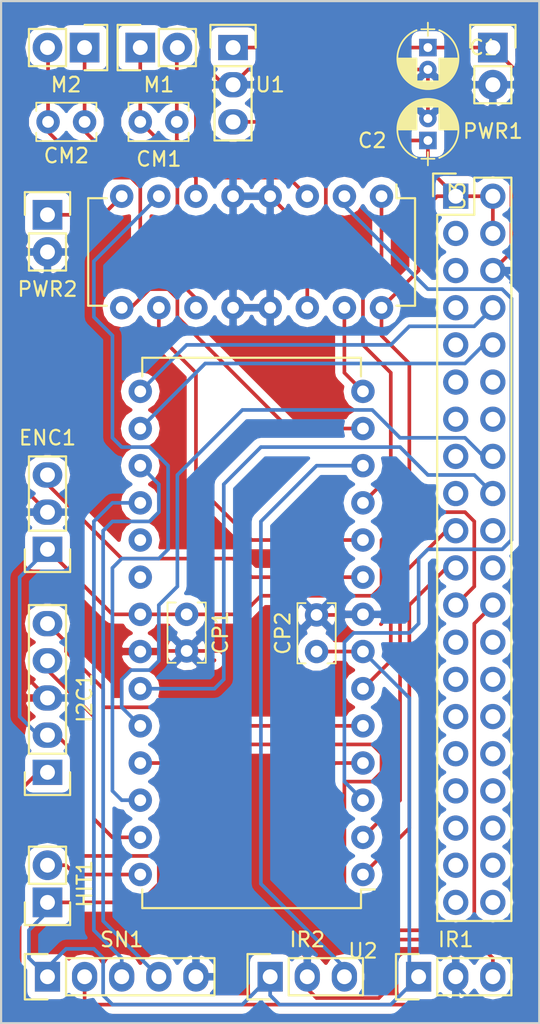
<source format=kicad_pcb>
(kicad_pcb (version 4) (host pcbnew 4.0.6)

  (general
    (links 68)
    (no_connects 0)
    (area 41.199999 71.679999 78.180001 141.680001)
    (thickness 1.6)
    (drawings 6)
    (tracks 323)
    (zones 0)
    (modules 20)
    (nets 61)
  )

  (page A4)
  (layers
    (0 F.Cu signal)
    (31 B.Cu signal)
    (32 B.Adhes user hide)
    (33 F.Adhes user hide)
    (34 B.Paste user hide)
    (35 F.Paste user hide)
    (36 B.SilkS user hide)
    (37 F.SilkS user hide)
    (38 B.Mask user hide)
    (39 F.Mask user hide)
    (40 Dwgs.User user hide)
    (41 Cmts.User user hide)
    (42 Eco1.User user hide)
    (43 Eco2.User user hide)
    (44 Edge.Cuts user)
    (45 Margin user hide)
    (46 B.CrtYd user hide)
    (47 F.CrtYd user hide)
    (48 B.Fab user hide)
    (49 F.Fab user)
  )

  (setup
    (last_trace_width 0.25)
    (trace_clearance 0.2)
    (zone_clearance 0.508)
    (zone_45_only no)
    (trace_min 0.2)
    (segment_width 0.2)
    (edge_width 0.15)
    (via_size 0.6)
    (via_drill 0.4)
    (via_min_size 0.4)
    (via_min_drill 0.3)
    (uvia_size 0.3)
    (uvia_drill 0.1)
    (uvias_allowed no)
    (uvia_min_size 0.2)
    (uvia_min_drill 0.1)
    (pcb_text_width 0.3)
    (pcb_text_size 1.5 1.5)
    (mod_edge_width 0.15)
    (mod_text_size 1 1)
    (mod_text_width 0.15)
    (pad_size 1.524 1.524)
    (pad_drill 0.762)
    (pad_to_mask_clearance 0.2)
    (aux_axis_origin 0 0)
    (visible_elements FFFFFF7F)
    (pcbplotparams
      (layerselection 0x010a0_80000001)
      (usegerberextensions false)
      (excludeedgelayer true)
      (linewidth 0.100000)
      (plotframeref false)
      (viasonmask false)
      (mode 1)
      (useauxorigin false)
      (hpglpennumber 1)
      (hpglpenspeed 20)
      (hpglpendiameter 15)
      (hpglpenoverlay 2)
      (psnegative false)
      (psa4output false)
      (plotreference true)
      (plotvalue true)
      (plotinvisibletext false)
      (padsonsilk false)
      (subtractmaskfromsilk false)
      (outputformat 1)
      (mirror false)
      (drillshape 0)
      (scaleselection 1)
      (outputdirectory /Users/mrsang/Desktop/gerber_files/))
  )

  (net 0 "")
  (net 1 VCC)
  (net 2 GND)
  (net 3 "Net-(C2-Pad1)")
  (net 4 "Net-(ENC1-Pad3)")
  (net 5 "Net-(HIT1-Pad2)")
  (net 6 "Net-(IR1-Pad3)")
  (net 7 "Net-(IR2-Pad3)")
  (net 8 "Net-(RPi1-Pad3)")
  (net 9 "Net-(RPi1-Pad5)")
  (net 10 "Net-(RPi1-Pad7)")
  (net 11 "Net-(RPi1-Pad8)")
  (net 12 "Net-(RPi1-Pad9)")
  (net 13 "Net-(RPi1-Pad10)")
  (net 14 "Net-(RPi1-Pad11)")
  (net 15 "Net-(RPi1-Pad12)")
  (net 16 "Net-(RPi1-Pad13)")
  (net 17 "Net-(RPi1-Pad14)")
  (net 18 "Net-(RPi1-Pad15)")
  (net 19 "Net-(RPi1-Pad16)")
  (net 20 "Net-(RPi1-Pad17)")
  (net 21 "Net-(RPi1-Pad18)")
  (net 22 "Net-(RPi1-Pad19)")
  (net 23 "Net-(RPi1-Pad20)")
  (net 24 "Net-(RPi1-Pad21)")
  (net 25 "Net-(RPi1-Pad22)")
  (net 26 "Net-(RPi1-Pad23)")
  (net 27 "Net-(RPi1-Pad24)")
  (net 28 "Net-(RPi1-Pad25)")
  (net 29 "Net-(RPi1-Pad26)")
  (net 30 "Net-(RPi1-Pad27)")
  (net 31 "Net-(RPi1-Pad28)")
  (net 32 "Net-(RPi1-Pad29)")
  (net 33 "Net-(RPi1-Pad30)")
  (net 34 "Net-(RPi1-Pad31)")
  (net 35 "Net-(RPi1-Pad32)")
  (net 36 "Net-(RPi1-Pad33)")
  (net 37 "Net-(RPi1-Pad34)")
  (net 38 "Net-(RPi1-Pad35)")
  (net 39 "Net-(RPi1-Pad36)")
  (net 40 "Net-(RPi1-Pad37)")
  (net 41 "Net-(RPi1-Pad38)")
  (net 42 "Net-(RPi1-Pad39)")
  (net 43 "Net-(RPi1-Pad40)")
  (net 44 "Net-(SN1-Pad3)")
  (net 45 "Net-(U2-Pad3)")
  (net 46 "Net-(U2-Pad10)")
  (net 47 "Net-(U2-Pad11)")
  (net 48 "Net-(U2-Pad13)")
  (net 49 "Net-(U2-Pad14)")
  (net 50 "Net-(U2-Pad19)")
  (net 51 "Net-(U2-Pad20)")
  (net 52 "Net-(U2-Pad26)")
  (net 53 "Net-(CM1-Pad1)")
  (net 54 "Net-(CM1-Pad2)")
  (net 55 "Net-(CM2-Pad1)")
  (net 56 "Net-(CM2-Pad2)")
  (net 57 "Net-(I2C1-Pad4)")
  (net 58 "Net-(I2C1-Pad5)")
  (net 59 "Net-(PWR2-Pad1)")
  (net 60 "Net-(SN1-Pad4)")

  (net_class Default "This is the default net class."
    (clearance 0.2)
    (trace_width 0.25)
    (via_dia 0.6)
    (via_drill 0.4)
    (uvia_dia 0.3)
    (uvia_drill 0.1)
    (add_net GND)
    (add_net "Net-(C2-Pad1)")
    (add_net "Net-(CM1-Pad1)")
    (add_net "Net-(CM1-Pad2)")
    (add_net "Net-(CM2-Pad1)")
    (add_net "Net-(CM2-Pad2)")
    (add_net "Net-(ENC1-Pad3)")
    (add_net "Net-(HIT1-Pad2)")
    (add_net "Net-(I2C1-Pad4)")
    (add_net "Net-(I2C1-Pad5)")
    (add_net "Net-(IR1-Pad3)")
    (add_net "Net-(IR2-Pad3)")
    (add_net "Net-(PWR2-Pad1)")
    (add_net "Net-(RPi1-Pad10)")
    (add_net "Net-(RPi1-Pad11)")
    (add_net "Net-(RPi1-Pad12)")
    (add_net "Net-(RPi1-Pad13)")
    (add_net "Net-(RPi1-Pad14)")
    (add_net "Net-(RPi1-Pad15)")
    (add_net "Net-(RPi1-Pad16)")
    (add_net "Net-(RPi1-Pad17)")
    (add_net "Net-(RPi1-Pad18)")
    (add_net "Net-(RPi1-Pad19)")
    (add_net "Net-(RPi1-Pad20)")
    (add_net "Net-(RPi1-Pad21)")
    (add_net "Net-(RPi1-Pad22)")
    (add_net "Net-(RPi1-Pad23)")
    (add_net "Net-(RPi1-Pad24)")
    (add_net "Net-(RPi1-Pad25)")
    (add_net "Net-(RPi1-Pad26)")
    (add_net "Net-(RPi1-Pad27)")
    (add_net "Net-(RPi1-Pad28)")
    (add_net "Net-(RPi1-Pad29)")
    (add_net "Net-(RPi1-Pad3)")
    (add_net "Net-(RPi1-Pad30)")
    (add_net "Net-(RPi1-Pad31)")
    (add_net "Net-(RPi1-Pad32)")
    (add_net "Net-(RPi1-Pad33)")
    (add_net "Net-(RPi1-Pad34)")
    (add_net "Net-(RPi1-Pad35)")
    (add_net "Net-(RPi1-Pad36)")
    (add_net "Net-(RPi1-Pad37)")
    (add_net "Net-(RPi1-Pad38)")
    (add_net "Net-(RPi1-Pad39)")
    (add_net "Net-(RPi1-Pad40)")
    (add_net "Net-(RPi1-Pad5)")
    (add_net "Net-(RPi1-Pad7)")
    (add_net "Net-(RPi1-Pad8)")
    (add_net "Net-(RPi1-Pad9)")
    (add_net "Net-(SN1-Pad3)")
    (add_net "Net-(SN1-Pad4)")
    (add_net "Net-(U2-Pad10)")
    (add_net "Net-(U2-Pad11)")
    (add_net "Net-(U2-Pad13)")
    (add_net "Net-(U2-Pad14)")
    (add_net "Net-(U2-Pad19)")
    (add_net "Net-(U2-Pad20)")
    (add_net "Net-(U2-Pad26)")
    (add_net "Net-(U2-Pad3)")
    (add_net VCC)
  )

  (module Capacitors_THT:CP_Radial_D4.0mm_P1.50mm (layer F.Cu) (tedit 5977B008) (tstamp 59779D02)
    (at 70.485 74.93 270)
    (descr "CP, Radial series, Radial, pin pitch=1.50mm, , diameter=4mm, Electrolytic Capacitor")
    (tags "CP Radial series Radial pin pitch 1.50mm  diameter 4mm Electrolytic Capacitor")
    (path /56A12BAC)
    (fp_text reference C1 (at 0 -3.81 360) (layer F.SilkS)
      (effects (font (size 1 1) (thickness 0.15)))
    )
    (fp_text value CP (at 0.75 3.06 270) (layer F.Fab) hide
      (effects (font (size 1 1) (thickness 0.15)))
    )
    (fp_arc (start 0.75 0) (end -1.188995 -0.78) (angle 136.2) (layer F.SilkS) (width 0.12))
    (fp_arc (start 0.75 0) (end -1.188995 0.78) (angle -136.2) (layer F.SilkS) (width 0.12))
    (fp_arc (start 0.75 0) (end 2.688995 -0.78) (angle 43.8) (layer F.SilkS) (width 0.12))
    (fp_circle (center 0.75 0) (end 2.75 0) (layer F.Fab) (width 0.1))
    (fp_line (start -1.7 0) (end -0.8 0) (layer F.Fab) (width 0.1))
    (fp_line (start -1.25 -0.45) (end -1.25 0.45) (layer F.Fab) (width 0.1))
    (fp_line (start 0.75 0.78) (end 0.75 2.05) (layer F.SilkS) (width 0.12))
    (fp_line (start 0.75 -2.05) (end 0.75 -0.78) (layer F.SilkS) (width 0.12))
    (fp_line (start 0.79 -2.05) (end 0.79 -0.78) (layer F.SilkS) (width 0.12))
    (fp_line (start 0.79 0.78) (end 0.79 2.05) (layer F.SilkS) (width 0.12))
    (fp_line (start 0.83 -2.049) (end 0.83 -0.78) (layer F.SilkS) (width 0.12))
    (fp_line (start 0.83 0.78) (end 0.83 2.049) (layer F.SilkS) (width 0.12))
    (fp_line (start 0.87 -2.047) (end 0.87 -0.78) (layer F.SilkS) (width 0.12))
    (fp_line (start 0.87 0.78) (end 0.87 2.047) (layer F.SilkS) (width 0.12))
    (fp_line (start 0.91 -2.044) (end 0.91 -0.78) (layer F.SilkS) (width 0.12))
    (fp_line (start 0.91 0.78) (end 0.91 2.044) (layer F.SilkS) (width 0.12))
    (fp_line (start 0.95 -2.041) (end 0.95 -0.78) (layer F.SilkS) (width 0.12))
    (fp_line (start 0.95 0.78) (end 0.95 2.041) (layer F.SilkS) (width 0.12))
    (fp_line (start 0.99 -2.037) (end 0.99 -0.78) (layer F.SilkS) (width 0.12))
    (fp_line (start 0.99 0.78) (end 0.99 2.037) (layer F.SilkS) (width 0.12))
    (fp_line (start 1.03 -2.032) (end 1.03 -0.78) (layer F.SilkS) (width 0.12))
    (fp_line (start 1.03 0.78) (end 1.03 2.032) (layer F.SilkS) (width 0.12))
    (fp_line (start 1.07 -2.026) (end 1.07 -0.78) (layer F.SilkS) (width 0.12))
    (fp_line (start 1.07 0.78) (end 1.07 2.026) (layer F.SilkS) (width 0.12))
    (fp_line (start 1.11 -2.019) (end 1.11 -0.78) (layer F.SilkS) (width 0.12))
    (fp_line (start 1.11 0.78) (end 1.11 2.019) (layer F.SilkS) (width 0.12))
    (fp_line (start 1.15 -2.012) (end 1.15 -0.78) (layer F.SilkS) (width 0.12))
    (fp_line (start 1.15 0.78) (end 1.15 2.012) (layer F.SilkS) (width 0.12))
    (fp_line (start 1.19 -2.004) (end 1.19 -0.78) (layer F.SilkS) (width 0.12))
    (fp_line (start 1.19 0.78) (end 1.19 2.004) (layer F.SilkS) (width 0.12))
    (fp_line (start 1.23 -1.995) (end 1.23 -0.78) (layer F.SilkS) (width 0.12))
    (fp_line (start 1.23 0.78) (end 1.23 1.995) (layer F.SilkS) (width 0.12))
    (fp_line (start 1.27 -1.985) (end 1.27 -0.78) (layer F.SilkS) (width 0.12))
    (fp_line (start 1.27 0.78) (end 1.27 1.985) (layer F.SilkS) (width 0.12))
    (fp_line (start 1.31 -1.974) (end 1.31 -0.78) (layer F.SilkS) (width 0.12))
    (fp_line (start 1.31 0.78) (end 1.31 1.974) (layer F.SilkS) (width 0.12))
    (fp_line (start 1.35 -1.963) (end 1.35 -0.78) (layer F.SilkS) (width 0.12))
    (fp_line (start 1.35 0.78) (end 1.35 1.963) (layer F.SilkS) (width 0.12))
    (fp_line (start 1.39 -1.95) (end 1.39 -0.78) (layer F.SilkS) (width 0.12))
    (fp_line (start 1.39 0.78) (end 1.39 1.95) (layer F.SilkS) (width 0.12))
    (fp_line (start 1.43 -1.937) (end 1.43 -0.78) (layer F.SilkS) (width 0.12))
    (fp_line (start 1.43 0.78) (end 1.43 1.937) (layer F.SilkS) (width 0.12))
    (fp_line (start 1.471 -1.923) (end 1.471 -0.78) (layer F.SilkS) (width 0.12))
    (fp_line (start 1.471 0.78) (end 1.471 1.923) (layer F.SilkS) (width 0.12))
    (fp_line (start 1.511 -1.907) (end 1.511 -0.78) (layer F.SilkS) (width 0.12))
    (fp_line (start 1.511 0.78) (end 1.511 1.907) (layer F.SilkS) (width 0.12))
    (fp_line (start 1.551 -1.891) (end 1.551 -0.78) (layer F.SilkS) (width 0.12))
    (fp_line (start 1.551 0.78) (end 1.551 1.891) (layer F.SilkS) (width 0.12))
    (fp_line (start 1.591 -1.874) (end 1.591 -0.78) (layer F.SilkS) (width 0.12))
    (fp_line (start 1.591 0.78) (end 1.591 1.874) (layer F.SilkS) (width 0.12))
    (fp_line (start 1.631 -1.856) (end 1.631 -0.78) (layer F.SilkS) (width 0.12))
    (fp_line (start 1.631 0.78) (end 1.631 1.856) (layer F.SilkS) (width 0.12))
    (fp_line (start 1.671 -1.837) (end 1.671 -0.78) (layer F.SilkS) (width 0.12))
    (fp_line (start 1.671 0.78) (end 1.671 1.837) (layer F.SilkS) (width 0.12))
    (fp_line (start 1.711 -1.817) (end 1.711 -0.78) (layer F.SilkS) (width 0.12))
    (fp_line (start 1.711 0.78) (end 1.711 1.817) (layer F.SilkS) (width 0.12))
    (fp_line (start 1.751 -1.796) (end 1.751 -0.78) (layer F.SilkS) (width 0.12))
    (fp_line (start 1.751 0.78) (end 1.751 1.796) (layer F.SilkS) (width 0.12))
    (fp_line (start 1.791 -1.773) (end 1.791 -0.78) (layer F.SilkS) (width 0.12))
    (fp_line (start 1.791 0.78) (end 1.791 1.773) (layer F.SilkS) (width 0.12))
    (fp_line (start 1.831 -1.75) (end 1.831 -0.78) (layer F.SilkS) (width 0.12))
    (fp_line (start 1.831 0.78) (end 1.831 1.75) (layer F.SilkS) (width 0.12))
    (fp_line (start 1.871 -1.725) (end 1.871 -0.78) (layer F.SilkS) (width 0.12))
    (fp_line (start 1.871 0.78) (end 1.871 1.725) (layer F.SilkS) (width 0.12))
    (fp_line (start 1.911 -1.699) (end 1.911 -0.78) (layer F.SilkS) (width 0.12))
    (fp_line (start 1.911 0.78) (end 1.911 1.699) (layer F.SilkS) (width 0.12))
    (fp_line (start 1.951 -1.672) (end 1.951 -0.78) (layer F.SilkS) (width 0.12))
    (fp_line (start 1.951 0.78) (end 1.951 1.672) (layer F.SilkS) (width 0.12))
    (fp_line (start 1.991 -1.643) (end 1.991 -0.78) (layer F.SilkS) (width 0.12))
    (fp_line (start 1.991 0.78) (end 1.991 1.643) (layer F.SilkS) (width 0.12))
    (fp_line (start 2.031 -1.613) (end 2.031 -0.78) (layer F.SilkS) (width 0.12))
    (fp_line (start 2.031 0.78) (end 2.031 1.613) (layer F.SilkS) (width 0.12))
    (fp_line (start 2.071 -1.581) (end 2.071 -0.78) (layer F.SilkS) (width 0.12))
    (fp_line (start 2.071 0.78) (end 2.071 1.581) (layer F.SilkS) (width 0.12))
    (fp_line (start 2.111 -1.547) (end 2.111 -0.78) (layer F.SilkS) (width 0.12))
    (fp_line (start 2.111 0.78) (end 2.111 1.547) (layer F.SilkS) (width 0.12))
    (fp_line (start 2.151 -1.512) (end 2.151 -0.78) (layer F.SilkS) (width 0.12))
    (fp_line (start 2.151 0.78) (end 2.151 1.512) (layer F.SilkS) (width 0.12))
    (fp_line (start 2.191 -1.475) (end 2.191 -0.78) (layer F.SilkS) (width 0.12))
    (fp_line (start 2.191 0.78) (end 2.191 1.475) (layer F.SilkS) (width 0.12))
    (fp_line (start 2.231 -1.436) (end 2.231 -0.78) (layer F.SilkS) (width 0.12))
    (fp_line (start 2.231 0.78) (end 2.231 1.436) (layer F.SilkS) (width 0.12))
    (fp_line (start 2.271 -1.395) (end 2.271 -0.78) (layer F.SilkS) (width 0.12))
    (fp_line (start 2.271 0.78) (end 2.271 1.395) (layer F.SilkS) (width 0.12))
    (fp_line (start 2.311 -1.351) (end 2.311 1.351) (layer F.SilkS) (width 0.12))
    (fp_line (start 2.351 -1.305) (end 2.351 1.305) (layer F.SilkS) (width 0.12))
    (fp_line (start 2.391 -1.256) (end 2.391 1.256) (layer F.SilkS) (width 0.12))
    (fp_line (start 2.431 -1.204) (end 2.431 1.204) (layer F.SilkS) (width 0.12))
    (fp_line (start 2.471 -1.148) (end 2.471 1.148) (layer F.SilkS) (width 0.12))
    (fp_line (start 2.511 -1.088) (end 2.511 1.088) (layer F.SilkS) (width 0.12))
    (fp_line (start 2.551 -1.023) (end 2.551 1.023) (layer F.SilkS) (width 0.12))
    (fp_line (start 2.591 -0.952) (end 2.591 0.952) (layer F.SilkS) (width 0.12))
    (fp_line (start 2.631 -0.874) (end 2.631 0.874) (layer F.SilkS) (width 0.12))
    (fp_line (start 2.671 -0.786) (end 2.671 0.786) (layer F.SilkS) (width 0.12))
    (fp_line (start 2.711 -0.686) (end 2.711 0.686) (layer F.SilkS) (width 0.12))
    (fp_line (start 2.751 -0.567) (end 2.751 0.567) (layer F.SilkS) (width 0.12))
    (fp_line (start 2.791 -0.415) (end 2.791 0.415) (layer F.SilkS) (width 0.12))
    (fp_line (start 2.831 -0.165) (end 2.831 0.165) (layer F.SilkS) (width 0.12))
    (fp_line (start -1.7 0) (end -0.8 0) (layer F.SilkS) (width 0.12))
    (fp_line (start -1.25 -0.45) (end -1.25 0.45) (layer F.SilkS) (width 0.12))
    (fp_line (start -1.6 -2.35) (end -1.6 2.35) (layer F.CrtYd) (width 0.05))
    (fp_line (start -1.6 2.35) (end 3.1 2.35) (layer F.CrtYd) (width 0.05))
    (fp_line (start 3.1 2.35) (end 3.1 -2.35) (layer F.CrtYd) (width 0.05))
    (fp_line (start 3.1 -2.35) (end -1.6 -2.35) (layer F.CrtYd) (width 0.05))
    (pad 1 thru_hole rect (at 0 0 270) (size 1.2 1.2) (drill 0.6) (layers *.Cu *.Mask)
      (net 1 VCC))
    (pad 2 thru_hole circle (at 1.5 0 270) (size 1.2 1.2) (drill 0.6) (layers *.Cu *.Mask)
      (net 2 GND))
    (model Capacitors_THT.3dshapes/CP_Radial_D4.0mm_P1.50mm.wrl
      (at (xyz 0 0 0))
      (scale (xyz 0.393701 0.393701 0.393701))
      (rotate (xyz 0 0 0))
    )
  )

  (module Capacitors_THT:CP_Radial_D4.0mm_P1.50mm (layer F.Cu) (tedit 5977B003) (tstamp 59779D70)
    (at 70.485 81.28 90)
    (descr "CP, Radial series, Radial, pin pitch=1.50mm, , diameter=4mm, Electrolytic Capacitor")
    (tags "CP Radial series Radial pin pitch 1.50mm  diameter 4mm Electrolytic Capacitor")
    (path /56A12BE7)
    (fp_text reference C2 (at 0 -3.81 180) (layer F.SilkS)
      (effects (font (size 1 1) (thickness 0.15)))
    )
    (fp_text value CP (at 0.75 3.06 90) (layer F.Fab) hide
      (effects (font (size 1 1) (thickness 0.15)))
    )
    (fp_arc (start 0.75 0) (end -1.188995 -0.78) (angle 136.2) (layer F.SilkS) (width 0.12))
    (fp_arc (start 0.75 0) (end -1.188995 0.78) (angle -136.2) (layer F.SilkS) (width 0.12))
    (fp_arc (start 0.75 0) (end 2.688995 -0.78) (angle 43.8) (layer F.SilkS) (width 0.12))
    (fp_circle (center 0.75 0) (end 2.75 0) (layer F.Fab) (width 0.1))
    (fp_line (start -1.7 0) (end -0.8 0) (layer F.Fab) (width 0.1))
    (fp_line (start -1.25 -0.45) (end -1.25 0.45) (layer F.Fab) (width 0.1))
    (fp_line (start 0.75 0.78) (end 0.75 2.05) (layer F.SilkS) (width 0.12))
    (fp_line (start 0.75 -2.05) (end 0.75 -0.78) (layer F.SilkS) (width 0.12))
    (fp_line (start 0.79 -2.05) (end 0.79 -0.78) (layer F.SilkS) (width 0.12))
    (fp_line (start 0.79 0.78) (end 0.79 2.05) (layer F.SilkS) (width 0.12))
    (fp_line (start 0.83 -2.049) (end 0.83 -0.78) (layer F.SilkS) (width 0.12))
    (fp_line (start 0.83 0.78) (end 0.83 2.049) (layer F.SilkS) (width 0.12))
    (fp_line (start 0.87 -2.047) (end 0.87 -0.78) (layer F.SilkS) (width 0.12))
    (fp_line (start 0.87 0.78) (end 0.87 2.047) (layer F.SilkS) (width 0.12))
    (fp_line (start 0.91 -2.044) (end 0.91 -0.78) (layer F.SilkS) (width 0.12))
    (fp_line (start 0.91 0.78) (end 0.91 2.044) (layer F.SilkS) (width 0.12))
    (fp_line (start 0.95 -2.041) (end 0.95 -0.78) (layer F.SilkS) (width 0.12))
    (fp_line (start 0.95 0.78) (end 0.95 2.041) (layer F.SilkS) (width 0.12))
    (fp_line (start 0.99 -2.037) (end 0.99 -0.78) (layer F.SilkS) (width 0.12))
    (fp_line (start 0.99 0.78) (end 0.99 2.037) (layer F.SilkS) (width 0.12))
    (fp_line (start 1.03 -2.032) (end 1.03 -0.78) (layer F.SilkS) (width 0.12))
    (fp_line (start 1.03 0.78) (end 1.03 2.032) (layer F.SilkS) (width 0.12))
    (fp_line (start 1.07 -2.026) (end 1.07 -0.78) (layer F.SilkS) (width 0.12))
    (fp_line (start 1.07 0.78) (end 1.07 2.026) (layer F.SilkS) (width 0.12))
    (fp_line (start 1.11 -2.019) (end 1.11 -0.78) (layer F.SilkS) (width 0.12))
    (fp_line (start 1.11 0.78) (end 1.11 2.019) (layer F.SilkS) (width 0.12))
    (fp_line (start 1.15 -2.012) (end 1.15 -0.78) (layer F.SilkS) (width 0.12))
    (fp_line (start 1.15 0.78) (end 1.15 2.012) (layer F.SilkS) (width 0.12))
    (fp_line (start 1.19 -2.004) (end 1.19 -0.78) (layer F.SilkS) (width 0.12))
    (fp_line (start 1.19 0.78) (end 1.19 2.004) (layer F.SilkS) (width 0.12))
    (fp_line (start 1.23 -1.995) (end 1.23 -0.78) (layer F.SilkS) (width 0.12))
    (fp_line (start 1.23 0.78) (end 1.23 1.995) (layer F.SilkS) (width 0.12))
    (fp_line (start 1.27 -1.985) (end 1.27 -0.78) (layer F.SilkS) (width 0.12))
    (fp_line (start 1.27 0.78) (end 1.27 1.985) (layer F.SilkS) (width 0.12))
    (fp_line (start 1.31 -1.974) (end 1.31 -0.78) (layer F.SilkS) (width 0.12))
    (fp_line (start 1.31 0.78) (end 1.31 1.974) (layer F.SilkS) (width 0.12))
    (fp_line (start 1.35 -1.963) (end 1.35 -0.78) (layer F.SilkS) (width 0.12))
    (fp_line (start 1.35 0.78) (end 1.35 1.963) (layer F.SilkS) (width 0.12))
    (fp_line (start 1.39 -1.95) (end 1.39 -0.78) (layer F.SilkS) (width 0.12))
    (fp_line (start 1.39 0.78) (end 1.39 1.95) (layer F.SilkS) (width 0.12))
    (fp_line (start 1.43 -1.937) (end 1.43 -0.78) (layer F.SilkS) (width 0.12))
    (fp_line (start 1.43 0.78) (end 1.43 1.937) (layer F.SilkS) (width 0.12))
    (fp_line (start 1.471 -1.923) (end 1.471 -0.78) (layer F.SilkS) (width 0.12))
    (fp_line (start 1.471 0.78) (end 1.471 1.923) (layer F.SilkS) (width 0.12))
    (fp_line (start 1.511 -1.907) (end 1.511 -0.78) (layer F.SilkS) (width 0.12))
    (fp_line (start 1.511 0.78) (end 1.511 1.907) (layer F.SilkS) (width 0.12))
    (fp_line (start 1.551 -1.891) (end 1.551 -0.78) (layer F.SilkS) (width 0.12))
    (fp_line (start 1.551 0.78) (end 1.551 1.891) (layer F.SilkS) (width 0.12))
    (fp_line (start 1.591 -1.874) (end 1.591 -0.78) (layer F.SilkS) (width 0.12))
    (fp_line (start 1.591 0.78) (end 1.591 1.874) (layer F.SilkS) (width 0.12))
    (fp_line (start 1.631 -1.856) (end 1.631 -0.78) (layer F.SilkS) (width 0.12))
    (fp_line (start 1.631 0.78) (end 1.631 1.856) (layer F.SilkS) (width 0.12))
    (fp_line (start 1.671 -1.837) (end 1.671 -0.78) (layer F.SilkS) (width 0.12))
    (fp_line (start 1.671 0.78) (end 1.671 1.837) (layer F.SilkS) (width 0.12))
    (fp_line (start 1.711 -1.817) (end 1.711 -0.78) (layer F.SilkS) (width 0.12))
    (fp_line (start 1.711 0.78) (end 1.711 1.817) (layer F.SilkS) (width 0.12))
    (fp_line (start 1.751 -1.796) (end 1.751 -0.78) (layer F.SilkS) (width 0.12))
    (fp_line (start 1.751 0.78) (end 1.751 1.796) (layer F.SilkS) (width 0.12))
    (fp_line (start 1.791 -1.773) (end 1.791 -0.78) (layer F.SilkS) (width 0.12))
    (fp_line (start 1.791 0.78) (end 1.791 1.773) (layer F.SilkS) (width 0.12))
    (fp_line (start 1.831 -1.75) (end 1.831 -0.78) (layer F.SilkS) (width 0.12))
    (fp_line (start 1.831 0.78) (end 1.831 1.75) (layer F.SilkS) (width 0.12))
    (fp_line (start 1.871 -1.725) (end 1.871 -0.78) (layer F.SilkS) (width 0.12))
    (fp_line (start 1.871 0.78) (end 1.871 1.725) (layer F.SilkS) (width 0.12))
    (fp_line (start 1.911 -1.699) (end 1.911 -0.78) (layer F.SilkS) (width 0.12))
    (fp_line (start 1.911 0.78) (end 1.911 1.699) (layer F.SilkS) (width 0.12))
    (fp_line (start 1.951 -1.672) (end 1.951 -0.78) (layer F.SilkS) (width 0.12))
    (fp_line (start 1.951 0.78) (end 1.951 1.672) (layer F.SilkS) (width 0.12))
    (fp_line (start 1.991 -1.643) (end 1.991 -0.78) (layer F.SilkS) (width 0.12))
    (fp_line (start 1.991 0.78) (end 1.991 1.643) (layer F.SilkS) (width 0.12))
    (fp_line (start 2.031 -1.613) (end 2.031 -0.78) (layer F.SilkS) (width 0.12))
    (fp_line (start 2.031 0.78) (end 2.031 1.613) (layer F.SilkS) (width 0.12))
    (fp_line (start 2.071 -1.581) (end 2.071 -0.78) (layer F.SilkS) (width 0.12))
    (fp_line (start 2.071 0.78) (end 2.071 1.581) (layer F.SilkS) (width 0.12))
    (fp_line (start 2.111 -1.547) (end 2.111 -0.78) (layer F.SilkS) (width 0.12))
    (fp_line (start 2.111 0.78) (end 2.111 1.547) (layer F.SilkS) (width 0.12))
    (fp_line (start 2.151 -1.512) (end 2.151 -0.78) (layer F.SilkS) (width 0.12))
    (fp_line (start 2.151 0.78) (end 2.151 1.512) (layer F.SilkS) (width 0.12))
    (fp_line (start 2.191 -1.475) (end 2.191 -0.78) (layer F.SilkS) (width 0.12))
    (fp_line (start 2.191 0.78) (end 2.191 1.475) (layer F.SilkS) (width 0.12))
    (fp_line (start 2.231 -1.436) (end 2.231 -0.78) (layer F.SilkS) (width 0.12))
    (fp_line (start 2.231 0.78) (end 2.231 1.436) (layer F.SilkS) (width 0.12))
    (fp_line (start 2.271 -1.395) (end 2.271 -0.78) (layer F.SilkS) (width 0.12))
    (fp_line (start 2.271 0.78) (end 2.271 1.395) (layer F.SilkS) (width 0.12))
    (fp_line (start 2.311 -1.351) (end 2.311 1.351) (layer F.SilkS) (width 0.12))
    (fp_line (start 2.351 -1.305) (end 2.351 1.305) (layer F.SilkS) (width 0.12))
    (fp_line (start 2.391 -1.256) (end 2.391 1.256) (layer F.SilkS) (width 0.12))
    (fp_line (start 2.431 -1.204) (end 2.431 1.204) (layer F.SilkS) (width 0.12))
    (fp_line (start 2.471 -1.148) (end 2.471 1.148) (layer F.SilkS) (width 0.12))
    (fp_line (start 2.511 -1.088) (end 2.511 1.088) (layer F.SilkS) (width 0.12))
    (fp_line (start 2.551 -1.023) (end 2.551 1.023) (layer F.SilkS) (width 0.12))
    (fp_line (start 2.591 -0.952) (end 2.591 0.952) (layer F.SilkS) (width 0.12))
    (fp_line (start 2.631 -0.874) (end 2.631 0.874) (layer F.SilkS) (width 0.12))
    (fp_line (start 2.671 -0.786) (end 2.671 0.786) (layer F.SilkS) (width 0.12))
    (fp_line (start 2.711 -0.686) (end 2.711 0.686) (layer F.SilkS) (width 0.12))
    (fp_line (start 2.751 -0.567) (end 2.751 0.567) (layer F.SilkS) (width 0.12))
    (fp_line (start 2.791 -0.415) (end 2.791 0.415) (layer F.SilkS) (width 0.12))
    (fp_line (start 2.831 -0.165) (end 2.831 0.165) (layer F.SilkS) (width 0.12))
    (fp_line (start -1.7 0) (end -0.8 0) (layer F.SilkS) (width 0.12))
    (fp_line (start -1.25 -0.45) (end -1.25 0.45) (layer F.SilkS) (width 0.12))
    (fp_line (start -1.6 -2.35) (end -1.6 2.35) (layer F.CrtYd) (width 0.05))
    (fp_line (start -1.6 2.35) (end 3.1 2.35) (layer F.CrtYd) (width 0.05))
    (fp_line (start 3.1 2.35) (end 3.1 -2.35) (layer F.CrtYd) (width 0.05))
    (fp_line (start 3.1 -2.35) (end -1.6 -2.35) (layer F.CrtYd) (width 0.05))
    (pad 1 thru_hole rect (at 0 0 90) (size 1.2 1.2) (drill 0.6) (layers *.Cu *.Mask)
      (net 3 "Net-(C2-Pad1)"))
    (pad 2 thru_hole circle (at 1.5 0 90) (size 1.2 1.2) (drill 0.6) (layers *.Cu *.Mask)
      (net 2 GND))
    (model Capacitors_THT.3dshapes/CP_Radial_D4.0mm_P1.50mm.wrl
      (at (xyz 0 0 0))
      (scale (xyz 0.393701 0.393701 0.393701))
      (rotate (xyz 0 0 0))
    )
  )

  (module Capacitors_THT:C_Rect_L4.0mm_W2.5mm_P2.50mm (layer F.Cu) (tedit 5977A3E2) (tstamp 59779D84)
    (at 50.8 80.01)
    (descr "C, Rect series, Radial, pin pitch=2.50mm, , length*width=4*2.5mm^2, Capacitor")
    (tags "C Rect series Radial pin pitch 2.50mm  length 4mm width 2.5mm Capacitor")
    (path /5977A864)
    (fp_text reference CM1 (at 1.27 2.54) (layer F.SilkS)
      (effects (font (size 1 1) (thickness 0.15)))
    )
    (fp_text value C (at 1.25 2.31) (layer F.Fab) hide
      (effects (font (size 1 1) (thickness 0.15)))
    )
    (fp_line (start -0.75 -1.25) (end -0.75 1.25) (layer F.Fab) (width 0.1))
    (fp_line (start -0.75 1.25) (end 3.25 1.25) (layer F.Fab) (width 0.1))
    (fp_line (start 3.25 1.25) (end 3.25 -1.25) (layer F.Fab) (width 0.1))
    (fp_line (start 3.25 -1.25) (end -0.75 -1.25) (layer F.Fab) (width 0.1))
    (fp_line (start -0.81 -1.31) (end 3.31 -1.31) (layer F.SilkS) (width 0.12))
    (fp_line (start -0.81 1.31) (end 3.31 1.31) (layer F.SilkS) (width 0.12))
    (fp_line (start -0.81 -1.31) (end -0.81 -0.75) (layer F.SilkS) (width 0.12))
    (fp_line (start -0.81 0.75) (end -0.81 1.31) (layer F.SilkS) (width 0.12))
    (fp_line (start 3.31 -1.31) (end 3.31 -0.75) (layer F.SilkS) (width 0.12))
    (fp_line (start 3.31 0.75) (end 3.31 1.31) (layer F.SilkS) (width 0.12))
    (fp_line (start -1.1 -1.6) (end -1.1 1.6) (layer F.CrtYd) (width 0.05))
    (fp_line (start -1.1 1.6) (end 3.6 1.6) (layer F.CrtYd) (width 0.05))
    (fp_line (start 3.6 1.6) (end 3.6 -1.6) (layer F.CrtYd) (width 0.05))
    (fp_line (start 3.6 -1.6) (end -1.1 -1.6) (layer F.CrtYd) (width 0.05))
    (pad 1 thru_hole circle (at 0 0) (size 1.6 1.6) (drill 0.8) (layers *.Cu *.Mask)
      (net 53 "Net-(CM1-Pad1)"))
    (pad 2 thru_hole circle (at 2.5 0) (size 1.6 1.6) (drill 0.8) (layers *.Cu *.Mask)
      (net 54 "Net-(CM1-Pad2)"))
    (model Capacitors_THT.3dshapes/C_Rect_L4.0mm_W2.5mm_P2.50mm.wrl
      (at (xyz 0 0 0))
      (scale (xyz 0.393701 0.393701 0.393701))
      (rotate (xyz 0 0 0))
    )
  )

  (module Capacitors_THT:C_Rect_L4.0mm_W2.5mm_P2.50mm (layer F.Cu) (tedit 5977A3D5) (tstamp 59779D98)
    (at 46.99 80.01 180)
    (descr "C, Rect series, Radial, pin pitch=2.50mm, , length*width=4*2.5mm^2, Capacitor")
    (tags "C Rect series Radial pin pitch 2.50mm  length 4mm width 2.5mm Capacitor")
    (path /5977A815)
    (fp_text reference CM2 (at 1.25 -2.31 180) (layer F.SilkS)
      (effects (font (size 1 1) (thickness 0.15)))
    )
    (fp_text value C (at 1.25 2.31 180) (layer F.Fab) hide
      (effects (font (size 1 1) (thickness 0.15)))
    )
    (fp_line (start -0.75 -1.25) (end -0.75 1.25) (layer F.Fab) (width 0.1))
    (fp_line (start -0.75 1.25) (end 3.25 1.25) (layer F.Fab) (width 0.1))
    (fp_line (start 3.25 1.25) (end 3.25 -1.25) (layer F.Fab) (width 0.1))
    (fp_line (start 3.25 -1.25) (end -0.75 -1.25) (layer F.Fab) (width 0.1))
    (fp_line (start -0.81 -1.31) (end 3.31 -1.31) (layer F.SilkS) (width 0.12))
    (fp_line (start -0.81 1.31) (end 3.31 1.31) (layer F.SilkS) (width 0.12))
    (fp_line (start -0.81 -1.31) (end -0.81 -0.75) (layer F.SilkS) (width 0.12))
    (fp_line (start -0.81 0.75) (end -0.81 1.31) (layer F.SilkS) (width 0.12))
    (fp_line (start 3.31 -1.31) (end 3.31 -0.75) (layer F.SilkS) (width 0.12))
    (fp_line (start 3.31 0.75) (end 3.31 1.31) (layer F.SilkS) (width 0.12))
    (fp_line (start -1.1 -1.6) (end -1.1 1.6) (layer F.CrtYd) (width 0.05))
    (fp_line (start -1.1 1.6) (end 3.6 1.6) (layer F.CrtYd) (width 0.05))
    (fp_line (start 3.6 1.6) (end 3.6 -1.6) (layer F.CrtYd) (width 0.05))
    (fp_line (start 3.6 -1.6) (end -1.1 -1.6) (layer F.CrtYd) (width 0.05))
    (pad 1 thru_hole circle (at 0 0 180) (size 1.6 1.6) (drill 0.8) (layers *.Cu *.Mask)
      (net 55 "Net-(CM2-Pad1)"))
    (pad 2 thru_hole circle (at 2.5 0 180) (size 1.6 1.6) (drill 0.8) (layers *.Cu *.Mask)
      (net 56 "Net-(CM2-Pad2)"))
    (model Capacitors_THT.3dshapes/C_Rect_L4.0mm_W2.5mm_P2.50mm.wrl
      (at (xyz 0 0 0))
      (scale (xyz 0.393701 0.393701 0.393701))
      (rotate (xyz 0 0 0))
    )
  )

  (module Capacitors_THT:C_Rect_L4.0mm_W2.5mm_P2.50mm (layer F.Cu) (tedit 5977A477) (tstamp 59779DAC)
    (at 53.975 113.665 270)
    (descr "C, Rect series, Radial, pin pitch=2.50mm, , length*width=4*2.5mm^2, Capacitor")
    (tags "C Rect series Radial pin pitch 2.50mm  length 4mm width 2.5mm Capacitor")
    (path /5977B22B)
    (fp_text reference CP1 (at 1.25 -2.31 270) (layer F.SilkS)
      (effects (font (size 1 1) (thickness 0.15)))
    )
    (fp_text value C (at 1.25 2.31 270) (layer F.Fab) hide
      (effects (font (size 1 1) (thickness 0.15)))
    )
    (fp_line (start -0.75 -1.25) (end -0.75 1.25) (layer F.Fab) (width 0.1))
    (fp_line (start -0.75 1.25) (end 3.25 1.25) (layer F.Fab) (width 0.1))
    (fp_line (start 3.25 1.25) (end 3.25 -1.25) (layer F.Fab) (width 0.1))
    (fp_line (start 3.25 -1.25) (end -0.75 -1.25) (layer F.Fab) (width 0.1))
    (fp_line (start -0.81 -1.31) (end 3.31 -1.31) (layer F.SilkS) (width 0.12))
    (fp_line (start -0.81 1.31) (end 3.31 1.31) (layer F.SilkS) (width 0.12))
    (fp_line (start -0.81 -1.31) (end -0.81 -0.75) (layer F.SilkS) (width 0.12))
    (fp_line (start -0.81 0.75) (end -0.81 1.31) (layer F.SilkS) (width 0.12))
    (fp_line (start 3.31 -1.31) (end 3.31 -0.75) (layer F.SilkS) (width 0.12))
    (fp_line (start 3.31 0.75) (end 3.31 1.31) (layer F.SilkS) (width 0.12))
    (fp_line (start -1.1 -1.6) (end -1.1 1.6) (layer F.CrtYd) (width 0.05))
    (fp_line (start -1.1 1.6) (end 3.6 1.6) (layer F.CrtYd) (width 0.05))
    (fp_line (start 3.6 1.6) (end 3.6 -1.6) (layer F.CrtYd) (width 0.05))
    (fp_line (start 3.6 -1.6) (end -1.1 -1.6) (layer F.CrtYd) (width 0.05))
    (pad 1 thru_hole circle (at 0 0 270) (size 1.6 1.6) (drill 0.8) (layers *.Cu *.Mask)
      (net 3 "Net-(C2-Pad1)"))
    (pad 2 thru_hole circle (at 2.5 0 270) (size 1.6 1.6) (drill 0.8) (layers *.Cu *.Mask)
      (net 2 GND))
    (model Capacitors_THT.3dshapes/C_Rect_L4.0mm_W2.5mm_P2.50mm.wrl
      (at (xyz 0 0 0))
      (scale (xyz 0.393701 0.393701 0.393701))
      (rotate (xyz 0 0 0))
    )
  )

  (module Capacitors_THT:C_Rect_L4.0mm_W2.5mm_P2.50mm (layer F.Cu) (tedit 5977A48B) (tstamp 59779DC0)
    (at 62.865 116.205 90)
    (descr "C, Rect series, Radial, pin pitch=2.50mm, , length*width=4*2.5mm^2, Capacitor")
    (tags "C Rect series Radial pin pitch 2.50mm  length 4mm width 2.5mm Capacitor")
    (path /5977B290)
    (fp_text reference CP2 (at 1.25 -2.31 90) (layer F.SilkS)
      (effects (font (size 1 1) (thickness 0.15)))
    )
    (fp_text value C (at 1.25 2.31 90) (layer F.Fab) hide
      (effects (font (size 1 1) (thickness 0.15)))
    )
    (fp_line (start -0.75 -1.25) (end -0.75 1.25) (layer F.Fab) (width 0.1))
    (fp_line (start -0.75 1.25) (end 3.25 1.25) (layer F.Fab) (width 0.1))
    (fp_line (start 3.25 1.25) (end 3.25 -1.25) (layer F.Fab) (width 0.1))
    (fp_line (start 3.25 -1.25) (end -0.75 -1.25) (layer F.Fab) (width 0.1))
    (fp_line (start -0.81 -1.31) (end 3.31 -1.31) (layer F.SilkS) (width 0.12))
    (fp_line (start -0.81 1.31) (end 3.31 1.31) (layer F.SilkS) (width 0.12))
    (fp_line (start -0.81 -1.31) (end -0.81 -0.75) (layer F.SilkS) (width 0.12))
    (fp_line (start -0.81 0.75) (end -0.81 1.31) (layer F.SilkS) (width 0.12))
    (fp_line (start 3.31 -1.31) (end 3.31 -0.75) (layer F.SilkS) (width 0.12))
    (fp_line (start 3.31 0.75) (end 3.31 1.31) (layer F.SilkS) (width 0.12))
    (fp_line (start -1.1 -1.6) (end -1.1 1.6) (layer F.CrtYd) (width 0.05))
    (fp_line (start -1.1 1.6) (end 3.6 1.6) (layer F.CrtYd) (width 0.05))
    (fp_line (start 3.6 1.6) (end 3.6 -1.6) (layer F.CrtYd) (width 0.05))
    (fp_line (start 3.6 -1.6) (end -1.1 -1.6) (layer F.CrtYd) (width 0.05))
    (pad 1 thru_hole circle (at 0 0 90) (size 1.6 1.6) (drill 0.8) (layers *.Cu *.Mask)
      (net 3 "Net-(C2-Pad1)"))
    (pad 2 thru_hole circle (at 2.5 0 90) (size 1.6 1.6) (drill 0.8) (layers *.Cu *.Mask)
      (net 2 GND))
    (model Capacitors_THT.3dshapes/C_Rect_L4.0mm_W2.5mm_P2.50mm.wrl
      (at (xyz 0 0 0))
      (scale (xyz 0.393701 0.393701 0.393701))
      (rotate (xyz 0 0 0))
    )
  )

  (module Pin_Headers:Pin_Header_Straight_1x03 (layer F.Cu) (tedit 5977A428) (tstamp 59779DD2)
    (at 44.45 109.22 180)
    (descr "Through hole pin header")
    (tags "pin header")
    (path /56A12D42)
    (fp_text reference ENC1 (at 0 7.62 180) (layer F.SilkS)
      (effects (font (size 1 1) (thickness 0.15)))
    )
    (fp_text value CONN_01X03 (at 0 -3.1 180) (layer F.Fab) hide
      (effects (font (size 1 1) (thickness 0.15)))
    )
    (fp_line (start -1.75 -1.75) (end -1.75 6.85) (layer F.CrtYd) (width 0.05))
    (fp_line (start 1.75 -1.75) (end 1.75 6.85) (layer F.CrtYd) (width 0.05))
    (fp_line (start -1.75 -1.75) (end 1.75 -1.75) (layer F.CrtYd) (width 0.05))
    (fp_line (start -1.75 6.85) (end 1.75 6.85) (layer F.CrtYd) (width 0.05))
    (fp_line (start -1.27 1.27) (end -1.27 6.35) (layer F.SilkS) (width 0.15))
    (fp_line (start -1.27 6.35) (end 1.27 6.35) (layer F.SilkS) (width 0.15))
    (fp_line (start 1.27 6.35) (end 1.27 1.27) (layer F.SilkS) (width 0.15))
    (fp_line (start 1.55 -1.55) (end 1.55 0) (layer F.SilkS) (width 0.15))
    (fp_line (start 1.27 1.27) (end -1.27 1.27) (layer F.SilkS) (width 0.15))
    (fp_line (start -1.55 0) (end -1.55 -1.55) (layer F.SilkS) (width 0.15))
    (fp_line (start -1.55 -1.55) (end 1.55 -1.55) (layer F.SilkS) (width 0.15))
    (pad 1 thru_hole rect (at 0 0 180) (size 2.032 1.7272) (drill 1.016) (layers *.Cu *.Mask)
      (net 3 "Net-(C2-Pad1)"))
    (pad 2 thru_hole oval (at 0 2.54 180) (size 2.032 1.7272) (drill 1.016) (layers *.Cu *.Mask)
      (net 2 GND))
    (pad 3 thru_hole oval (at 0 5.08 180) (size 2.032 1.7272) (drill 1.016) (layers *.Cu *.Mask)
      (net 4 "Net-(ENC1-Pad3)"))
    (model Pin_Headers.3dshapes/Pin_Header_Straight_1x03.wrl
      (at (xyz 0 -0.1 0))
      (scale (xyz 1 1 1))
      (rotate (xyz 0 0 90))
    )
  )

  (module Pin_Headers:Pin_Header_Straight_1x02 (layer F.Cu) (tedit 5977A44D) (tstamp 59779DE3)
    (at 44.45 133.35 180)
    (descr "Through hole pin header")
    (tags "pin header")
    (path /56A12E80)
    (fp_text reference HIT1 (at -2.54 1.27 270) (layer F.SilkS)
      (effects (font (size 1 1) (thickness 0.15)))
    )
    (fp_text value CONN_01X02 (at 0 -3.1 180) (layer F.Fab) hide
      (effects (font (size 1 1) (thickness 0.15)))
    )
    (fp_line (start 1.27 1.27) (end 1.27 3.81) (layer F.SilkS) (width 0.15))
    (fp_line (start 1.55 -1.55) (end 1.55 0) (layer F.SilkS) (width 0.15))
    (fp_line (start -1.75 -1.75) (end -1.75 4.3) (layer F.CrtYd) (width 0.05))
    (fp_line (start 1.75 -1.75) (end 1.75 4.3) (layer F.CrtYd) (width 0.05))
    (fp_line (start -1.75 -1.75) (end 1.75 -1.75) (layer F.CrtYd) (width 0.05))
    (fp_line (start -1.75 4.3) (end 1.75 4.3) (layer F.CrtYd) (width 0.05))
    (fp_line (start 1.27 1.27) (end -1.27 1.27) (layer F.SilkS) (width 0.15))
    (fp_line (start -1.55 0) (end -1.55 -1.55) (layer F.SilkS) (width 0.15))
    (fp_line (start -1.55 -1.55) (end 1.55 -1.55) (layer F.SilkS) (width 0.15))
    (fp_line (start -1.27 1.27) (end -1.27 3.81) (layer F.SilkS) (width 0.15))
    (fp_line (start -1.27 3.81) (end 1.27 3.81) (layer F.SilkS) (width 0.15))
    (pad 1 thru_hole rect (at 0 0 180) (size 2.032 2.032) (drill 1.016) (layers *.Cu *.Mask)
      (net 3 "Net-(C2-Pad1)"))
    (pad 2 thru_hole oval (at 0 2.54 180) (size 2.032 2.032) (drill 1.016) (layers *.Cu *.Mask)
      (net 5 "Net-(HIT1-Pad2)"))
    (model Pin_Headers.3dshapes/Pin_Header_Straight_1x02.wrl
      (at (xyz 0 -0.05 0))
      (scale (xyz 1 1 1))
      (rotate (xyz 0 0 90))
    )
  )

  (module Pin_Headers:Pin_Header_Straight_1x05 (layer F.Cu) (tedit 5977A43F) (tstamp 59779DF7)
    (at 44.45 124.46 180)
    (descr "Through hole pin header")
    (tags "pin header")
    (path /597799E3)
    (fp_text reference I2C1 (at -2.54 5.08 270) (layer F.SilkS)
      (effects (font (size 1 1) (thickness 0.15)))
    )
    (fp_text value CONN_01X05 (at 0 -3.1 180) (layer F.Fab) hide
      (effects (font (size 1 1) (thickness 0.15)))
    )
    (fp_line (start -1.55 0) (end -1.55 -1.55) (layer F.SilkS) (width 0.15))
    (fp_line (start -1.55 -1.55) (end 1.55 -1.55) (layer F.SilkS) (width 0.15))
    (fp_line (start 1.55 -1.55) (end 1.55 0) (layer F.SilkS) (width 0.15))
    (fp_line (start -1.75 -1.75) (end -1.75 11.95) (layer F.CrtYd) (width 0.05))
    (fp_line (start 1.75 -1.75) (end 1.75 11.95) (layer F.CrtYd) (width 0.05))
    (fp_line (start -1.75 -1.75) (end 1.75 -1.75) (layer F.CrtYd) (width 0.05))
    (fp_line (start -1.75 11.95) (end 1.75 11.95) (layer F.CrtYd) (width 0.05))
    (fp_line (start 1.27 1.27) (end 1.27 11.43) (layer F.SilkS) (width 0.15))
    (fp_line (start 1.27 11.43) (end -1.27 11.43) (layer F.SilkS) (width 0.15))
    (fp_line (start -1.27 11.43) (end -1.27 1.27) (layer F.SilkS) (width 0.15))
    (fp_line (start 1.27 1.27) (end -1.27 1.27) (layer F.SilkS) (width 0.15))
    (pad 1 thru_hole rect (at 0 0 180) (size 2.032 1.7272) (drill 1.016) (layers *.Cu *.Mask)
      (net 1 VCC))
    (pad 2 thru_hole oval (at 0 2.54 180) (size 2.032 1.7272) (drill 1.016) (layers *.Cu *.Mask)
      (net 3 "Net-(C2-Pad1)"))
    (pad 3 thru_hole oval (at 0 5.08 180) (size 2.032 1.7272) (drill 1.016) (layers *.Cu *.Mask)
      (net 2 GND))
    (pad 4 thru_hole oval (at 0 7.62 180) (size 2.032 1.7272) (drill 1.016) (layers *.Cu *.Mask)
      (net 57 "Net-(I2C1-Pad4)"))
    (pad 5 thru_hole oval (at 0 10.16 180) (size 2.032 1.7272) (drill 1.016) (layers *.Cu *.Mask)
      (net 58 "Net-(I2C1-Pad5)"))
    (model Pin_Headers.3dshapes/Pin_Header_Straight_1x05.wrl
      (at (xyz 0 -0.2 0))
      (scale (xyz 1 1 1))
      (rotate (xyz 0 0 90))
    )
  )

  (module Pin_Headers:Pin_Header_Straight_1x03 (layer F.Cu) (tedit 5977A4C2) (tstamp 59779E09)
    (at 69.85 138.43 90)
    (descr "Through hole pin header")
    (tags "pin header")
    (path /56A12EE5)
    (fp_text reference IR1 (at 2.54 2.54 180) (layer F.SilkS)
      (effects (font (size 1 1) (thickness 0.15)))
    )
    (fp_text value CONN_01X03 (at 0 -3.1 90) (layer F.Fab) hide
      (effects (font (size 1 1) (thickness 0.15)))
    )
    (fp_line (start -1.75 -1.75) (end -1.75 6.85) (layer F.CrtYd) (width 0.05))
    (fp_line (start 1.75 -1.75) (end 1.75 6.85) (layer F.CrtYd) (width 0.05))
    (fp_line (start -1.75 -1.75) (end 1.75 -1.75) (layer F.CrtYd) (width 0.05))
    (fp_line (start -1.75 6.85) (end 1.75 6.85) (layer F.CrtYd) (width 0.05))
    (fp_line (start -1.27 1.27) (end -1.27 6.35) (layer F.SilkS) (width 0.15))
    (fp_line (start -1.27 6.35) (end 1.27 6.35) (layer F.SilkS) (width 0.15))
    (fp_line (start 1.27 6.35) (end 1.27 1.27) (layer F.SilkS) (width 0.15))
    (fp_line (start 1.55 -1.55) (end 1.55 0) (layer F.SilkS) (width 0.15))
    (fp_line (start 1.27 1.27) (end -1.27 1.27) (layer F.SilkS) (width 0.15))
    (fp_line (start -1.55 0) (end -1.55 -1.55) (layer F.SilkS) (width 0.15))
    (fp_line (start -1.55 -1.55) (end 1.55 -1.55) (layer F.SilkS) (width 0.15))
    (pad 1 thru_hole rect (at 0 0 90) (size 2.032 1.7272) (drill 1.016) (layers *.Cu *.Mask)
      (net 3 "Net-(C2-Pad1)"))
    (pad 2 thru_hole oval (at 0 2.54 90) (size 2.032 1.7272) (drill 1.016) (layers *.Cu *.Mask)
      (net 2 GND))
    (pad 3 thru_hole oval (at 0 5.08 90) (size 2.032 1.7272) (drill 1.016) (layers *.Cu *.Mask)
      (net 6 "Net-(IR1-Pad3)"))
    (model Pin_Headers.3dshapes/Pin_Header_Straight_1x03.wrl
      (at (xyz 0 -0.1 0))
      (scale (xyz 1 1 1))
      (rotate (xyz 0 0 90))
    )
  )

  (module Pin_Headers:Pin_Header_Straight_1x03 (layer F.Cu) (tedit 5977A4B5) (tstamp 59779E1B)
    (at 59.69 138.43 90)
    (descr "Through hole pin header")
    (tags "pin header")
    (path /56A12CE8)
    (fp_text reference IR2 (at 2.54 2.54 180) (layer F.SilkS)
      (effects (font (size 1 1) (thickness 0.15)))
    )
    (fp_text value CONN_01X03 (at 0 -3.1 90) (layer F.Fab) hide
      (effects (font (size 1 1) (thickness 0.15)))
    )
    (fp_line (start -1.75 -1.75) (end -1.75 6.85) (layer F.CrtYd) (width 0.05))
    (fp_line (start 1.75 -1.75) (end 1.75 6.85) (layer F.CrtYd) (width 0.05))
    (fp_line (start -1.75 -1.75) (end 1.75 -1.75) (layer F.CrtYd) (width 0.05))
    (fp_line (start -1.75 6.85) (end 1.75 6.85) (layer F.CrtYd) (width 0.05))
    (fp_line (start -1.27 1.27) (end -1.27 6.35) (layer F.SilkS) (width 0.15))
    (fp_line (start -1.27 6.35) (end 1.27 6.35) (layer F.SilkS) (width 0.15))
    (fp_line (start 1.27 6.35) (end 1.27 1.27) (layer F.SilkS) (width 0.15))
    (fp_line (start 1.55 -1.55) (end 1.55 0) (layer F.SilkS) (width 0.15))
    (fp_line (start 1.27 1.27) (end -1.27 1.27) (layer F.SilkS) (width 0.15))
    (fp_line (start -1.55 0) (end -1.55 -1.55) (layer F.SilkS) (width 0.15))
    (fp_line (start -1.55 -1.55) (end 1.55 -1.55) (layer F.SilkS) (width 0.15))
    (pad 1 thru_hole rect (at 0 0 90) (size 2.032 1.7272) (drill 1.016) (layers *.Cu *.Mask)
      (net 3 "Net-(C2-Pad1)"))
    (pad 2 thru_hole oval (at 0 2.54 90) (size 2.032 1.7272) (drill 1.016) (layers *.Cu *.Mask)
      (net 2 GND))
    (pad 3 thru_hole oval (at 0 5.08 90) (size 2.032 1.7272) (drill 1.016) (layers *.Cu *.Mask)
      (net 7 "Net-(IR2-Pad3)"))
    (model Pin_Headers.3dshapes/Pin_Header_Straight_1x03.wrl
      (at (xyz 0 -0.1 0))
      (scale (xyz 1 1 1))
      (rotate (xyz 0 0 90))
    )
  )

  (module Pin_Headers:Pin_Header_Straight_1x02 (layer F.Cu) (tedit 5977A3EC) (tstamp 59779E2C)
    (at 50.8 74.93 90)
    (descr "Through hole pin header")
    (tags "pin header")
    (path /56A12DE9)
    (fp_text reference M1 (at -2.54 1.27 180) (layer F.SilkS)
      (effects (font (size 1 1) (thickness 0.15)))
    )
    (fp_text value CONN_01X02 (at 0 -3.1 90) (layer F.Fab) hide
      (effects (font (size 1 1) (thickness 0.15)))
    )
    (fp_line (start 1.27 1.27) (end 1.27 3.81) (layer F.SilkS) (width 0.15))
    (fp_line (start 1.55 -1.55) (end 1.55 0) (layer F.SilkS) (width 0.15))
    (fp_line (start -1.75 -1.75) (end -1.75 4.3) (layer F.CrtYd) (width 0.05))
    (fp_line (start 1.75 -1.75) (end 1.75 4.3) (layer F.CrtYd) (width 0.05))
    (fp_line (start -1.75 -1.75) (end 1.75 -1.75) (layer F.CrtYd) (width 0.05))
    (fp_line (start -1.75 4.3) (end 1.75 4.3) (layer F.CrtYd) (width 0.05))
    (fp_line (start 1.27 1.27) (end -1.27 1.27) (layer F.SilkS) (width 0.15))
    (fp_line (start -1.55 0) (end -1.55 -1.55) (layer F.SilkS) (width 0.15))
    (fp_line (start -1.55 -1.55) (end 1.55 -1.55) (layer F.SilkS) (width 0.15))
    (fp_line (start -1.27 1.27) (end -1.27 3.81) (layer F.SilkS) (width 0.15))
    (fp_line (start -1.27 3.81) (end 1.27 3.81) (layer F.SilkS) (width 0.15))
    (pad 1 thru_hole rect (at 0 0 90) (size 2.032 2.032) (drill 1.016) (layers *.Cu *.Mask)
      (net 53 "Net-(CM1-Pad1)"))
    (pad 2 thru_hole oval (at 0 2.54 90) (size 2.032 2.032) (drill 1.016) (layers *.Cu *.Mask)
      (net 54 "Net-(CM1-Pad2)"))
    (model Pin_Headers.3dshapes/Pin_Header_Straight_1x02.wrl
      (at (xyz 0 -0.05 0))
      (scale (xyz 1 1 1))
      (rotate (xyz 0 0 90))
    )
  )

  (module Pin_Headers:Pin_Header_Straight_1x02 (layer F.Cu) (tedit 5977AB89) (tstamp 59779E3D)
    (at 46.99 74.93 270)
    (descr "Through hole pin header")
    (tags "pin header")
    (path /56A12E1F)
    (fp_text reference M2 (at 2.54 1.27 360) (layer F.SilkS)
      (effects (font (size 1 1) (thickness 0.15)))
    )
    (fp_text value CONN_01X02 (at 0 -3.1 270) (layer F.Fab) hide
      (effects (font (size 1 1) (thickness 0.15)))
    )
    (fp_line (start 1.27 1.27) (end 1.27 3.81) (layer F.SilkS) (width 0.15))
    (fp_line (start 1.55 -1.55) (end 1.55 0) (layer F.SilkS) (width 0.15))
    (fp_line (start -1.75 -1.75) (end -1.75 4.3) (layer F.CrtYd) (width 0.05))
    (fp_line (start 1.75 -1.75) (end 1.75 4.3) (layer F.CrtYd) (width 0.05))
    (fp_line (start -1.75 -1.75) (end 1.75 -1.75) (layer F.CrtYd) (width 0.05))
    (fp_line (start -1.75 4.3) (end 1.75 4.3) (layer F.CrtYd) (width 0.05))
    (fp_line (start 1.27 1.27) (end -1.27 1.27) (layer F.SilkS) (width 0.15))
    (fp_line (start -1.55 0) (end -1.55 -1.55) (layer F.SilkS) (width 0.15))
    (fp_line (start -1.55 -1.55) (end 1.55 -1.55) (layer F.SilkS) (width 0.15))
    (fp_line (start -1.27 1.27) (end -1.27 3.81) (layer F.SilkS) (width 0.15))
    (fp_line (start -1.27 3.81) (end 1.27 3.81) (layer F.SilkS) (width 0.15))
    (pad 1 thru_hole rect (at 0 0 270) (size 2.032 2.032) (drill 1.016) (layers *.Cu *.Mask)
      (net 55 "Net-(CM2-Pad1)"))
    (pad 2 thru_hole oval (at 0 2.54 270) (size 2.032 2.032) (drill 1.016) (layers *.Cu *.Mask)
      (net 56 "Net-(CM2-Pad2)"))
    (model Pin_Headers.3dshapes/Pin_Header_Straight_1x02.wrl
      (at (xyz 0 -0.05 0))
      (scale (xyz 1 1 1))
      (rotate (xyz 0 0 90))
    )
  )

  (module Pin_Headers:Pin_Header_Straight_1x02 (layer F.Cu) (tedit 5977B26D) (tstamp 59779E4E)
    (at 74.93 74.93)
    (descr "Through hole pin header")
    (tags "pin header")
    (path /56A12CBE)
    (fp_text reference PWR1 (at 0 5.715) (layer F.SilkS)
      (effects (font (size 1 1) (thickness 0.15)))
    )
    (fp_text value CONN_01X02 (at 0 -3.1) (layer F.Fab) hide
      (effects (font (size 1 1) (thickness 0.15)))
    )
    (fp_line (start 1.27 1.27) (end 1.27 3.81) (layer F.SilkS) (width 0.15))
    (fp_line (start 1.55 -1.55) (end 1.55 0) (layer F.SilkS) (width 0.15))
    (fp_line (start -1.75 -1.75) (end -1.75 4.3) (layer F.CrtYd) (width 0.05))
    (fp_line (start 1.75 -1.75) (end 1.75 4.3) (layer F.CrtYd) (width 0.05))
    (fp_line (start -1.75 -1.75) (end 1.75 -1.75) (layer F.CrtYd) (width 0.05))
    (fp_line (start -1.75 4.3) (end 1.75 4.3) (layer F.CrtYd) (width 0.05))
    (fp_line (start 1.27 1.27) (end -1.27 1.27) (layer F.SilkS) (width 0.15))
    (fp_line (start -1.55 0) (end -1.55 -1.55) (layer F.SilkS) (width 0.15))
    (fp_line (start -1.55 -1.55) (end 1.55 -1.55) (layer F.SilkS) (width 0.15))
    (fp_line (start -1.27 1.27) (end -1.27 3.81) (layer F.SilkS) (width 0.15))
    (fp_line (start -1.27 3.81) (end 1.27 3.81) (layer F.SilkS) (width 0.15))
    (pad 1 thru_hole rect (at 0 0) (size 2.032 2.032) (drill 1.016) (layers *.Cu *.Mask)
      (net 1 VCC))
    (pad 2 thru_hole oval (at 0 2.54) (size 2.032 2.032) (drill 1.016) (layers *.Cu *.Mask)
      (net 2 GND))
    (model Pin_Headers.3dshapes/Pin_Header_Straight_1x02.wrl
      (at (xyz 0 -0.05 0))
      (scale (xyz 1 1 1))
      (rotate (xyz 0 0 90))
    )
  )

  (module Pin_Headers:Pin_Header_Straight_1x02 (layer F.Cu) (tedit 5977A3BD) (tstamp 59779E5F)
    (at 44.45 86.36)
    (descr "Through hole pin header")
    (tags "pin header")
    (path /59779030)
    (fp_text reference PWR2 (at 0 5.08) (layer F.SilkS)
      (effects (font (size 1 1) (thickness 0.15)))
    )
    (fp_text value CONN_01X02 (at 0 -3.1) (layer F.Fab) hide
      (effects (font (size 1 1) (thickness 0.15)))
    )
    (fp_line (start 1.27 1.27) (end 1.27 3.81) (layer F.SilkS) (width 0.15))
    (fp_line (start 1.55 -1.55) (end 1.55 0) (layer F.SilkS) (width 0.15))
    (fp_line (start -1.75 -1.75) (end -1.75 4.3) (layer F.CrtYd) (width 0.05))
    (fp_line (start 1.75 -1.75) (end 1.75 4.3) (layer F.CrtYd) (width 0.05))
    (fp_line (start -1.75 -1.75) (end 1.75 -1.75) (layer F.CrtYd) (width 0.05))
    (fp_line (start -1.75 4.3) (end 1.75 4.3) (layer F.CrtYd) (width 0.05))
    (fp_line (start 1.27 1.27) (end -1.27 1.27) (layer F.SilkS) (width 0.15))
    (fp_line (start -1.55 0) (end -1.55 -1.55) (layer F.SilkS) (width 0.15))
    (fp_line (start -1.55 -1.55) (end 1.55 -1.55) (layer F.SilkS) (width 0.15))
    (fp_line (start -1.27 1.27) (end -1.27 3.81) (layer F.SilkS) (width 0.15))
    (fp_line (start -1.27 3.81) (end 1.27 3.81) (layer F.SilkS) (width 0.15))
    (pad 1 thru_hole rect (at 0 0) (size 2.032 2.032) (drill 1.016) (layers *.Cu *.Mask)
      (net 59 "Net-(PWR2-Pad1)"))
    (pad 2 thru_hole oval (at 0 2.54) (size 2.032 2.032) (drill 1.016) (layers *.Cu *.Mask)
      (net 2 GND))
    (model Pin_Headers.3dshapes/Pin_Header_Straight_1x02.wrl
      (at (xyz 0 -0.05 0))
      (scale (xyz 1 1 1))
      (rotate (xyz 0 0 90))
    )
  )

  (module Pin_Headers:Pin_Header_Straight_2x20 (layer F.Cu) (tedit 5977A50D) (tstamp 59779E97)
    (at 72.39 85.09)
    (descr "Through hole pin header")
    (tags "pin header")
    (path /56A13E70)
    (fp_text reference RPi1 (at 0 -5.1) (layer F.SilkS) hide
      (effects (font (size 1 1) (thickness 0.15)))
    )
    (fp_text value CONN_02X20 (at 0 -3.1) (layer F.Fab) hide
      (effects (font (size 1 1) (thickness 0.15)))
    )
    (fp_line (start -1.75 -1.75) (end -1.75 50.05) (layer F.CrtYd) (width 0.05))
    (fp_line (start 4.3 -1.75) (end 4.3 50.05) (layer F.CrtYd) (width 0.05))
    (fp_line (start -1.75 -1.75) (end 4.3 -1.75) (layer F.CrtYd) (width 0.05))
    (fp_line (start -1.75 50.05) (end 4.3 50.05) (layer F.CrtYd) (width 0.05))
    (fp_line (start 3.81 49.53) (end 3.81 -1.27) (layer F.SilkS) (width 0.15))
    (fp_line (start -1.27 1.27) (end -1.27 49.53) (layer F.SilkS) (width 0.15))
    (fp_line (start 3.81 49.53) (end -1.27 49.53) (layer F.SilkS) (width 0.15))
    (fp_line (start 3.81 -1.27) (end 1.27 -1.27) (layer F.SilkS) (width 0.15))
    (fp_line (start 0 -1.55) (end -1.55 -1.55) (layer F.SilkS) (width 0.15))
    (fp_line (start 1.27 -1.27) (end 1.27 1.27) (layer F.SilkS) (width 0.15))
    (fp_line (start 1.27 1.27) (end -1.27 1.27) (layer F.SilkS) (width 0.15))
    (fp_line (start -1.55 -1.55) (end -1.55 0) (layer F.SilkS) (width 0.15))
    (pad 1 thru_hole rect (at 0 0) (size 1.7272 1.7272) (drill 1.016) (layers *.Cu *.Mask)
      (net 3 "Net-(C2-Pad1)"))
    (pad 2 thru_hole oval (at 2.54 0) (size 1.7272 1.7272) (drill 1.016) (layers *.Cu *.Mask)
      (net 3 "Net-(C2-Pad1)"))
    (pad 3 thru_hole oval (at 0 2.54) (size 1.7272 1.7272) (drill 1.016) (layers *.Cu *.Mask)
      (net 8 "Net-(RPi1-Pad3)"))
    (pad 4 thru_hole oval (at 2.54 2.54) (size 1.7272 1.7272) (drill 1.016) (layers *.Cu *.Mask)
      (net 3 "Net-(C2-Pad1)"))
    (pad 5 thru_hole oval (at 0 5.08) (size 1.7272 1.7272) (drill 1.016) (layers *.Cu *.Mask)
      (net 9 "Net-(RPi1-Pad5)"))
    (pad 6 thru_hole oval (at 2.54 5.08) (size 1.7272 1.7272) (drill 1.016) (layers *.Cu *.Mask)
      (net 2 GND))
    (pad 7 thru_hole oval (at 0 7.62) (size 1.7272 1.7272) (drill 1.016) (layers *.Cu *.Mask)
      (net 10 "Net-(RPi1-Pad7)"))
    (pad 8 thru_hole oval (at 2.54 7.62) (size 1.7272 1.7272) (drill 1.016) (layers *.Cu *.Mask)
      (net 11 "Net-(RPi1-Pad8)"))
    (pad 9 thru_hole oval (at 0 10.16) (size 1.7272 1.7272) (drill 1.016) (layers *.Cu *.Mask)
      (net 12 "Net-(RPi1-Pad9)"))
    (pad 10 thru_hole oval (at 2.54 10.16) (size 1.7272 1.7272) (drill 1.016) (layers *.Cu *.Mask)
      (net 13 "Net-(RPi1-Pad10)"))
    (pad 11 thru_hole oval (at 0 12.7) (size 1.7272 1.7272) (drill 1.016) (layers *.Cu *.Mask)
      (net 14 "Net-(RPi1-Pad11)"))
    (pad 12 thru_hole oval (at 2.54 12.7) (size 1.7272 1.7272) (drill 1.016) (layers *.Cu *.Mask)
      (net 15 "Net-(RPi1-Pad12)"))
    (pad 13 thru_hole oval (at 0 15.24) (size 1.7272 1.7272) (drill 1.016) (layers *.Cu *.Mask)
      (net 16 "Net-(RPi1-Pad13)"))
    (pad 14 thru_hole oval (at 2.54 15.24) (size 1.7272 1.7272) (drill 1.016) (layers *.Cu *.Mask)
      (net 17 "Net-(RPi1-Pad14)"))
    (pad 15 thru_hole oval (at 0 17.78) (size 1.7272 1.7272) (drill 1.016) (layers *.Cu *.Mask)
      (net 18 "Net-(RPi1-Pad15)"))
    (pad 16 thru_hole oval (at 2.54 17.78) (size 1.7272 1.7272) (drill 1.016) (layers *.Cu *.Mask)
      (net 19 "Net-(RPi1-Pad16)"))
    (pad 17 thru_hole oval (at 0 20.32) (size 1.7272 1.7272) (drill 1.016) (layers *.Cu *.Mask)
      (net 20 "Net-(RPi1-Pad17)"))
    (pad 18 thru_hole oval (at 2.54 20.32) (size 1.7272 1.7272) (drill 1.016) (layers *.Cu *.Mask)
      (net 21 "Net-(RPi1-Pad18)"))
    (pad 19 thru_hole oval (at 0 22.86) (size 1.7272 1.7272) (drill 1.016) (layers *.Cu *.Mask)
      (net 22 "Net-(RPi1-Pad19)"))
    (pad 20 thru_hole oval (at 2.54 22.86) (size 1.7272 1.7272) (drill 1.016) (layers *.Cu *.Mask)
      (net 23 "Net-(RPi1-Pad20)"))
    (pad 21 thru_hole oval (at 0 25.4) (size 1.7272 1.7272) (drill 1.016) (layers *.Cu *.Mask)
      (net 24 "Net-(RPi1-Pad21)"))
    (pad 22 thru_hole oval (at 2.54 25.4) (size 1.7272 1.7272) (drill 1.016) (layers *.Cu *.Mask)
      (net 25 "Net-(RPi1-Pad22)"))
    (pad 23 thru_hole oval (at 0 27.94) (size 1.7272 1.7272) (drill 1.016) (layers *.Cu *.Mask)
      (net 26 "Net-(RPi1-Pad23)"))
    (pad 24 thru_hole oval (at 2.54 27.94) (size 1.7272 1.7272) (drill 1.016) (layers *.Cu *.Mask)
      (net 27 "Net-(RPi1-Pad24)"))
    (pad 25 thru_hole oval (at 0 30.48) (size 1.7272 1.7272) (drill 1.016) (layers *.Cu *.Mask)
      (net 28 "Net-(RPi1-Pad25)"))
    (pad 26 thru_hole oval (at 2.54 30.48) (size 1.7272 1.7272) (drill 1.016) (layers *.Cu *.Mask)
      (net 29 "Net-(RPi1-Pad26)"))
    (pad 27 thru_hole oval (at 0 33.02) (size 1.7272 1.7272) (drill 1.016) (layers *.Cu *.Mask)
      (net 30 "Net-(RPi1-Pad27)"))
    (pad 28 thru_hole oval (at 2.54 33.02) (size 1.7272 1.7272) (drill 1.016) (layers *.Cu *.Mask)
      (net 31 "Net-(RPi1-Pad28)"))
    (pad 29 thru_hole oval (at 0 35.56) (size 1.7272 1.7272) (drill 1.016) (layers *.Cu *.Mask)
      (net 32 "Net-(RPi1-Pad29)"))
    (pad 30 thru_hole oval (at 2.54 35.56) (size 1.7272 1.7272) (drill 1.016) (layers *.Cu *.Mask)
      (net 33 "Net-(RPi1-Pad30)"))
    (pad 31 thru_hole oval (at 0 38.1) (size 1.7272 1.7272) (drill 1.016) (layers *.Cu *.Mask)
      (net 34 "Net-(RPi1-Pad31)"))
    (pad 32 thru_hole oval (at 2.54 38.1) (size 1.7272 1.7272) (drill 1.016) (layers *.Cu *.Mask)
      (net 35 "Net-(RPi1-Pad32)"))
    (pad 33 thru_hole oval (at 0 40.64) (size 1.7272 1.7272) (drill 1.016) (layers *.Cu *.Mask)
      (net 36 "Net-(RPi1-Pad33)"))
    (pad 34 thru_hole oval (at 2.54 40.64) (size 1.7272 1.7272) (drill 1.016) (layers *.Cu *.Mask)
      (net 37 "Net-(RPi1-Pad34)"))
    (pad 35 thru_hole oval (at 0 43.18) (size 1.7272 1.7272) (drill 1.016) (layers *.Cu *.Mask)
      (net 38 "Net-(RPi1-Pad35)"))
    (pad 36 thru_hole oval (at 2.54 43.18) (size 1.7272 1.7272) (drill 1.016) (layers *.Cu *.Mask)
      (net 39 "Net-(RPi1-Pad36)"))
    (pad 37 thru_hole oval (at 0 45.72) (size 1.7272 1.7272) (drill 1.016) (layers *.Cu *.Mask)
      (net 40 "Net-(RPi1-Pad37)"))
    (pad 38 thru_hole oval (at 2.54 45.72) (size 1.7272 1.7272) (drill 1.016) (layers *.Cu *.Mask)
      (net 41 "Net-(RPi1-Pad38)"))
    (pad 39 thru_hole oval (at 0 48.26) (size 1.7272 1.7272) (drill 1.016) (layers *.Cu *.Mask)
      (net 42 "Net-(RPi1-Pad39)"))
    (pad 40 thru_hole oval (at 2.54 48.26) (size 1.7272 1.7272) (drill 1.016) (layers *.Cu *.Mask)
      (net 43 "Net-(RPi1-Pad40)"))
    (model Pin_Headers.3dshapes/Pin_Header_Straight_2x20.wrl
      (at (xyz 0.05 -0.95 0))
      (scale (xyz 1 1 1))
      (rotate (xyz 0 0 90))
    )
  )

  (module Pin_Headers:Pin_Header_Straight_1x05 (layer F.Cu) (tedit 5977A454) (tstamp 59779EAB)
    (at 44.45 138.43 90)
    (descr "Through hole pin header")
    (tags "pin header")
    (path /56A17678)
    (fp_text reference SN1 (at 2.54 5.08 180) (layer F.SilkS)
      (effects (font (size 1 1) (thickness 0.15)))
    )
    (fp_text value CONN_01X05 (at 0 -3.1 90) (layer F.Fab) hide
      (effects (font (size 1 1) (thickness 0.15)))
    )
    (fp_line (start -1.55 0) (end -1.55 -1.55) (layer F.SilkS) (width 0.15))
    (fp_line (start -1.55 -1.55) (end 1.55 -1.55) (layer F.SilkS) (width 0.15))
    (fp_line (start 1.55 -1.55) (end 1.55 0) (layer F.SilkS) (width 0.15))
    (fp_line (start -1.75 -1.75) (end -1.75 11.95) (layer F.CrtYd) (width 0.05))
    (fp_line (start 1.75 -1.75) (end 1.75 11.95) (layer F.CrtYd) (width 0.05))
    (fp_line (start -1.75 -1.75) (end 1.75 -1.75) (layer F.CrtYd) (width 0.05))
    (fp_line (start -1.75 11.95) (end 1.75 11.95) (layer F.CrtYd) (width 0.05))
    (fp_line (start 1.27 1.27) (end 1.27 11.43) (layer F.SilkS) (width 0.15))
    (fp_line (start 1.27 11.43) (end -1.27 11.43) (layer F.SilkS) (width 0.15))
    (fp_line (start -1.27 11.43) (end -1.27 1.27) (layer F.SilkS) (width 0.15))
    (fp_line (start 1.27 1.27) (end -1.27 1.27) (layer F.SilkS) (width 0.15))
    (pad 1 thru_hole rect (at 0 0 90) (size 2.032 1.7272) (drill 1.016) (layers *.Cu *.Mask)
      (net 3 "Net-(C2-Pad1)"))
    (pad 2 thru_hole oval (at 0 2.54 90) (size 2.032 1.7272) (drill 1.016) (layers *.Cu *.Mask)
      (net 1 VCC))
    (pad 3 thru_hole oval (at 0 5.08 90) (size 2.032 1.7272) (drill 1.016) (layers *.Cu *.Mask)
      (net 44 "Net-(SN1-Pad3)"))
    (pad 4 thru_hole oval (at 0 7.62 90) (size 2.032 1.7272) (drill 1.016) (layers *.Cu *.Mask)
      (net 60 "Net-(SN1-Pad4)"))
    (pad 5 thru_hole oval (at 0 10.16 90) (size 2.032 1.7272) (drill 1.016) (layers *.Cu *.Mask)
      (net 2 GND))
    (model Pin_Headers.3dshapes/Pin_Header_Straight_1x05.wrl
      (at (xyz 0 -0.2 0))
      (scale (xyz 1 1 1))
      (rotate (xyz 0 0 90))
    )
  )

  (module Pin_Headers:Pin_Header_Straight_1x03 (layer F.Cu) (tedit 5977A3B1) (tstamp 59779EBD)
    (at 57.15 74.93)
    (descr "Through hole pin header")
    (tags "pin header")
    (path /56A12B71)
    (fp_text reference U1 (at 2.54 2.54) (layer F.SilkS)
      (effects (font (size 1 1) (thickness 0.15)))
    )
    (fp_text value MCP1826S (at 0 -3.1) (layer F.Fab) hide
      (effects (font (size 1 1) (thickness 0.15)))
    )
    (fp_line (start -1.75 -1.75) (end -1.75 6.85) (layer F.CrtYd) (width 0.05))
    (fp_line (start 1.75 -1.75) (end 1.75 6.85) (layer F.CrtYd) (width 0.05))
    (fp_line (start -1.75 -1.75) (end 1.75 -1.75) (layer F.CrtYd) (width 0.05))
    (fp_line (start -1.75 6.85) (end 1.75 6.85) (layer F.CrtYd) (width 0.05))
    (fp_line (start -1.27 1.27) (end -1.27 6.35) (layer F.SilkS) (width 0.15))
    (fp_line (start -1.27 6.35) (end 1.27 6.35) (layer F.SilkS) (width 0.15))
    (fp_line (start 1.27 6.35) (end 1.27 1.27) (layer F.SilkS) (width 0.15))
    (fp_line (start 1.55 -1.55) (end 1.55 0) (layer F.SilkS) (width 0.15))
    (fp_line (start 1.27 1.27) (end -1.27 1.27) (layer F.SilkS) (width 0.15))
    (fp_line (start -1.55 0) (end -1.55 -1.55) (layer F.SilkS) (width 0.15))
    (fp_line (start -1.55 -1.55) (end 1.55 -1.55) (layer F.SilkS) (width 0.15))
    (pad 1 thru_hole rect (at 0 0) (size 2.032 1.7272) (drill 1.016) (layers *.Cu *.Mask)
      (net 1 VCC))
    (pad 2 thru_hole oval (at 0 2.54) (size 2.032 1.7272) (drill 1.016) (layers *.Cu *.Mask)
      (net 2 GND))
    (pad 3 thru_hole oval (at 0 5.08) (size 2.032 1.7272) (drill 1.016) (layers *.Cu *.Mask)
      (net 3 "Net-(C2-Pad1)"))
    (model Pin_Headers.3dshapes/Pin_Header_Straight_1x03.wrl
      (at (xyz 0 -0.1 0))
      (scale (xyz 1 1 1))
      (rotate (xyz 0 0 90))
    )
  )

  (module Housings_DIP:DIP-28_W15.24mm (layer F.Cu) (tedit 5977A30D) (tstamp 59779EE8)
    (at 66.04 131.445 180)
    (descr "28-lead dip package, row spacing 15.24 mm (600 mils)")
    (tags "dil dip 2.54 600")
    (path /56A1296A)
    (fp_text reference U2 (at 0 -5.22 180) (layer F.SilkS)
      (effects (font (size 1 1) (thickness 0.15)))
    )
    (fp_text value LPC1114FN28/102 (at 0 -3.72 180) (layer F.Fab) hide
      (effects (font (size 1 1) (thickness 0.15)))
    )
    (fp_line (start -1.05 -2.45) (end -1.05 35.5) (layer F.CrtYd) (width 0.05))
    (fp_line (start 16.3 -2.45) (end 16.3 35.5) (layer F.CrtYd) (width 0.05))
    (fp_line (start -1.05 -2.45) (end 16.3 -2.45) (layer F.CrtYd) (width 0.05))
    (fp_line (start -1.05 35.5) (end 16.3 35.5) (layer F.CrtYd) (width 0.05))
    (fp_line (start 0.135 -2.295) (end 0.135 -1.025) (layer F.SilkS) (width 0.15))
    (fp_line (start 15.105 -2.295) (end 15.105 -1.025) (layer F.SilkS) (width 0.15))
    (fp_line (start 15.105 35.315) (end 15.105 34.045) (layer F.SilkS) (width 0.15))
    (fp_line (start 0.135 35.315) (end 0.135 34.045) (layer F.SilkS) (width 0.15))
    (fp_line (start 0.135 -2.295) (end 15.105 -2.295) (layer F.SilkS) (width 0.15))
    (fp_line (start 0.135 35.315) (end 15.105 35.315) (layer F.SilkS) (width 0.15))
    (fp_line (start 0.135 -1.025) (end -0.8 -1.025) (layer F.SilkS) (width 0.15))
    (pad 1 thru_hole oval (at 0 0 180) (size 1.6 1.6) (drill 0.8) (layers *.Cu *.Mask)
      (net 24 "Net-(RPi1-Pad21)"))
    (pad 2 thru_hole oval (at 0 2.54 180) (size 1.6 1.6) (drill 0.8) (layers *.Cu *.Mask)
      (net 22 "Net-(RPi1-Pad19)"))
    (pad 3 thru_hole oval (at 0 5.08 180) (size 1.6 1.6) (drill 0.8) (layers *.Cu *.Mask)
      (net 45 "Net-(U2-Pad3)"))
    (pad 4 thru_hole oval (at 0 7.62 180) (size 1.6 1.6) (drill 0.8) (layers *.Cu *.Mask)
      (net 6 "Net-(IR1-Pad3)"))
    (pad 5 thru_hole oval (at 0 10.16 180) (size 1.6 1.6) (drill 0.8) (layers *.Cu *.Mask)
      (net 58 "Net-(I2C1-Pad5)"))
    (pad 6 thru_hole oval (at 0 12.7 180) (size 1.6 1.6) (drill 0.8) (layers *.Cu *.Mask)
      (net 26 "Net-(RPi1-Pad23)"))
    (pad 7 thru_hole oval (at 0 15.24 180) (size 1.6 1.6) (drill 0.8) (layers *.Cu *.Mask)
      (net 3 "Net-(C2-Pad1)"))
    (pad 8 thru_hole oval (at 0 17.78 180) (size 1.6 1.6) (drill 0.8) (layers *.Cu *.Mask)
      (net 2 GND))
    (pad 9 thru_hole oval (at 0 20.32 180) (size 1.6 1.6) (drill 0.8) (layers *.Cu *.Mask)
      (net 4 "Net-(ENC1-Pad3)"))
    (pad 10 thru_hole oval (at 0 22.86 180) (size 1.6 1.6) (drill 0.8) (layers *.Cu *.Mask)
      (net 46 "Net-(U2-Pad10)"))
    (pad 11 thru_hole oval (at 0 25.4 180) (size 1.6 1.6) (drill 0.8) (layers *.Cu *.Mask)
      (net 47 "Net-(U2-Pad11)"))
    (pad 12 thru_hole oval (at 0 27.94 180) (size 1.6 1.6) (drill 0.8) (layers *.Cu *.Mask)
      (net 7 "Net-(IR2-Pad3)"))
    (pad 13 thru_hole oval (at 0 30.48 180) (size 1.6 1.6) (drill 0.8) (layers *.Cu *.Mask)
      (net 48 "Net-(U2-Pad13)"))
    (pad 14 thru_hole oval (at 0 33.02 180) (size 1.6 1.6) (drill 0.8) (layers *.Cu *.Mask)
      (net 49 "Net-(U2-Pad14)"))
    (pad 15 thru_hole oval (at 15.24 33.02 180) (size 1.6 1.6) (drill 0.8) (layers *.Cu *.Mask)
      (net 11 "Net-(RPi1-Pad8)"))
    (pad 16 thru_hole oval (at 15.24 30.48 180) (size 1.6 1.6) (drill 0.8) (layers *.Cu *.Mask)
      (net 13 "Net-(RPi1-Pad10)"))
    (pad 17 thru_hole oval (at 15.24 27.94 180) (size 1.6 1.6) (drill 0.8) (layers *.Cu *.Mask)
      (net 60 "Net-(SN1-Pad4)"))
    (pad 18 thru_hole oval (at 15.24 25.4 180) (size 1.6 1.6) (drill 0.8) (layers *.Cu *.Mask)
      (net 44 "Net-(SN1-Pad3)"))
    (pad 19 thru_hole oval (at 15.24 22.86 180) (size 1.6 1.6) (drill 0.8) (layers *.Cu *.Mask)
      (net 50 "Net-(U2-Pad19)"))
    (pad 20 thru_hole oval (at 15.24 20.32 180) (size 1.6 1.6) (drill 0.8) (layers *.Cu *.Mask)
      (net 51 "Net-(U2-Pad20)"))
    (pad 21 thru_hole oval (at 15.24 17.78 180) (size 1.6 1.6) (drill 0.8) (layers *.Cu *.Mask)
      (net 3 "Net-(C2-Pad1)"))
    (pad 22 thru_hole oval (at 15.24 15.24 180) (size 1.6 1.6) (drill 0.8) (layers *.Cu *.Mask)
      (net 2 GND))
    (pad 23 thru_hole oval (at 15.24 12.7 180) (size 1.6 1.6) (drill 0.8) (layers *.Cu *.Mask)
      (net 21 "Net-(RPi1-Pad18)"))
    (pad 24 thru_hole oval (at 15.24 10.16 180) (size 1.6 1.6) (drill 0.8) (layers *.Cu *.Mask)
      (net 19 "Net-(RPi1-Pad16)"))
    (pad 25 thru_hole oval (at 15.24 7.62 180) (size 1.6 1.6) (drill 0.8) (layers *.Cu *.Mask)
      (net 27 "Net-(RPi1-Pad24)"))
    (pad 26 thru_hole oval (at 15.24 5.08 180) (size 1.6 1.6) (drill 0.8) (layers *.Cu *.Mask)
      (net 52 "Net-(U2-Pad26)"))
    (pad 27 thru_hole oval (at 15.24 2.54 180) (size 1.6 1.6) (drill 0.8) (layers *.Cu *.Mask)
      (net 57 "Net-(I2C1-Pad4)"))
    (pad 28 thru_hole oval (at 15.24 0 180) (size 1.6 1.6) (drill 0.8) (layers *.Cu *.Mask)
      (net 5 "Net-(HIT1-Pad2)"))
    (model Housings_DIP.3dshapes/DIP-28_W15.24mm.wrl
      (at (xyz 0 0 0))
      (scale (xyz 1 1 1))
      (rotate (xyz 0 0 0))
    )
  )

  (module Housings_DIP:DIP-16_W7.62mm (layer F.Cu) (tedit 5977A38B) (tstamp 59779F07)
    (at 67.31 85.09 270)
    (descr "16-lead dip package, row spacing 7.62 mm (300 mils)")
    (tags "dil dip 2.54 300")
    (path /56A12B06)
    (fp_text reference U3 (at 0 -5.22 270) (layer F.SilkS)
      (effects (font (size 1 1) (thickness 0.15)))
    )
    (fp_text value SN754410NE (at 0 -3.72 270) (layer F.Fab) hide
      (effects (font (size 1 1) (thickness 0.15)))
    )
    (fp_line (start -1.05 -2.45) (end -1.05 20.25) (layer F.CrtYd) (width 0.05))
    (fp_line (start 8.65 -2.45) (end 8.65 20.25) (layer F.CrtYd) (width 0.05))
    (fp_line (start -1.05 -2.45) (end 8.65 -2.45) (layer F.CrtYd) (width 0.05))
    (fp_line (start -1.05 20.25) (end 8.65 20.25) (layer F.CrtYd) (width 0.05))
    (fp_line (start 0.135 -2.295) (end 0.135 -1.025) (layer F.SilkS) (width 0.15))
    (fp_line (start 7.485 -2.295) (end 7.485 -1.025) (layer F.SilkS) (width 0.15))
    (fp_line (start 7.485 20.075) (end 7.485 18.805) (layer F.SilkS) (width 0.15))
    (fp_line (start 0.135 20.075) (end 0.135 18.805) (layer F.SilkS) (width 0.15))
    (fp_line (start 0.135 -2.295) (end 7.485 -2.295) (layer F.SilkS) (width 0.15))
    (fp_line (start 0.135 20.075) (end 7.485 20.075) (layer F.SilkS) (width 0.15))
    (fp_line (start 0.135 -1.025) (end -0.8 -1.025) (layer F.SilkS) (width 0.15))
    (pad 1 thru_hole oval (at 0 0 270) (size 1.6 1.6) (drill 0.8) (layers *.Cu *.Mask)
      (net 47 "Net-(U2-Pad11)"))
    (pad 2 thru_hole oval (at 0 2.54 270) (size 1.6 1.6) (drill 0.8) (layers *.Cu *.Mask)
      (net 45 "Net-(U2-Pad3)"))
    (pad 3 thru_hole oval (at 0 5.08 270) (size 1.6 1.6) (drill 0.8) (layers *.Cu *.Mask)
      (net 54 "Net-(CM1-Pad2)"))
    (pad 4 thru_hole oval (at 0 7.62 270) (size 1.6 1.6) (drill 0.8) (layers *.Cu *.Mask)
      (net 2 GND))
    (pad 5 thru_hole oval (at 0 10.16 270) (size 1.6 1.6) (drill 0.8) (layers *.Cu *.Mask)
      (net 2 GND))
    (pad 6 thru_hole oval (at 0 12.7 270) (size 1.6 1.6) (drill 0.8) (layers *.Cu *.Mask)
      (net 53 "Net-(CM1-Pad1)"))
    (pad 7 thru_hole oval (at 0 15.24 270) (size 1.6 1.6) (drill 0.8) (layers *.Cu *.Mask)
      (net 52 "Net-(U2-Pad26)"))
    (pad 8 thru_hole oval (at 0 17.78 270) (size 1.6 1.6) (drill 0.8) (layers *.Cu *.Mask)
      (net 59 "Net-(PWR2-Pad1)"))
    (pad 9 thru_hole oval (at 7.62 17.78 270) (size 1.6 1.6) (drill 0.8) (layers *.Cu *.Mask)
      (net 48 "Net-(U2-Pad13)"))
    (pad 10 thru_hole oval (at 7.62 15.24 270) (size 1.6 1.6) (drill 0.8) (layers *.Cu *.Mask)
      (net 46 "Net-(U2-Pad10)"))
    (pad 11 thru_hole oval (at 7.62 12.7 270) (size 1.6 1.6) (drill 0.8) (layers *.Cu *.Mask)
      (net 56 "Net-(CM2-Pad2)"))
    (pad 12 thru_hole oval (at 7.62 10.16 270) (size 1.6 1.6) (drill 0.8) (layers *.Cu *.Mask)
      (net 2 GND))
    (pad 13 thru_hole oval (at 7.62 7.62 270) (size 1.6 1.6) (drill 0.8) (layers *.Cu *.Mask)
      (net 2 GND))
    (pad 14 thru_hole oval (at 7.62 5.08 270) (size 1.6 1.6) (drill 0.8) (layers *.Cu *.Mask)
      (net 55 "Net-(CM2-Pad1)"))
    (pad 15 thru_hole oval (at 7.62 2.54 270) (size 1.6 1.6) (drill 0.8) (layers *.Cu *.Mask)
      (net 49 "Net-(U2-Pad14)"))
    (pad 16 thru_hole oval (at 7.62 0 270) (size 1.6 1.6) (drill 0.8) (layers *.Cu *.Mask)
      (net 3 "Net-(C2-Pad1)"))
    (model Housings_DIP.3dshapes/DIP-16_W7.62mm.wrl
      (at (xyz 0 0 0))
      (scale (xyz 1 1 1))
      (rotate (xyz 0 0 0))
    )
  )

  (gr_line (start 41.275 141.605) (end 41.275 71.755) (angle 90) (layer Edge.Cuts) (width 0.15))
  (gr_line (start 78.105 141.605) (end 41.275 141.605) (angle 90) (layer Edge.Cuts) (width 0.15))
  (gr_line (start 78.105 71.755) (end 78.105 141.605) (angle 90) (layer Edge.Cuts) (width 0.15))
  (gr_line (start 41.275 71.755) (end 78.105 71.755) (angle 90) (layer Edge.Cuts) (width 0.15))
  (dimension 69.85 (width 0.3) (layer B.Fab)
    (gr_text "69.850 mm" (at 83.265 106.68 270) (layer B.Fab)
      (effects (font (size 1.5 1.5) (thickness 0.3)))
    )
    (feature1 (pts (xy 78.105 141.605) (xy 84.615 141.605)))
    (feature2 (pts (xy 78.105 71.755) (xy 84.615 71.755)))
    (crossbar (pts (xy 81.915 71.755) (xy 81.915 141.605)))
    (arrow1a (pts (xy 81.915 141.605) (xy 81.328579 140.478496)))
    (arrow1b (pts (xy 81.915 141.605) (xy 82.501421 140.478496)))
    (arrow2a (pts (xy 81.915 71.755) (xy 81.328579 72.881504)))
    (arrow2b (pts (xy 81.915 71.755) (xy 82.501421 72.881504)))
  )
  (dimension 36.83 (width 0.3) (layer B.Fab)
    (gr_text "36.830 mm" (at 59.69 66.595) (layer B.Fab)
      (effects (font (size 1.5 1.5) (thickness 0.3)))
    )
    (feature1 (pts (xy 78.105 71.755) (xy 78.105 65.245)))
    (feature2 (pts (xy 41.275 71.755) (xy 41.275 65.245)))
    (crossbar (pts (xy 41.275 67.945) (xy 78.105 67.945)))
    (arrow1a (pts (xy 78.105 67.945) (xy 76.978496 68.531421)))
    (arrow1b (pts (xy 78.105 67.945) (xy 76.978496 67.358579)))
    (arrow2a (pts (xy 41.275 67.945) (xy 42.401504 68.531421)))
    (arrow2b (pts (xy 41.275 67.945) (xy 42.401504 67.358579)))
  )

  (segment (start 67.27 114.34) (end 67.31 114.3) (width 0.25) (layer F.Cu) (net 0) (tstamp 5977CCC8))
  (segment (start 55.84 116.84) (end 55.88 116.8) (width 0.25) (layer F.Cu) (net 0) (tstamp 5977CCC5))
  (segment (start 46.99 140.335) (end 42.545 140.335) (width 0.25) (layer F.Cu) (net 1))
  (segment (start 42.545 125.73) (end 43.815 124.46) (width 0.25) (layer F.Cu) (net 1) (tstamp 5977CC21))
  (segment (start 42.545 140.335) (end 42.545 125.73) (width 0.25) (layer F.Cu) (net 1) (tstamp 5977CC20))
  (segment (start 43.815 124.46) (end 44.45 124.46) (width 0.25) (layer F.Cu) (net 1) (tstamp 5977CC22))
  (segment (start 74.93 74.93) (end 76.835 76.835) (width 0.25) (layer F.Cu) (net 1))
  (segment (start 46.99 140.335) (end 46.99 138.43) (width 0.25) (layer F.Cu) (net 1) (tstamp 5977CC1C))
  (segment (start 76.835 140.335) (end 46.99 140.335) (width 0.25) (layer F.Cu) (net 1) (tstamp 5977CC1B))
  (segment (start 76.835 105.41) (end 76.835 140.335) (width 0.25) (layer F.Cu) (net 1) (tstamp 5977CC1A))
  (segment (start 76.835 76.835) (end 76.835 105.41) (width 0.25) (layer F.Cu) (net 1) (tstamp 5977CC19))
  (segment (start 70.485 74.93) (end 74.93 74.93) (width 0.25) (layer F.Cu) (net 1))
  (segment (start 57.15 74.93) (end 70.485 74.93) (width 0.25) (layer F.Cu) (net 1))
  (segment (start 57.15 92.71) (end 57.15 85.09) (width 0.25) (layer B.Cu) (net 2))
  (segment (start 53.975 116.165) (end 60.405 116.165) (width 0.25) (layer F.Cu) (net 2))
  (segment (start 60.405 116.165) (end 62.865 113.705) (width 0.25) (layer F.Cu) (net 2) (tstamp 5977CF78))
  (segment (start 72.39 138.43) (end 72.39 139.065) (width 0.25) (layer B.Cu) (net 2))
  (segment (start 72.39 139.065) (end 73.66 140.335) (width 0.25) (layer B.Cu) (net 2) (tstamp 5977CF3E))
  (segment (start 73.66 140.335) (end 76.835 140.335) (width 0.25) (layer B.Cu) (net 2) (tstamp 5977CF3F))
  (segment (start 76.835 140.335) (end 76.835 116.84) (width 0.25) (layer B.Cu) (net 2) (tstamp 5977CF41))
  (segment (start 76.835 91.44) (end 75.565 90.17) (width 0.25) (layer B.Cu) (net 2) (tstamp 5977CF42))
  (segment (start 76.835 116.84) (end 76.835 91.44) (width 0.25) (layer B.Cu) (net 2) (tstamp 5977CF70))
  (segment (start 75.565 90.17) (end 74.93 90.17) (width 0.25) (layer B.Cu) (net 2) (tstamp 5977CF43))
  (segment (start 62.23 138.43) (end 62.23 139.249998) (width 0.25) (layer F.Cu) (net 2))
  (segment (start 62.23 139.249998) (end 62.865 139.884998) (width 0.25) (layer F.Cu) (net 2) (tstamp 5977CF11))
  (segment (start 72.39 137.16) (end 72.39 138.43) (width 0.25) (layer F.Cu) (net 2) (tstamp 5977CF17))
  (segment (start 71.755 136.525) (end 72.39 137.16) (width 0.25) (layer F.Cu) (net 2) (tstamp 5977CF16))
  (segment (start 67.945 136.525) (end 71.755 136.525) (width 0.25) (layer F.Cu) (net 2) (tstamp 5977CF15))
  (segment (start 67.945 139.065) (end 67.945 136.525) (width 0.25) (layer F.Cu) (net 2) (tstamp 5977CF14))
  (segment (start 67.125002 139.884998) (end 67.945 139.065) (width 0.25) (layer F.Cu) (net 2) (tstamp 5977CF13))
  (segment (start 62.865 139.884998) (end 67.125002 139.884998) (width 0.25) (layer F.Cu) (net 2) (tstamp 5977CF12))
  (segment (start 42.545 112.395) (end 45.085 112.395) (width 0.25) (layer F.Cu) (net 2))
  (segment (start 48.895 116.205) (end 50.8 116.205) (width 0.25) (layer F.Cu) (net 2) (tstamp 5977CEDC))
  (segment (start 45.085 112.395) (end 48.895 116.205) (width 0.25) (layer F.Cu) (net 2) (tstamp 5977CEDB))
  (segment (start 72.39 138.43) (end 72.39 139.249998) (width 0.25) (layer F.Cu) (net 2))
  (segment (start 62.865 113.705) (end 66 113.705) (width 0.25) (layer F.Cu) (net 2))
  (segment (start 66 113.705) (end 66.04 113.665) (width 0.25) (layer F.Cu) (net 2) (tstamp 5977CE4B))
  (segment (start 53.975 116.165) (end 50.84 116.165) (width 0.25) (layer F.Cu) (net 2))
  (segment (start 50.84 116.165) (end 50.8 116.205) (width 0.25) (layer F.Cu) (net 2) (tstamp 5977CE46))
  (segment (start 54.61 138.43) (end 56.515 138.43) (width 0.25) (layer F.Cu) (net 2))
  (segment (start 62.23 137.16) (end 62.23 138.43) (width 0.25) (layer F.Cu) (net 2) (tstamp 5977CE37))
  (segment (start 61.595 136.525) (end 62.23 137.16) (width 0.25) (layer F.Cu) (net 2) (tstamp 5977CE36))
  (segment (start 58.42 136.525) (end 61.595 136.525) (width 0.25) (layer F.Cu) (net 2) (tstamp 5977CE35))
  (segment (start 56.515 138.43) (end 58.42 136.525) (width 0.25) (layer F.Cu) (net 2) (tstamp 5977CE34))
  (segment (start 42.545 104.775) (end 42.545 112.395) (width 0.25) (layer F.Cu) (net 2))
  (segment (start 42.545 112.395) (end 42.545 114.935) (width 0.25) (layer F.Cu) (net 2) (tstamp 5977CED9))
  (segment (start 42.545 117.475) (end 44.45 119.38) (width 0.25) (layer F.Cu) (net 2) (tstamp 5977CCBC))
  (segment (start 42.545 115.57) (end 42.545 117.475) (width 0.25) (layer F.Cu) (net 2) (tstamp 5977CE50))
  (segment (start 42.545 114.935) (end 42.545 115.57) (width 0.25) (layer F.Cu) (net 2) (tstamp 5977CCF4))
  (segment (start 42.545 88.265) (end 42.545 104.775) (width 0.25) (layer F.Cu) (net 2))
  (segment (start 42.545 104.775) (end 44.45 106.68) (width 0.25) (layer F.Cu) (net 2) (tstamp 5977CCB8))
  (segment (start 57.15 77.47) (end 56.515 77.47) (width 0.25) (layer F.Cu) (net 2))
  (segment (start 56.515 77.47) (end 55.245 76.2) (width 0.25) (layer F.Cu) (net 2) (tstamp 5977CC6A))
  (segment (start 43.18 88.9) (end 44.45 88.9) (width 0.25) (layer F.Cu) (net 2) (tstamp 5977CC70))
  (segment (start 42.545 88.265) (end 43.18 88.9) (width 0.25) (layer F.Cu) (net 2) (tstamp 5977CC6F))
  (segment (start 42.545 73.025) (end 42.545 88.265) (width 0.25) (layer F.Cu) (net 2) (tstamp 5977CC6E))
  (segment (start 55.245 73.025) (end 42.545 73.025) (width 0.25) (layer F.Cu) (net 2) (tstamp 5977CC6D))
  (segment (start 55.245 76.2) (end 55.245 73.025) (width 0.25) (layer F.Cu) (net 2) (tstamp 5977CC6B))
  (segment (start 74.93 77.47) (end 74.93 81.28) (width 0.25) (layer F.Cu) (net 2))
  (segment (start 76.2 88.9) (end 74.93 90.17) (width 0.25) (layer F.Cu) (net 2) (tstamp 5977CC44))
  (segment (start 76.2 82.55) (end 76.2 88.9) (width 0.25) (layer F.Cu) (net 2) (tstamp 5977CC42))
  (segment (start 74.93 81.28) (end 76.2 82.55) (width 0.25) (layer F.Cu) (net 2) (tstamp 5977CC40))
  (segment (start 70.485 76.43) (end 58.19 76.43) (width 0.25) (layer F.Cu) (net 2))
  (segment (start 58.19 76.43) (end 57.15 77.47) (width 0.25) (layer F.Cu) (net 2) (tstamp 5977CC11))
  (segment (start 70.485 76.43) (end 70.485 79.78) (width 0.25) (layer F.Cu) (net 2))
  (segment (start 74.93 77.47) (end 71.525 77.47) (width 0.25) (layer F.Cu) (net 2))
  (segment (start 71.525 77.47) (end 70.485 76.43) (width 0.25) (layer F.Cu) (net 2) (tstamp 5977CC0B))
  (segment (start 59.69 92.71) (end 57.15 92.71) (width 0.25) (layer F.Cu) (net 2))
  (segment (start 59.69 85.09) (end 57.15 85.09) (width 0.25) (layer F.Cu) (net 2))
  (segment (start 57.15 77.47) (end 55.88 77.47) (width 0.25) (layer F.Cu) (net 2))
  (segment (start 55.88 77.47) (end 54.61 78.74) (width 0.25) (layer F.Cu) (net 2) (tstamp 5977BB8A))
  (segment (start 54.61 78.74) (end 54.61 81.28) (width 0.25) (layer F.Cu) (net 2) (tstamp 5977BB8C))
  (segment (start 54.61 81.28) (end 55.88 82.55) (width 0.25) (layer F.Cu) (net 2) (tstamp 5977BB8E))
  (segment (start 55.88 82.55) (end 62.23 82.55) (width 0.25) (layer F.Cu) (net 2) (tstamp 5977BB90))
  (segment (start 62.23 82.55) (end 63.5 83.82) (width 0.25) (layer F.Cu) (net 2) (tstamp 5977BB92))
  (segment (start 63.5 83.82) (end 63.5 86.36) (width 0.25) (layer F.Cu) (net 2) (tstamp 5977BB94))
  (segment (start 63.5 86.36) (end 62.23 87.63) (width 0.25) (layer F.Cu) (net 2) (tstamp 5977BB96))
  (segment (start 62.23 87.63) (end 59.69 85.09) (width 0.25) (layer F.Cu) (net 2) (tstamp 5977BB98))
  (segment (start 67.31 92.71) (end 67.31 94.615) (width 0.25) (layer F.Cu) (net 3))
  (segment (start 57.785 113.665) (end 53.975 113.665) (width 0.25) (layer F.Cu) (net 3) (tstamp 5977D024))
  (segment (start 59.055 112.395) (end 57.785 113.665) (width 0.25) (layer F.Cu) (net 3) (tstamp 5977D022))
  (segment (start 66.675 112.395) (end 59.055 112.395) (width 0.25) (layer F.Cu) (net 3) (tstamp 5977D021))
  (segment (start 67.31 111.76) (end 66.675 112.395) (width 0.25) (layer F.Cu) (net 3) (tstamp 5977D020))
  (segment (start 67.31 108.585) (end 67.31 111.76) (width 0.25) (layer F.Cu) (net 3) (tstamp 5977D01E))
  (segment (start 69.215 106.68) (end 67.31 108.585) (width 0.25) (layer F.Cu) (net 3) (tstamp 5977D01C))
  (segment (start 69.215 96.52) (end 69.215 106.68) (width 0.25) (layer F.Cu) (net 3) (tstamp 5977D01A))
  (segment (start 67.31 94.615) (end 69.215 96.52) (width 0.25) (layer F.Cu) (net 3) (tstamp 5977D018))
  (segment (start 66.04 116.205) (end 69.215 119.38) (width 0.25) (layer B.Cu) (net 3))
  (segment (start 69.215 119.38) (end 69.215 137.795) (width 0.25) (layer B.Cu) (net 3) (tstamp 5977CF66))
  (segment (start 69.215 137.795) (end 69.85 138.43) (width 0.25) (layer B.Cu) (net 3) (tstamp 5977CF67))
  (segment (start 44.45 133.35) (end 44.45 133.985) (width 0.25) (layer B.Cu) (net 3))
  (segment (start 44.45 133.985) (end 43.18 135.255) (width 0.25) (layer B.Cu) (net 3) (tstamp 5977CF27))
  (segment (start 43.18 137.16) (end 44.45 138.43) (width 0.25) (layer B.Cu) (net 3) (tstamp 5977CF2A))
  (segment (start 43.18 135.255) (end 43.18 137.16) (width 0.25) (layer B.Cu) (net 3) (tstamp 5977CF28))
  (segment (start 44.45 138.43) (end 44.45 137.795) (width 0.25) (layer B.Cu) (net 3))
  (segment (start 44.45 137.795) (end 45.72 136.525) (width 0.25) (layer B.Cu) (net 3) (tstamp 5977CF1B))
  (segment (start 57.785 140.335) (end 59.69 138.43) (width 0.25) (layer B.Cu) (net 3) (tstamp 5977CF22))
  (segment (start 48.895 140.335) (end 57.785 140.335) (width 0.25) (layer B.Cu) (net 3) (tstamp 5977CF21))
  (segment (start 48.26 139.7) (end 48.895 140.335) (width 0.25) (layer B.Cu) (net 3) (tstamp 5977CF20))
  (segment (start 48.26 137.16) (end 48.26 139.7) (width 0.25) (layer B.Cu) (net 3) (tstamp 5977CF1F))
  (segment (start 47.625 136.525) (end 48.26 137.16) (width 0.25) (layer B.Cu) (net 3) (tstamp 5977CF1E))
  (segment (start 45.72 136.525) (end 47.625 136.525) (width 0.25) (layer B.Cu) (net 3) (tstamp 5977CF1C))
  (segment (start 59.69 138.43) (end 59.69 139.7) (width 0.25) (layer B.Cu) (net 3))
  (segment (start 67.945 140.335) (end 69.85 138.43) (width 0.25) (layer B.Cu) (net 3) (tstamp 5977CF0D))
  (segment (start 60.325 140.335) (end 67.945 140.335) (width 0.25) (layer B.Cu) (net 3) (tstamp 5977CF0C))
  (segment (start 59.69 139.7) (end 60.325 140.335) (width 0.25) (layer B.Cu) (net 3) (tstamp 5977CF0B))
  (segment (start 44.45 121.92) (end 43.815 121.92) (width 0.25) (layer B.Cu) (net 3))
  (segment (start 43.815 121.92) (end 42.545 120.65) (width 0.25) (layer B.Cu) (net 3) (tstamp 5977CEF7))
  (segment (start 42.545 111.125) (end 44.45 109.22) (width 0.25) (layer B.Cu) (net 3) (tstamp 5977CEFA))
  (segment (start 42.545 120.65) (end 42.545 111.125) (width 0.25) (layer B.Cu) (net 3) (tstamp 5977CEF8))
  (segment (start 53.975 113.665) (end 54.61 113.665) (width 0.25) (layer F.Cu) (net 3))
  (segment (start 50.8 113.665) (end 48.895 113.665) (width 0.25) (layer F.Cu) (net 3))
  (segment (start 48.895 113.665) (end 44.45 109.22) (width 0.25) (layer F.Cu) (net 3) (tstamp 5977CE56))
  (segment (start 62.865 116.205) (end 66.04 116.205) (width 0.25) (layer F.Cu) (net 3))
  (segment (start 53.975 113.665) (end 50.8 113.665) (width 0.25) (layer F.Cu) (net 3))
  (segment (start 59.69 138.43) (end 59.69 139.249998) (width 0.25) (layer F.Cu) (net 3))
  (segment (start 44.45 133.35) (end 50.8 133.35) (width 0.25) (layer F.Cu) (net 3))
  (segment (start 46.355 123.19) (end 45.085 121.92) (width 0.25) (layer F.Cu) (net 3) (tstamp 5977CE1A))
  (segment (start 46.355 130.175) (end 46.355 123.19) (width 0.25) (layer F.Cu) (net 3) (tstamp 5977CE19))
  (segment (start 52.07 130.175) (end 46.355 130.175) (width 0.25) (layer F.Cu) (net 3) (tstamp 5977CE18))
  (segment (start 52.07 132.08) (end 52.07 130.175) (width 0.25) (layer F.Cu) (net 3) (tstamp 5977CE17))
  (segment (start 50.8 133.35) (end 52.07 132.08) (width 0.25) (layer F.Cu) (net 3) (tstamp 5977CE16))
  (segment (start 45.085 121.92) (end 44.45 121.92) (width 0.25) (layer F.Cu) (net 3) (tstamp 5977CE1B))
  (segment (start 44.45 138.43) (end 44.265002 138.43) (width 0.25) (layer F.Cu) (net 3))
  (segment (start 70.485 81.28) (end 70.485 83.185) (width 0.25) (layer F.Cu) (net 3))
  (segment (start 70.485 83.185) (end 72.39 85.09) (width 0.25) (layer F.Cu) (net 3) (tstamp 5977CC2B))
  (segment (start 57.15 80.01) (end 67.31 80.01) (width 0.25) (layer F.Cu) (net 3))
  (segment (start 68.58 81.28) (end 70.485 81.28) (width 0.25) (layer F.Cu) (net 3) (tstamp 5977CC27))
  (segment (start 67.31 80.01) (end 68.58 81.28) (width 0.25) (layer F.Cu) (net 3) (tstamp 5977CC25))
  (segment (start 72.39 85.09) (end 71.12 85.09) (width 0.25) (layer F.Cu) (net 3))
  (segment (start 71.12 85.09) (end 69.85 86.36) (width 0.25) (layer F.Cu) (net 3) (tstamp 5977CBFF))
  (segment (start 69.85 86.36) (end 69.85 90.17) (width 0.25) (layer F.Cu) (net 3) (tstamp 5977CC01))
  (segment (start 69.85 90.17) (end 67.31 92.71) (width 0.25) (layer F.Cu) (net 3) (tstamp 5977CC03))
  (segment (start 74.93 85.09) (end 74.93 87.63) (width 0.25) (layer F.Cu) (net 3))
  (segment (start 72.39 85.09) (end 74.93 85.09) (width 0.25) (layer F.Cu) (net 3))
  (segment (start 44.45 104.14) (end 44.45 104.775) (width 0.25) (layer F.Cu) (net 4))
  (segment (start 44.45 104.775) (end 49.53 109.855) (width 0.25) (layer F.Cu) (net 4) (tstamp 5977CEED))
  (segment (start 58.42 111.125) (end 66.04 111.125) (width 0.25) (layer F.Cu) (net 4) (tstamp 5977CEF2))
  (segment (start 57.15 109.855) (end 58.42 111.125) (width 0.25) (layer F.Cu) (net 4) (tstamp 5977CEF0))
  (segment (start 49.53 109.855) (end 57.15 109.855) (width 0.25) (layer F.Cu) (net 4) (tstamp 5977CEEE))
  (segment (start 44.45 104.14) (end 45.085 104.14) (width 0.25) (layer F.Cu) (net 4))
  (segment (start 44.45 130.81) (end 45.72 130.81) (width 0.25) (layer F.Cu) (net 5))
  (segment (start 46.355 131.445) (end 50.8 131.445) (width 0.25) (layer F.Cu) (net 5) (tstamp 5977CE1F))
  (segment (start 45.72 130.81) (end 46.355 131.445) (width 0.25) (layer F.Cu) (net 5) (tstamp 5977CE1E))
  (segment (start 74.93 138.43) (end 74.93 137.16) (width 0.25) (layer F.Cu) (net 6))
  (segment (start 64.135 123.825) (end 66.04 123.825) (width 0.25) (layer F.Cu) (net 6) (tstamp 5977CEA9))
  (segment (start 63.5 124.46) (end 64.135 123.825) (width 0.25) (layer F.Cu) (net 6) (tstamp 5977CEA8))
  (segment (start 63.5 134.62) (end 63.5 124.46) (width 0.25) (layer F.Cu) (net 6) (tstamp 5977CEA6))
  (segment (start 64.77 135.89) (end 63.5 134.62) (width 0.25) (layer F.Cu) (net 6) (tstamp 5977CEA4))
  (segment (start 73.66 135.89) (end 64.77 135.89) (width 0.25) (layer F.Cu) (net 6) (tstamp 5977CEA2))
  (segment (start 74.93 137.16) (end 73.66 135.89) (width 0.25) (layer F.Cu) (net 6) (tstamp 5977CEA0))
  (segment (start 62.865 103.505) (end 66.04 103.505) (width 0.25) (layer B.Cu) (net 7) (tstamp 5977D086))
  (segment (start 59.055 107.315) (end 62.865 103.505) (width 0.25) (layer B.Cu) (net 7) (tstamp 5977D085))
  (segment (start 59.055 132.08) (end 59.055 107.315) (width 0.25) (layer B.Cu) (net 7) (tstamp 5977D083))
  (segment (start 64.77 137.795) (end 59.055 132.08) (width 0.25) (layer B.Cu) (net 7) (tstamp 5977D082))
  (segment (start 64.77 138.43) (end 64.77 137.795) (width 0.25) (layer B.Cu) (net 7))
  (segment (start 74.93 92.71) (end 73.66 93.98) (width 0.25) (layer B.Cu) (net 11))
  (segment (start 53.975 95.25) (end 50.8 98.425) (width 0.25) (layer B.Cu) (net 11) (tstamp 5977D04A))
  (segment (start 67.945 95.25) (end 53.975 95.25) (width 0.25) (layer B.Cu) (net 11) (tstamp 5977D048))
  (segment (start 69.215 93.98) (end 67.945 95.25) (width 0.25) (layer B.Cu) (net 11) (tstamp 5977D046))
  (segment (start 73.66 93.98) (end 69.215 93.98) (width 0.25) (layer B.Cu) (net 11) (tstamp 5977D045))
  (segment (start 74.93 95.25) (end 74.295 95.25) (width 0.25) (layer B.Cu) (net 13))
  (segment (start 74.295 95.25) (end 73.025 96.52) (width 0.25) (layer B.Cu) (net 13) (tstamp 5977D04E))
  (segment (start 73.025 96.52) (end 55.245 96.52) (width 0.25) (layer B.Cu) (net 13) (tstamp 5977D04F))
  (segment (start 55.245 96.52) (end 50.8 100.965) (width 0.25) (layer B.Cu) (net 13) (tstamp 5977D051))
  (segment (start 49.53 120.015) (end 50.8 121.285) (width 0.25) (layer B.Cu) (net 19) (tstamp 5977D072))
  (segment (start 49.53 118.11) (end 49.53 120.015) (width 0.25) (layer B.Cu) (net 19) (tstamp 5977D071))
  (segment (start 50.165 117.475) (end 49.53 118.11) (width 0.25) (layer B.Cu) (net 19) (tstamp 5977D070))
  (segment (start 51.435 117.475) (end 50.165 117.475) (width 0.25) (layer B.Cu) (net 19) (tstamp 5977D06F))
  (segment (start 52.07 116.84) (end 51.435 117.475) (width 0.25) (layer B.Cu) (net 19) (tstamp 5977D06E))
  (segment (start 52.07 113.03) (end 52.07 116.84) (width 0.25) (layer B.Cu) (net 19) (tstamp 5977D06C))
  (segment (start 53.34 111.76) (end 52.07 113.03) (width 0.25) (layer B.Cu) (net 19) (tstamp 5977D06A))
  (segment (start 53.34 104.14) (end 53.34 111.76) (width 0.25) (layer B.Cu) (net 19) (tstamp 5977D068))
  (segment (start 57.785 99.695) (end 53.34 104.14) (width 0.25) (layer B.Cu) (net 19) (tstamp 5977D066))
  (segment (start 66.675 99.695) (end 57.785 99.695) (width 0.25) (layer B.Cu) (net 19) (tstamp 5977D064))
  (segment (start 68.58 101.6) (end 66.675 99.695) (width 0.25) (layer B.Cu) (net 19) (tstamp 5977D062))
  (segment (start 73.025 101.6) (end 68.58 101.6) (width 0.25) (layer B.Cu) (net 19) (tstamp 5977D060))
  (segment (start 74.295 102.87) (end 73.025 101.6) (width 0.25) (layer B.Cu) (net 19) (tstamp 5977D05F))
  (segment (start 74.93 102.87) (end 74.295 102.87) (width 0.25) (layer B.Cu) (net 19))
  (segment (start 55.88 118.745) (end 50.8 118.745) (width 0.25) (layer B.Cu) (net 21) (tstamp 5977D07F))
  (segment (start 56.515 118.11) (end 55.88 118.745) (width 0.25) (layer B.Cu) (net 21) (tstamp 5977D07E))
  (segment (start 56.515 104.775) (end 56.515 118.11) (width 0.25) (layer B.Cu) (net 21) (tstamp 5977D07C))
  (segment (start 59.055 102.235) (end 56.515 104.775) (width 0.25) (layer B.Cu) (net 21) (tstamp 5977D07A))
  (segment (start 68.58 102.235) (end 59.055 102.235) (width 0.25) (layer B.Cu) (net 21) (tstamp 5977D078))
  (segment (start 70.485 104.14) (end 68.58 102.235) (width 0.25) (layer B.Cu) (net 21) (tstamp 5977D077))
  (segment (start 73.66 104.14) (end 70.485 104.14) (width 0.25) (layer B.Cu) (net 21) (tstamp 5977D076))
  (segment (start 74.93 105.41) (end 73.66 104.14) (width 0.25) (layer B.Cu) (net 21))
  (segment (start 72.39 107.95) (end 71.755 107.95) (width 0.25) (layer F.Cu) (net 22))
  (segment (start 71.755 107.95) (end 68.58 111.125) (width 0.25) (layer F.Cu) (net 22) (tstamp 5977CEC0))
  (segment (start 68.58 111.125) (end 68.58 126.365) (width 0.25) (layer F.Cu) (net 22) (tstamp 5977CEC1))
  (segment (start 68.58 126.365) (end 66.04 128.905) (width 0.25) (layer F.Cu) (net 22) (tstamp 5977CEC3))
  (segment (start 72.39 110.49) (end 71.755 110.49) (width 0.25) (layer F.Cu) (net 24))
  (segment (start 71.755 110.49) (end 69.215 113.03) (width 0.25) (layer F.Cu) (net 24) (tstamp 5977CEC7))
  (segment (start 69.215 113.03) (end 69.215 128.27) (width 0.25) (layer F.Cu) (net 24) (tstamp 5977CEC8))
  (segment (start 69.215 128.27) (end 66.04 131.445) (width 0.25) (layer F.Cu) (net 24) (tstamp 5977CECA))
  (segment (start 72.39 113.03) (end 73.66 111.76) (width 0.25) (layer F.Cu) (net 26))
  (segment (start 67.945 116.84) (end 66.04 118.745) (width 0.25) (layer F.Cu) (net 26) (tstamp 5977CEBC))
  (segment (start 67.945 109.855) (end 67.945 116.84) (width 0.25) (layer F.Cu) (net 26) (tstamp 5977CEBA))
  (segment (start 71.12 106.68) (end 67.945 109.855) (width 0.25) (layer F.Cu) (net 26) (tstamp 5977CEB9))
  (segment (start 73.025 106.68) (end 71.12 106.68) (width 0.25) (layer F.Cu) (net 26) (tstamp 5977CEB8))
  (segment (start 73.66 107.315) (end 73.025 106.68) (width 0.25) (layer F.Cu) (net 26) (tstamp 5977CEB7))
  (segment (start 73.66 109.855) (end 73.66 107.315) (width 0.25) (layer F.Cu) (net 26) (tstamp 5977CEB6))
  (segment (start 73.66 111.76) (end 73.66 109.855) (width 0.25) (layer F.Cu) (net 26) (tstamp 5977CEB5))
  (segment (start 74.93 113.03) (end 73.66 114.3) (width 0.25) (layer F.Cu) (net 27))
  (segment (start 73.66 114.3) (end 73.66 135.255) (width 0.25) (layer F.Cu) (net 27) (tstamp 5977CE8F))
  (segment (start 73.66 135.255) (end 65.405 135.255) (width 0.25) (layer F.Cu) (net 27) (tstamp 5977CE90))
  (segment (start 65.405 135.255) (end 64.77 134.62) (width 0.25) (layer F.Cu) (net 27) (tstamp 5977CE91))
  (segment (start 64.77 134.62) (end 64.77 125.095) (width 0.25) (layer F.Cu) (net 27) (tstamp 5977CE92))
  (segment (start 64.77 125.095) (end 66.675 125.095) (width 0.25) (layer F.Cu) (net 27) (tstamp 5977CE93))
  (segment (start 66.675 125.095) (end 67.31 124.46) (width 0.25) (layer F.Cu) (net 27) (tstamp 5977CE94))
  (segment (start 67.31 124.46) (end 67.31 123.19) (width 0.25) (layer F.Cu) (net 27) (tstamp 5977CE95))
  (segment (start 67.31 123.19) (end 66.675 122.555) (width 0.25) (layer F.Cu) (net 27) (tstamp 5977CE96))
  (segment (start 66.675 122.555) (end 54.61 122.555) (width 0.25) (layer F.Cu) (net 27) (tstamp 5977CE97))
  (segment (start 54.61 122.555) (end 53.34 123.825) (width 0.25) (layer F.Cu) (net 27) (tstamp 5977CE98))
  (segment (start 53.34 123.825) (end 50.8 123.825) (width 0.25) (layer F.Cu) (net 27) (tstamp 5977CE9A))
  (segment (start 74.93 113.03) (end 74.295 113.03) (width 0.25) (layer F.Cu) (net 27))
  (segment (start 49.53 138.43) (end 49.53 137.16) (width 0.25) (layer B.Cu) (net 44))
  (segment (start 48.895 106.045) (end 50.8 106.045) (width 0.25) (layer B.Cu) (net 44) (tstamp 5977CF84))
  (segment (start 47.625 107.315) (end 48.895 106.045) (width 0.25) (layer B.Cu) (net 44) (tstamp 5977CF82))
  (segment (start 47.625 135.255) (end 47.625 107.315) (width 0.25) (layer B.Cu) (net 44) (tstamp 5977CF80))
  (segment (start 49.53 137.16) (end 47.625 135.255) (width 0.25) (layer B.Cu) (net 44) (tstamp 5977CF7E))
  (segment (start 64.77 85.09) (end 64.77 85.725) (width 0.25) (layer B.Cu) (net 45))
  (segment (start 64.77 85.725) (end 70.485 91.44) (width 0.25) (layer B.Cu) (net 45) (tstamp 5977D032))
  (segment (start 70.485 91.44) (end 73.025 91.44) (width 0.25) (layer B.Cu) (net 45) (tstamp 5977D033))
  (segment (start 73.025 91.44) (end 75.565 91.44) (width 0.25) (layer B.Cu) (net 45) (tstamp 5977D035))
  (segment (start 75.565 91.44) (end 76.2 92.075) (width 0.25) (layer B.Cu) (net 45) (tstamp 5977D036))
  (segment (start 76.2 92.075) (end 76.2 108.585) (width 0.25) (layer B.Cu) (net 45) (tstamp 5977D037))
  (segment (start 76.2 108.585) (end 75.565 109.22) (width 0.25) (layer B.Cu) (net 45) (tstamp 5977D038))
  (segment (start 75.565 109.22) (end 70.485 109.22) (width 0.25) (layer B.Cu) (net 45) (tstamp 5977D039))
  (segment (start 70.485 109.22) (end 69.85 109.855) (width 0.25) (layer B.Cu) (net 45) (tstamp 5977D03A))
  (segment (start 69.85 109.855) (end 69.85 114.3) (width 0.25) (layer B.Cu) (net 45) (tstamp 5977D03B))
  (segment (start 69.85 114.3) (end 69.215 114.935) (width 0.25) (layer B.Cu) (net 45) (tstamp 5977D03C))
  (segment (start 69.215 114.935) (end 65.405 114.935) (width 0.25) (layer B.Cu) (net 45) (tstamp 5977D03E))
  (segment (start 65.405 114.935) (end 64.77 115.57) (width 0.25) (layer B.Cu) (net 45) (tstamp 5977D03F))
  (segment (start 64.77 115.57) (end 64.77 125.095) (width 0.25) (layer B.Cu) (net 45) (tstamp 5977D040))
  (segment (start 64.77 125.095) (end 66.04 126.365) (width 0.25) (layer B.Cu) (net 45) (tstamp 5977D041))
  (segment (start 52.07 92.71) (end 52.07 94.615) (width 0.25) (layer F.Cu) (net 46))
  (segment (start 58.42 108.585) (end 66.04 108.585) (width 0.25) (layer F.Cu) (net 46) (tstamp 5977CFB8))
  (segment (start 54.61 104.775) (end 58.42 108.585) (width 0.25) (layer F.Cu) (net 46) (tstamp 5977CFB6))
  (segment (start 54.61 97.155) (end 54.61 104.775) (width 0.25) (layer F.Cu) (net 46) (tstamp 5977CFB4))
  (segment (start 52.07 94.615) (end 54.61 97.155) (width 0.25) (layer F.Cu) (net 46) (tstamp 5977CFB2))
  (segment (start 67.31 85.09) (end 67.31 90.17) (width 0.25) (layer F.Cu) (net 47))
  (segment (start 67.945 104.14) (end 66.04 106.045) (width 0.25) (layer F.Cu) (net 47) (tstamp 5977CFF6))
  (segment (start 67.945 97.155) (end 67.945 104.14) (width 0.25) (layer F.Cu) (net 47) (tstamp 5977CFF4))
  (segment (start 66.04 95.25) (end 67.945 97.155) (width 0.25) (layer F.Cu) (net 47) (tstamp 5977CFF2))
  (segment (start 66.04 91.44) (end 66.04 95.25) (width 0.25) (layer F.Cu) (net 47) (tstamp 5977CFF0))
  (segment (start 67.31 90.17) (end 66.04 91.44) (width 0.25) (layer F.Cu) (net 47) (tstamp 5977CFEE))
  (segment (start 49.53 92.71) (end 50.165 92.71) (width 0.25) (layer F.Cu) (net 48))
  (segment (start 50.165 92.71) (end 51.435 91.44) (width 0.25) (layer F.Cu) (net 48) (tstamp 5977D00C))
  (segment (start 51.435 91.44) (end 52.705 91.44) (width 0.25) (layer F.Cu) (net 48) (tstamp 5977D00D))
  (segment (start 52.705 91.44) (end 53.34 92.075) (width 0.25) (layer F.Cu) (net 48) (tstamp 5977D00F))
  (segment (start 53.34 92.075) (end 53.34 93.345) (width 0.25) (layer F.Cu) (net 48) (tstamp 5977D010))
  (segment (start 53.34 93.345) (end 59.69 99.695) (width 0.25) (layer F.Cu) (net 48) (tstamp 5977D011))
  (segment (start 59.69 99.695) (end 60.96 100.965) (width 0.25) (layer F.Cu) (net 48) (tstamp 5977D013))
  (segment (start 60.96 100.965) (end 66.04 100.965) (width 0.25) (layer F.Cu) (net 48) (tstamp 5977D015))
  (segment (start 64.77 92.71) (end 64.77 97.155) (width 0.25) (layer F.Cu) (net 49))
  (segment (start 64.77 97.155) (end 66.04 98.425) (width 0.25) (layer F.Cu) (net 49) (tstamp 5977CDB7))
  (segment (start 50.8 126.365) (end 49.53 126.365) (width 0.25) (layer B.Cu) (net 52))
  (segment (start 50.165 86.995) (end 52.07 85.09) (width 0.25) (layer B.Cu) (net 52) (tstamp 5977CFAD))
  (segment (start 47.625 89.535) (end 50.165 86.995) (width 0.25) (layer B.Cu) (net 52) (tstamp 5977CFAB))
  (segment (start 47.625 93.345) (end 47.625 89.535) (width 0.25) (layer B.Cu) (net 52) (tstamp 5977CFA9))
  (segment (start 48.895 94.615) (end 47.625 93.345) (width 0.25) (layer B.Cu) (net 52) (tstamp 5977CFA8))
  (segment (start 48.895 101.6) (end 48.895 94.615) (width 0.25) (layer B.Cu) (net 52) (tstamp 5977CFA7))
  (segment (start 49.53 102.235) (end 48.895 101.6) (width 0.25) (layer B.Cu) (net 52) (tstamp 5977CFA6))
  (segment (start 51.435 102.235) (end 49.53 102.235) (width 0.25) (layer B.Cu) (net 52) (tstamp 5977CFA5))
  (segment (start 52.705 103.505) (end 51.435 102.235) (width 0.25) (layer B.Cu) (net 52) (tstamp 5977CFA4))
  (segment (start 52.705 109.22) (end 52.705 103.505) (width 0.25) (layer B.Cu) (net 52) (tstamp 5977CFA3))
  (segment (start 52.07 109.855) (end 52.705 109.22) (width 0.25) (layer B.Cu) (net 52) (tstamp 5977CFA2))
  (segment (start 49.53 109.855) (end 52.07 109.855) (width 0.25) (layer B.Cu) (net 52) (tstamp 5977CFA1))
  (segment (start 48.895 110.49) (end 49.53 109.855) (width 0.25) (layer B.Cu) (net 52) (tstamp 5977CFA0))
  (segment (start 48.895 125.73) (end 48.895 110.49) (width 0.25) (layer B.Cu) (net 52) (tstamp 5977CF9F))
  (segment (start 49.53 126.365) (end 48.895 125.73) (width 0.25) (layer B.Cu) (net 52) (tstamp 5977CF9E))
  (segment (start 50.8 80.01) (end 54.61 83.82) (width 0.25) (layer F.Cu) (net 53))
  (segment (start 54.61 83.82) (end 54.61 85.09) (width 0.25) (layer F.Cu) (net 53) (tstamp 5977BB80))
  (segment (start 50.8 74.93) (end 50.8 80.01) (width 0.25) (layer F.Cu) (net 53))
  (segment (start 53.3 80.01) (end 53.3 81.24) (width 0.25) (layer F.Cu) (net 54))
  (segment (start 60.96 83.82) (end 62.23 85.09) (width 0.25) (layer F.Cu) (net 54) (tstamp 5977BB86))
  (segment (start 55.88 83.82) (end 60.96 83.82) (width 0.25) (layer F.Cu) (net 54) (tstamp 5977BB84))
  (segment (start 53.3 81.24) (end 55.88 83.82) (width 0.25) (layer F.Cu) (net 54) (tstamp 5977BB83))
  (segment (start 53.3 80.01) (end 53.3 74.97) (width 0.25) (layer F.Cu) (net 54))
  (segment (start 53.3 74.97) (end 53.34 74.93) (width 0.25) (layer F.Cu) (net 54) (tstamp 5977BB50))
  (segment (start 46.99 80.01) (end 46.99 80.645) (width 0.25) (layer F.Cu) (net 55))
  (segment (start 46.99 80.645) (end 48.895 82.55) (width 0.25) (layer F.Cu) (net 55) (tstamp 5977CCA9))
  (segment (start 62.23 89.535) (end 62.23 92.71) (width 0.25) (layer F.Cu) (net 55) (tstamp 5977CCB4))
  (segment (start 59.69 86.995) (end 62.23 89.535) (width 0.25) (layer F.Cu) (net 55) (tstamp 5977CCB2))
  (segment (start 53.975 86.995) (end 59.69 86.995) (width 0.25) (layer F.Cu) (net 55) (tstamp 5977CCB1))
  (segment (start 53.34 86.36) (end 53.975 86.995) (width 0.25) (layer F.Cu) (net 55) (tstamp 5977CCB0))
  (segment (start 53.34 83.82) (end 53.34 86.36) (width 0.25) (layer F.Cu) (net 55) (tstamp 5977CCAE))
  (segment (start 52.07 82.55) (end 53.34 83.82) (width 0.25) (layer F.Cu) (net 55) (tstamp 5977CCAC))
  (segment (start 48.895 82.55) (end 52.07 82.55) (width 0.25) (layer F.Cu) (net 55) (tstamp 5977CCAA))
  (segment (start 46.99 80.01) (end 46.99 74.93) (width 0.25) (layer F.Cu) (net 55))
  (segment (start 50.8 90.805) (end 53.34 90.805) (width 0.25) (layer F.Cu) (net 56))
  (segment (start 47.625 83.82) (end 50.165 83.82) (width 0.25) (layer F.Cu) (net 56) (tstamp 5977CC5F))
  (segment (start 50.165 83.82) (end 50.8 84.455) (width 0.25) (layer F.Cu) (net 56) (tstamp 5977CC61))
  (segment (start 50.8 84.455) (end 50.8 90.805) (width 0.25) (layer F.Cu) (net 56) (tstamp 5977CC62))
  (segment (start 44.49 80.685) (end 47.625 83.82) (width 0.25) (layer F.Cu) (net 56) (tstamp 5977CC5E))
  (segment (start 53.34 90.805) (end 54.61 92.075) (width 0.25) (layer F.Cu) (net 56) (tstamp 5977CC65))
  (segment (start 54.61 92.075) (end 54.61 92.71) (width 0.25) (layer F.Cu) (net 56) (tstamp 5977CC66))
  (segment (start 44.49 80.01) (end 44.49 80.685) (width 0.25) (layer F.Cu) (net 56))
  (segment (start 44.49 80.01) (end 44.49 74.97) (width 0.25) (layer F.Cu) (net 56))
  (segment (start 44.49 74.97) (end 44.45 74.93) (width 0.25) (layer F.Cu) (net 56) (tstamp 5977BBD0))
  (segment (start 44.49 80.01) (end 44.49 80.05) (width 0.25) (layer F.Cu) (net 56))
  (segment (start 44.45 116.84) (end 44.45 117.475) (width 0.25) (layer F.Cu) (net 57))
  (segment (start 44.45 117.475) (end 47.625 120.65) (width 0.25) (layer F.Cu) (net 57) (tstamp 5977CE3B))
  (segment (start 47.625 120.65) (end 47.625 127.635) (width 0.25) (layer F.Cu) (net 57) (tstamp 5977CE3C))
  (segment (start 47.625 127.635) (end 48.895 128.905) (width 0.25) (layer F.Cu) (net 57) (tstamp 5977CE3E))
  (segment (start 48.895 128.905) (end 50.8 128.905) (width 0.25) (layer F.Cu) (net 57) (tstamp 5977CE40))
  (segment (start 44.45 114.3) (end 45.72 115.57) (width 0.25) (layer F.Cu) (net 58))
  (segment (start 53.34 121.285) (end 66.04 121.285) (width 0.25) (layer F.Cu) (net 58) (tstamp 5977CED5))
  (segment (start 52.07 120.015) (end 53.34 121.285) (width 0.25) (layer F.Cu) (net 58) (tstamp 5977CED4))
  (segment (start 48.26 120.015) (end 52.07 120.015) (width 0.25) (layer F.Cu) (net 58) (tstamp 5977CED3))
  (segment (start 48.26 118.745) (end 48.26 120.015) (width 0.25) (layer F.Cu) (net 58) (tstamp 5977CED1))
  (segment (start 45.72 116.205) (end 48.26 118.745) (width 0.25) (layer F.Cu) (net 58) (tstamp 5977CED0))
  (segment (start 45.72 115.57) (end 45.72 116.205) (width 0.25) (layer F.Cu) (net 58) (tstamp 5977CECF))
  (segment (start 44.45 86.36) (end 48.26 86.36) (width 0.25) (layer F.Cu) (net 59))
  (segment (start 48.26 86.36) (end 49.53 85.09) (width 0.25) (layer F.Cu) (net 59) (tstamp 5977BB7C))
  (segment (start 52.07 138.43) (end 48.26 134.62) (width 0.25) (layer B.Cu) (net 60))
  (segment (start 52.07 104.775) (end 50.8 103.505) (width 0.25) (layer B.Cu) (net 60) (tstamp 5977CF9A))
  (segment (start 52.07 106.68) (end 52.07 104.775) (width 0.25) (layer B.Cu) (net 60) (tstamp 5977CF99))
  (segment (start 51.435 107.315) (end 52.07 106.68) (width 0.25) (layer B.Cu) (net 60) (tstamp 5977CF98))
  (segment (start 48.895 107.315) (end 51.435 107.315) (width 0.25) (layer B.Cu) (net 60) (tstamp 5977CF97))
  (segment (start 48.26 107.95) (end 48.895 107.315) (width 0.25) (layer B.Cu) (net 60) (tstamp 5977CF96))
  (segment (start 48.26 134.62) (end 48.26 107.95) (width 0.25) (layer B.Cu) (net 60) (tstamp 5977CF95))

  (zone (net 2) (net_name GND) (layer F.Cu) (tstamp 5977D08D) (hatch edge 0.508)
    (connect_pads (clearance 0.508))
    (min_thickness 0.254)
    (fill yes (arc_segments 16) (thermal_gap 0.508) (thermal_bridge_width 0.508))
    (polygon
      (pts
        (xy 41.275 71.755) (xy 78.105 71.755) (xy 78.105 141.605) (xy 41.275 141.605)
      )
    )
    (filled_polygon
      (pts
        (xy 77.978 141.478) (xy 41.402 141.478) (xy 41.402 125.73) (xy 41.785 125.73) (xy 41.785 140.335)
        (xy 41.842852 140.625839) (xy 42.007599 140.872401) (xy 42.254161 141.037148) (xy 42.545 141.095) (xy 76.835 141.095)
        (xy 77.125839 141.037148) (xy 77.372401 140.872401) (xy 77.537148 140.625839) (xy 77.595 140.335) (xy 77.595 76.835)
        (xy 77.537148 76.544161) (xy 77.372401 76.297599) (xy 76.59344 75.518638) (xy 76.59344 73.914) (xy 76.549162 73.678683)
        (xy 76.41009 73.462559) (xy 76.19789 73.317569) (xy 75.946 73.26656) (xy 73.914 73.26656) (xy 73.678683 73.310838)
        (xy 73.462559 73.44991) (xy 73.317569 73.66211) (xy 73.26656 73.914) (xy 73.26656 74.17) (xy 71.702334 74.17)
        (xy 71.688162 74.094683) (xy 71.54909 73.878559) (xy 71.33689 73.733569) (xy 71.085 73.68256) (xy 69.885 73.68256)
        (xy 69.649683 73.726838) (xy 69.433559 73.86591) (xy 69.288569 74.07811) (xy 69.269961 74.17) (xy 58.81344 74.17)
        (xy 58.81344 74.0664) (xy 58.769162 73.831083) (xy 58.63009 73.614959) (xy 58.41789 73.469969) (xy 58.166 73.41896)
        (xy 56.134 73.41896) (xy 55.898683 73.463238) (xy 55.682559 73.60231) (xy 55.537569 73.81451) (xy 55.48656 74.0664)
        (xy 55.48656 75.7936) (xy 55.530838 76.028917) (xy 55.66991 76.245041) (xy 55.88211 76.390031) (xy 55.976927 76.409232)
        (xy 55.799268 76.567964) (xy 55.545291 77.095209) (xy 55.542642 77.110974) (xy 55.663783 77.343) (xy 57.023 77.343)
        (xy 57.023 77.323) (xy 57.277 77.323) (xy 57.277 77.343) (xy 58.636217 77.343) (xy 58.66246 77.292735)
        (xy 69.80187 77.292735) (xy 69.851383 77.518164) (xy 70.316036 77.677807) (xy 70.806413 77.647482) (xy 71.118617 77.518164)
        (xy 71.16813 77.292735) (xy 70.485 76.609605) (xy 69.80187 77.292735) (xy 58.66246 77.292735) (xy 58.757358 77.110974)
        (xy 58.754709 77.095209) (xy 58.500732 76.567964) (xy 58.325155 76.411093) (xy 58.401317 76.396762) (xy 58.617441 76.25769)
        (xy 58.762431 76.04549) (xy 58.81344 75.7936) (xy 58.81344 75.69) (xy 69.267666 75.69) (xy 69.281838 75.765317)
        (xy 69.363766 75.892636) (xy 69.237193 76.261036) (xy 69.267518 76.751413) (xy 69.396836 77.063617) (xy 69.622265 77.11313)
        (xy 70.305395 76.43) (xy 70.291253 76.415858) (xy 70.470858 76.236253) (xy 70.485 76.250395) (xy 70.499143 76.236253)
        (xy 70.678748 76.415858) (xy 70.664605 76.43) (xy 71.347735 77.11313) (xy 71.573164 77.063617) (xy 71.732807 76.598964)
        (xy 71.702482 76.108587) (xy 71.610289 75.88601) (xy 71.681431 75.78189) (xy 71.700039 75.69) (xy 73.26656 75.69)
        (xy 73.26656 75.946) (xy 73.310838 76.181317) (xy 73.44991 76.397441) (xy 73.612948 76.50884) (xy 73.523615 76.605182)
        (xy 73.324025 77.087056) (xy 73.443164 77.343) (xy 74.803 77.343) (xy 74.803 77.323) (xy 75.057 77.323)
        (xy 75.057 77.343) (xy 75.077 77.343) (xy 75.077 77.597) (xy 75.057 77.597) (xy 75.057 78.957367)
        (xy 75.312946 79.075983) (xy 75.898379 78.807188) (xy 76.075 78.61671) (xy 76.075 84.114096) (xy 76.019029 84.03033)
        (xy 75.532848 83.705474) (xy 74.959359 83.5914) (xy 74.900641 83.5914) (xy 74.327152 83.705474) (xy 73.861558 84.016574)
        (xy 73.856762 83.991083) (xy 73.71769 83.774959) (xy 73.50549 83.629969) (xy 73.2536 83.57896) (xy 71.953762 83.57896)
        (xy 71.245 82.870198) (xy 71.245 82.497334) (xy 71.320317 82.483162) (xy 71.536441 82.34409) (xy 71.681431 82.13189)
        (xy 71.73244 81.88) (xy 71.73244 80.68) (xy 71.688162 80.444683) (xy 71.606234 80.317364) (xy 71.732807 79.948964)
        (xy 71.702482 79.458587) (xy 71.573164 79.146383) (xy 71.347735 79.09687) (xy 70.664605 79.78) (xy 70.678748 79.794143)
        (xy 70.499143 79.973748) (xy 70.485 79.959605) (xy 70.470858 79.973748) (xy 70.291253 79.794143) (xy 70.305395 79.78)
        (xy 69.622265 79.09687) (xy 69.396836 79.146383) (xy 69.237193 79.611036) (xy 69.267518 80.101413) (xy 69.359711 80.32399)
        (xy 69.288569 80.42811) (xy 69.269961 80.52) (xy 68.894802 80.52) (xy 67.847401 79.472599) (xy 67.600839 79.307852)
        (xy 67.31 79.25) (xy 58.594648 79.25) (xy 58.394415 78.95033) (xy 58.34493 78.917265) (xy 69.80187 78.917265)
        (xy 70.485 79.600395) (xy 71.16813 78.917265) (xy 71.118617 78.691836) (xy 70.653964 78.532193) (xy 70.163587 78.562518)
        (xy 69.851383 78.691836) (xy 69.80187 78.917265) (xy 58.34493 78.917265) (xy 58.084931 78.743539) (xy 58.500732 78.372036)
        (xy 58.750781 77.852944) (xy 73.324025 77.852944) (xy 73.523615 78.334818) (xy 73.961621 78.807188) (xy 74.547054 79.075983)
        (xy 74.803 78.957367) (xy 74.803 77.597) (xy 73.443164 77.597) (xy 73.324025 77.852944) (xy 58.750781 77.852944)
        (xy 58.754709 77.844791) (xy 58.757358 77.829026) (xy 58.636217 77.597) (xy 57.277 77.597) (xy 57.277 77.617)
        (xy 57.023 77.617) (xy 57.023 77.597) (xy 55.663783 77.597) (xy 55.542642 77.829026) (xy 55.545291 77.844791)
        (xy 55.799268 78.372036) (xy 56.215069 78.743539) (xy 55.905585 78.95033) (xy 55.580729 79.436511) (xy 55.466655 80.01)
        (xy 55.580729 80.583489) (xy 55.905585 81.06967) (xy 56.391766 81.394526) (xy 56.965255 81.5086) (xy 57.334745 81.5086)
        (xy 57.908234 81.394526) (xy 58.394415 81.06967) (xy 58.594648 80.77) (xy 66.995198 80.77) (xy 68.042599 81.817401)
        (xy 68.28916 81.982148) (xy 68.58 82.04) (xy 69.267666 82.04) (xy 69.281838 82.115317) (xy 69.42091 82.331441)
        (xy 69.63311 82.476431) (xy 69.725 82.495039) (xy 69.725 83.185) (xy 69.782852 83.475839) (xy 69.947599 83.722401)
        (xy 70.699612 84.474414) (xy 70.582599 84.552599) (xy 69.312599 85.822599) (xy 69.147852 86.069161) (xy 69.09 86.36)
        (xy 69.09 89.855198) (xy 67.633886 91.311312) (xy 67.31 91.246887) (xy 67.307397 91.247405) (xy 67.847401 90.707401)
        (xy 68.012148 90.46084) (xy 68.07 90.17) (xy 68.07 86.302995) (xy 68.324698 86.132811) (xy 68.635767 85.667264)
        (xy 68.745 85.118113) (xy 68.745 85.061887) (xy 68.635767 84.512736) (xy 68.324698 84.047189) (xy 67.859151 83.73612)
        (xy 67.31 83.626887) (xy 66.760849 83.73612) (xy 66.295302 84.047189) (xy 66.04 84.429275) (xy 65.784698 84.047189)
        (xy 65.319151 83.73612) (xy 64.77 83.626887) (xy 64.220849 83.73612) (xy 63.755302 84.047189) (xy 63.5 84.429275)
        (xy 63.244698 84.047189) (xy 62.779151 83.73612) (xy 62.23 83.626887) (xy 61.906114 83.691312) (xy 61.497401 83.282599)
        (xy 61.250839 83.117852) (xy 60.96 83.06) (xy 56.194802 83.06) (xy 54.237032 81.10223) (xy 54.515824 80.823923)
        (xy 54.73475 80.296691) (xy 54.735248 79.725813) (xy 54.517243 79.1982) (xy 54.113923 78.794176) (xy 54.06 78.771785)
        (xy 54.06 76.428743) (xy 54.507433 76.129778) (xy 54.865325 75.594155) (xy 54.991 74.962345) (xy 54.991 74.897655)
        (xy 54.865325 74.265845) (xy 54.507433 73.730222) (xy 53.97181 73.37233) (xy 53.34 73.246655) (xy 52.70819 73.37233)
        (xy 52.368208 73.599499) (xy 52.28009 73.462559) (xy 52.06789 73.317569) (xy 51.816 73.26656) (xy 49.784 73.26656)
        (xy 49.548683 73.310838) (xy 49.332559 73.44991) (xy 49.187569 73.66211) (xy 49.13656 73.914) (xy 49.13656 75.946)
        (xy 49.180838 76.181317) (xy 49.31991 76.397441) (xy 49.53211 76.542431) (xy 49.784 76.59344) (xy 50.04 76.59344)
        (xy 50.04 78.771354) (xy 49.9882 78.792757) (xy 49.584176 79.196077) (xy 49.36525 79.723309) (xy 49.364752 80.294187)
        (xy 49.582757 80.8218) (xy 49.986077 81.225824) (xy 50.513309 81.44475) (xy 51.084187 81.445248) (xy 51.138149 81.422951)
        (xy 51.505198 81.79) (xy 49.209802 81.79) (xy 48.216944 80.797142) (xy 48.42475 80.296691) (xy 48.425248 79.725813)
        (xy 48.207243 79.1982) (xy 47.803923 78.794176) (xy 47.75 78.771785) (xy 47.75 76.59344) (xy 48.006 76.59344)
        (xy 48.241317 76.549162) (xy 48.457441 76.41009) (xy 48.602431 76.19789) (xy 48.65344 75.946) (xy 48.65344 73.914)
        (xy 48.609162 73.678683) (xy 48.47009 73.462559) (xy 48.25789 73.317569) (xy 48.006 73.26656) (xy 45.974 73.26656)
        (xy 45.738683 73.310838) (xy 45.522559 73.44991) (xy 45.420802 73.598837) (xy 45.08181 73.37233) (xy 44.45 73.246655)
        (xy 43.81819 73.37233) (xy 43.282567 73.730222) (xy 42.924675 74.265845) (xy 42.799 74.897655) (xy 42.799 74.962345)
        (xy 42.924675 75.594155) (xy 43.282567 76.129778) (xy 43.73 76.428743) (xy 43.73 78.771354) (xy 43.6782 78.792757)
        (xy 43.274176 79.196077) (xy 43.05525 79.723309) (xy 43.054752 80.294187) (xy 43.272757 80.8218) (xy 43.676077 81.225824)
        (xy 44.154809 81.424611) (xy 47.087599 84.357401) (xy 47.334161 84.522148) (xy 47.625 84.58) (xy 48.190853 84.58)
        (xy 48.095 85.061887) (xy 48.095 85.118113) (xy 48.150096 85.395102) (xy 47.945198 85.6) (xy 46.11344 85.6)
        (xy 46.11344 85.344) (xy 46.069162 85.108683) (xy 45.93009 84.892559) (xy 45.71789 84.747569) (xy 45.466 84.69656)
        (xy 43.434 84.69656) (xy 43.198683 84.740838) (xy 42.982559 84.87991) (xy 42.837569 85.09211) (xy 42.78656 85.344)
        (xy 42.78656 87.376) (xy 42.830838 87.611317) (xy 42.96991 87.827441) (xy 43.132948 87.93884) (xy 43.043615 88.035182)
        (xy 42.844025 88.517056) (xy 42.963164 88.773) (xy 44.323 88.773) (xy 44.323 88.753) (xy 44.577 88.753)
        (xy 44.577 88.773) (xy 45.936836 88.773) (xy 46.055975 88.517056) (xy 45.856385 88.035182) (xy 45.765903 87.937602)
        (xy 45.917441 87.84009) (xy 46.062431 87.62789) (xy 46.11344 87.376) (xy 46.11344 87.12) (xy 48.26 87.12)
        (xy 48.550839 87.062148) (xy 48.797401 86.897401) (xy 49.206114 86.488688) (xy 49.53 86.553113) (xy 50.04 86.451668)
        (xy 50.04 90.805) (xy 50.097852 91.095839) (xy 50.262599 91.342401) (xy 50.379612 91.420586) (xy 50.297909 91.502289)
        (xy 50.079151 91.35612) (xy 49.53 91.246887) (xy 48.980849 91.35612) (xy 48.515302 91.667189) (xy 48.204233 92.132736)
        (xy 48.095 92.681887) (xy 48.095 92.738113) (xy 48.204233 93.287264) (xy 48.515302 93.752811) (xy 48.980849 94.06388)
        (xy 49.53 94.173113) (xy 50.079151 94.06388) (xy 50.544698 93.752811) (xy 50.8 93.370725) (xy 51.055302 93.752811)
        (xy 51.31 93.922995) (xy 51.31 94.615) (xy 51.367852 94.905839) (xy 51.532599 95.152401) (xy 53.85 97.469802)
        (xy 53.85 104.775) (xy 53.907852 105.065839) (xy 54.072599 105.312401) (xy 57.882599 109.122401) (xy 58.129161 109.287148)
        (xy 58.42 109.345) (xy 64.827005 109.345) (xy 64.997189 109.599698) (xy 65.379275 109.855) (xy 64.997189 110.110302)
        (xy 64.827005 110.365) (xy 58.734802 110.365) (xy 57.687401 109.317599) (xy 57.440839 109.152852) (xy 57.15 109.095)
        (xy 52.161668 109.095) (xy 52.263113 108.585) (xy 52.15388 108.035849) (xy 51.842811 107.570302) (xy 51.460725 107.315)
        (xy 51.842811 107.059698) (xy 52.15388 106.594151) (xy 52.263113 106.045) (xy 52.15388 105.495849) (xy 51.842811 105.030302)
        (xy 51.460725 104.775) (xy 51.842811 104.519698) (xy 52.15388 104.054151) (xy 52.263113 103.505) (xy 52.15388 102.955849)
        (xy 51.842811 102.490302) (xy 51.460725 102.235) (xy 51.842811 101.979698) (xy 52.15388 101.514151) (xy 52.263113 100.965)
        (xy 52.15388 100.415849) (xy 51.842811 99.950302) (xy 51.460725 99.695) (xy 51.842811 99.439698) (xy 52.15388 98.974151)
        (xy 52.263113 98.425) (xy 52.15388 97.875849) (xy 51.842811 97.410302) (xy 51.377264 97.099233) (xy 50.828113 96.99)
        (xy 50.771887 96.99) (xy 50.222736 97.099233) (xy 49.757189 97.410302) (xy 49.44612 97.875849) (xy 49.336887 98.425)
        (xy 49.44612 98.974151) (xy 49.757189 99.439698) (xy 50.139275 99.695) (xy 49.757189 99.950302) (xy 49.44612 100.415849)
        (xy 49.336887 100.965) (xy 49.44612 101.514151) (xy 49.757189 101.979698) (xy 50.139275 102.235) (xy 49.757189 102.490302)
        (xy 49.44612 102.955849) (xy 49.336887 103.505) (xy 49.44612 104.054151) (xy 49.757189 104.519698) (xy 50.139275 104.775)
        (xy 49.757189 105.030302) (xy 49.44612 105.495849) (xy 49.336887 106.045) (xy 49.44612 106.594151) (xy 49.757189 107.059698)
        (xy 50.139275 107.315) (xy 49.757189 107.570302) (xy 49.44612 108.035849) (xy 49.336887 108.585) (xy 49.337405 108.587603)
        (xy 45.796577 105.046775) (xy 46.019271 104.713489) (xy 46.133345 104.14) (xy 46.019271 103.566511) (xy 45.694415 103.08033)
        (xy 45.208234 102.755474) (xy 44.634745 102.6414) (xy 44.265255 102.6414) (xy 43.691766 102.755474) (xy 43.205585 103.08033)
        (xy 42.880729 103.566511) (xy 42.766655 104.14) (xy 42.880729 104.713489) (xy 43.205585 105.19967) (xy 43.515069 105.406461)
        (xy 43.099268 105.777964) (xy 42.845291 106.305209) (xy 42.842642 106.320974) (xy 42.963783 106.553) (xy 44.323 106.553)
        (xy 44.323 106.533) (xy 44.577 106.533) (xy 44.577 106.553) (xy 44.597 106.553) (xy 44.597 106.807)
        (xy 44.577 106.807) (xy 44.577 106.827) (xy 44.323 106.827) (xy 44.323 106.807) (xy 42.963783 106.807)
        (xy 42.842642 107.039026) (xy 42.845291 107.054791) (xy 43.099268 107.582036) (xy 43.274845 107.738907) (xy 43.198683 107.753238)
        (xy 42.982559 107.89231) (xy 42.837569 108.10451) (xy 42.78656 108.3564) (xy 42.78656 110.0836) (xy 42.830838 110.318917)
        (xy 42.96991 110.535041) (xy 43.18211 110.680031) (xy 43.434 110.73104) (xy 44.886238 110.73104) (xy 48.357599 114.202401)
        (xy 48.60416 114.367148) (xy 48.895 114.425) (xy 49.587005 114.425) (xy 49.757189 114.679698) (xy 50.161703 114.949986)
        (xy 49.944866 115.052611) (xy 49.568959 115.467577) (xy 49.408096 115.855961) (xy 49.530085 116.078) (xy 50.673 116.078)
        (xy 50.673 116.058) (xy 50.927 116.058) (xy 50.927 116.078) (xy 52.069915 116.078) (xy 52.141214 115.948223)
        (xy 52.528035 115.948223) (xy 52.555222 116.518454) (xy 52.721136 116.919005) (xy 52.967255 116.993139) (xy 53.795395 116.165)
        (xy 54.154605 116.165) (xy 54.982745 116.993139) (xy 55.103242 116.956844) (xy 55.137852 117.130839) (xy 55.302599 117.377401)
        (xy 55.549161 117.542148) (xy 55.84 117.6) (xy 56.130839 117.542148) (xy 56.377401 117.377401) (xy 56.417401 117.337401)
        (xy 56.582148 117.090839) (xy 56.64 116.8) (xy 56.582148 116.50916) (xy 56.417401 116.262599) (xy 56.17084 116.097852)
        (xy 55.88 116.04) (xy 55.589161 116.097852) (xy 55.414008 116.214885) (xy 55.394778 115.811546) (xy 55.228864 115.410995)
        (xy 54.982745 115.336861) (xy 54.154605 116.165) (xy 53.795395 116.165) (xy 52.967255 115.336861) (xy 52.721136 115.410995)
        (xy 52.528035 115.948223) (xy 52.141214 115.948223) (xy 52.191904 115.855961) (xy 52.031041 115.467577) (xy 51.655134 115.052611)
        (xy 51.438297 114.949986) (xy 51.842811 114.679698) (xy 52.012995 114.425) (xy 52.736354 114.425) (xy 52.757757 114.4768)
        (xy 53.161077 114.880824) (xy 53.227544 114.908423) (xy 53.220995 114.911136) (xy 53.146861 115.157255) (xy 53.975 115.985395)
        (xy 54.803139 115.157255) (xy 54.729005 114.911136) (xy 54.722517 114.908804) (xy 54.7868 114.882243) (xy 55.190824 114.478923)
        (xy 55.213215 114.425) (xy 57.785 114.425) (xy 58.075839 114.367148) (xy 58.322401 114.202401) (xy 59.369802 113.155)
        (xy 61.537809 113.155) (xy 61.418035 113.488223) (xy 61.445222 114.058454) (xy 61.611136 114.459005) (xy 61.857255 114.533139)
        (xy 62.685395 113.705) (xy 62.671252 113.690858) (xy 62.850858 113.511253) (xy 62.865 113.525395) (xy 62.879143 113.511253)
        (xy 63.058748 113.690858) (xy 63.044605 113.705) (xy 63.872745 114.533139) (xy 64.118864 114.459005) (xy 64.311965 113.921777)
        (xy 64.284778 113.351546) (xy 64.203366 113.155) (xy 64.714764 113.155) (xy 64.648096 113.315961) (xy 64.770085 113.538)
        (xy 65.913 113.538) (xy 65.913 113.518) (xy 66.167 113.518) (xy 66.167 113.538) (xy 66.187 113.538)
        (xy 66.187 113.792) (xy 66.167 113.792) (xy 66.167 113.812) (xy 65.913 113.812) (xy 65.913 113.792)
        (xy 64.770085 113.792) (xy 64.648096 114.014039) (xy 64.808959 114.402423) (xy 65.184866 114.817389) (xy 65.401703 114.920014)
        (xy 64.997189 115.190302) (xy 64.827005 115.445) (xy 64.103646 115.445) (xy 64.082243 115.3932) (xy 63.678923 114.989176)
        (xy 63.612456 114.961577) (xy 63.619005 114.958864) (xy 63.693139 114.712745) (xy 62.865 113.884605) (xy 62.036861 114.712745)
        (xy 62.110995 114.958864) (xy 62.117483 114.961196) (xy 62.0532 114.987757) (xy 61.649176 115.391077) (xy 61.43025 115.918309)
        (xy 61.429752 116.489187) (xy 61.647757 117.0168) (xy 62.051077 117.420824) (xy 62.578309 117.63975) (xy 63.149187 117.640248)
        (xy 63.6768 117.422243) (xy 64.080824 117.018923) (xy 64.103215 116.965) (xy 64.827005 116.965) (xy 64.997189 117.219698)
        (xy 65.379275 117.475) (xy 64.997189 117.730302) (xy 64.68612 118.195849) (xy 64.576887 118.745) (xy 64.68612 119.294151)
        (xy 64.997189 119.759698) (xy 65.379275 120.015) (xy 64.997189 120.270302) (xy 64.827005 120.525) (xy 53.654802 120.525)
        (xy 52.607401 119.477599) (xy 52.360839 119.312852) (xy 52.158179 119.27254) (xy 52.263113 118.745) (xy 52.15388 118.195849)
        (xy 51.842811 117.730302) (xy 51.438297 117.460014) (xy 51.655134 117.357389) (xy 51.822398 117.172745) (xy 53.146861 117.172745)
        (xy 53.220995 117.418864) (xy 53.758223 117.611965) (xy 54.328454 117.584778) (xy 54.729005 117.418864) (xy 54.803139 117.172745)
        (xy 53.975 116.344605) (xy 53.146861 117.172745) (xy 51.822398 117.172745) (xy 52.031041 116.942423) (xy 52.191904 116.554039)
        (xy 52.069915 116.332) (xy 50.927 116.332) (xy 50.927 116.352) (xy 50.673 116.352) (xy 50.673 116.332)
        (xy 49.530085 116.332) (xy 49.408096 116.554039) (xy 49.568959 116.942423) (xy 49.944866 117.357389) (xy 50.161703 117.460014)
        (xy 49.757189 117.730302) (xy 49.44612 118.195849) (xy 49.336887 118.745) (xy 49.438332 119.255) (xy 49.02 119.255)
        (xy 49.02 118.745) (xy 48.962148 118.454161) (xy 48.962148 118.45416) (xy 48.797401 118.207599) (xy 46.48 115.890198)
        (xy 46.48 115.57) (xy 46.44441 115.391077) (xy 46.422148 115.27916) (xy 46.257401 115.032599) (xy 46.032381 114.807579)
        (xy 46.133345 114.3) (xy 46.019271 113.726511) (xy 45.694415 113.24033) (xy 45.208234 112.915474) (xy 44.634745 112.8014)
        (xy 44.265255 112.8014) (xy 43.691766 112.915474) (xy 43.205585 113.24033) (xy 42.880729 113.726511) (xy 42.766655 114.3)
        (xy 42.880729 114.873489) (xy 43.205585 115.35967) (xy 43.520366 115.57) (xy 43.205585 115.78033) (xy 42.880729 116.266511)
        (xy 42.766655 116.84) (xy 42.880729 117.413489) (xy 43.205585 117.89967) (xy 43.515069 118.106461) (xy 43.099268 118.477964)
        (xy 42.845291 119.005209) (xy 42.842642 119.020974) (xy 42.963783 119.253) (xy 44.323 119.253) (xy 44.323 119.233)
        (xy 44.577 119.233) (xy 44.577 119.253) (xy 44.597 119.253) (xy 44.597 119.507) (xy 44.577 119.507)
        (xy 44.577 119.527) (xy 44.323 119.527) (xy 44.323 119.507) (xy 42.963783 119.507) (xy 42.842642 119.739026)
        (xy 42.845291 119.754791) (xy 43.099268 120.282036) (xy 43.515069 120.653539) (xy 43.205585 120.86033) (xy 42.880729 121.346511)
        (xy 42.766655 121.92) (xy 42.880729 122.493489) (xy 43.205585 122.97967) (xy 43.219913 122.989243) (xy 43.198683 122.993238)
        (xy 42.982559 123.13231) (xy 42.837569 123.34451) (xy 42.78656 123.5964) (xy 42.78656 124.413638) (xy 42.007599 125.192599)
        (xy 41.842852 125.439161) (xy 41.785 125.73) (xy 41.402 125.73) (xy 41.402 89.282944) (xy 42.844025 89.282944)
        (xy 43.043615 89.764818) (xy 43.481621 90.237188) (xy 44.067054 90.505983) (xy 44.323 90.387367) (xy 44.323 89.027)
        (xy 44.577 89.027) (xy 44.577 90.387367) (xy 44.832946 90.505983) (xy 45.418379 90.237188) (xy 45.856385 89.764818)
        (xy 46.055975 89.282944) (xy 45.936836 89.027) (xy 44.577 89.027) (xy 44.323 89.027) (xy 42.963164 89.027)
        (xy 42.844025 89.282944) (xy 41.402 89.282944) (xy 41.402 71.882) (xy 77.978 71.882)
      )
    )
    (filled_polygon
      (pts
        (xy 62.962599 123.922599) (xy 62.797852 124.169161) (xy 62.74 124.46) (xy 62.74 134.62) (xy 62.797852 134.910839)
        (xy 62.962599 135.157401) (xy 64.232599 136.427401) (xy 64.47916 136.592148) (xy 64.77 136.65) (xy 73.345198 136.65)
        (xy 73.876596 137.181398) (xy 73.87033 137.185585) (xy 73.663539 137.495069) (xy 73.292036 137.079268) (xy 72.764791 136.825291)
        (xy 72.749026 136.822642) (xy 72.517 136.943783) (xy 72.517 138.303) (xy 72.537 138.303) (xy 72.537 138.557)
        (xy 72.517 138.557) (xy 72.517 138.577) (xy 72.263 138.577) (xy 72.263 138.557) (xy 72.243 138.557)
        (xy 72.243 138.303) (xy 72.263 138.303) (xy 72.263 136.943783) (xy 72.030974 136.822642) (xy 72.015209 136.825291)
        (xy 71.487964 137.079268) (xy 71.331093 137.254845) (xy 71.316762 137.178683) (xy 71.17769 136.962559) (xy 70.96549 136.817569)
        (xy 70.7136 136.76656) (xy 68.9864 136.76656) (xy 68.751083 136.810838) (xy 68.534959 136.94991) (xy 68.389969 137.16211)
        (xy 68.33896 137.414) (xy 68.33896 139.446) (xy 68.363233 139.575) (xy 65.896097 139.575) (xy 66.154526 139.188234)
        (xy 66.2686 138.614745) (xy 66.2686 138.245255) (xy 66.154526 137.671766) (xy 65.82967 137.185585) (xy 65.343489 136.860729)
        (xy 64.77 136.746655) (xy 64.196511 136.860729) (xy 63.71033 137.185585) (xy 63.503539 137.495069) (xy 63.132036 137.079268)
        (xy 62.604791 136.825291) (xy 62.589026 136.822642) (xy 62.357 136.943783) (xy 62.357 138.303) (xy 62.377 138.303)
        (xy 62.377 138.557) (xy 62.357 138.557) (xy 62.357 138.577) (xy 62.103 138.577) (xy 62.103 138.557)
        (xy 62.083 138.557) (xy 62.083 138.303) (xy 62.103 138.303) (xy 62.103 136.943783) (xy 61.870974 136.822642)
        (xy 61.855209 136.825291) (xy 61.327964 137.079268) (xy 61.171093 137.254845) (xy 61.156762 137.178683) (xy 61.01769 136.962559)
        (xy 60.80549 136.817569) (xy 60.5536 136.76656) (xy 58.8264 136.76656) (xy 58.591083 136.810838) (xy 58.374959 136.94991)
        (xy 58.229969 137.16211) (xy 58.17896 137.414) (xy 58.17896 139.446) (xy 58.203233 139.575) (xy 55.69585 139.575)
        (xy 55.901954 139.34432) (xy 56.095184 138.791913) (xy 55.950924 138.557) (xy 54.737 138.557) (xy 54.737 138.577)
        (xy 54.483 138.577) (xy 54.483 138.557) (xy 54.463 138.557) (xy 54.463 138.303) (xy 54.483 138.303)
        (xy 54.483 136.943783) (xy 54.737 136.943783) (xy 54.737 138.303) (xy 55.950924 138.303) (xy 56.095184 138.068087)
        (xy 55.901954 137.51568) (xy 55.512036 137.079268) (xy 54.984791 136.825291) (xy 54.969026 136.822642) (xy 54.737 136.943783)
        (xy 54.483 136.943783) (xy 54.250974 136.822642) (xy 54.235209 136.825291) (xy 53.707964 137.079268) (xy 53.336461 137.495069)
        (xy 53.12967 137.185585) (xy 52.643489 136.860729) (xy 52.07 136.746655) (xy 51.496511 136.860729) (xy 51.01033 137.185585)
        (xy 50.8 137.500366) (xy 50.58967 137.185585) (xy 50.103489 136.860729) (xy 49.53 136.746655) (xy 48.956511 136.860729)
        (xy 48.47033 137.185585) (xy 48.26 137.500366) (xy 48.04967 137.185585) (xy 47.563489 136.860729) (xy 46.99 136.746655)
        (xy 46.416511 136.860729) (xy 45.93033 137.185585) (xy 45.920757 137.199913) (xy 45.916762 137.178683) (xy 45.77769 136.962559)
        (xy 45.56549 136.817569) (xy 45.3136 136.76656) (xy 43.5864 136.76656) (xy 43.351083 136.810838) (xy 43.305 136.840492)
        (xy 43.305 134.987317) (xy 43.434 135.01344) (xy 45.466 135.01344) (xy 45.701317 134.969162) (xy 45.917441 134.83009)
        (xy 46.062431 134.61789) (xy 46.11344 134.366) (xy 46.11344 134.11) (xy 50.8 134.11) (xy 51.090839 134.052148)
        (xy 51.337401 133.887401) (xy 52.607401 132.617401) (xy 52.772148 132.37084) (xy 52.83 132.08) (xy 52.83 130.175)
        (xy 52.772148 129.884161) (xy 52.607401 129.637599) (xy 52.360839 129.472852) (xy 52.158179 129.43254) (xy 52.263113 128.905)
        (xy 52.15388 128.355849) (xy 51.842811 127.890302) (xy 51.460725 127.635) (xy 51.842811 127.379698) (xy 52.15388 126.914151)
        (xy 52.263113 126.365) (xy 52.15388 125.815849) (xy 51.842811 125.350302) (xy 51.460725 125.095) (xy 51.842811 124.839698)
        (xy 52.012995 124.585) (xy 53.34 124.585) (xy 53.630839 124.527148) (xy 53.877401 124.362401) (xy 54.924802 123.315)
        (xy 63.570198 123.315)
      )
    )
    (filled_polygon
      (pts
        (xy 52.637852 86.650839) (xy 52.802599 86.897401) (xy 53.437599 87.532401) (xy 53.684161 87.697148) (xy 53.975 87.755)
        (xy 59.375198 87.755) (xy 61.47 89.849802) (xy 61.47 91.497005) (xy 61.215302 91.667189) (xy 60.945014 92.071703)
        (xy 60.842389 91.854866) (xy 60.427423 91.478959) (xy 60.039039 91.318096) (xy 59.817 91.440085) (xy 59.817 92.583)
        (xy 59.837 92.583) (xy 59.837 92.837) (xy 59.817 92.837) (xy 59.817 93.979915) (xy 60.039039 94.101904)
        (xy 60.427423 93.941041) (xy 60.842389 93.565134) (xy 60.945014 93.348297) (xy 61.215302 93.752811) (xy 61.680849 94.06388)
        (xy 62.23 94.173113) (xy 62.779151 94.06388) (xy 63.244698 93.752811) (xy 63.5 93.370725) (xy 63.755302 93.752811)
        (xy 64.01 93.922995) (xy 64.01 97.155) (xy 64.067852 97.445839) (xy 64.232599 97.692401) (xy 64.641312 98.101114)
        (xy 64.576887 98.425) (xy 64.68612 98.974151) (xy 64.997189 99.439698) (xy 65.379275 99.695) (xy 64.997189 99.950302)
        (xy 64.827005 100.205) (xy 61.274802 100.205) (xy 55.137908 94.068106) (xy 55.159151 94.06388) (xy 55.624698 93.752811)
        (xy 55.894986 93.348297) (xy 55.997611 93.565134) (xy 56.412577 93.941041) (xy 56.800961 94.101904) (xy 57.023 93.979915)
        (xy 57.023 92.837) (xy 57.277 92.837) (xy 57.277 93.979915) (xy 57.499039 94.101904) (xy 57.887423 93.941041)
        (xy 58.302389 93.565134) (xy 58.42 93.316633) (xy 58.537611 93.565134) (xy 58.952577 93.941041) (xy 59.340961 94.101904)
        (xy 59.563 93.979915) (xy 59.563 92.837) (xy 57.277 92.837) (xy 57.023 92.837) (xy 57.003 92.837)
        (xy 57.003 92.583) (xy 57.023 92.583) (xy 57.023 91.440085) (xy 57.277 91.440085) (xy 57.277 92.583)
        (xy 59.563 92.583) (xy 59.563 91.440085) (xy 59.340961 91.318096) (xy 58.952577 91.478959) (xy 58.537611 91.854866)
        (xy 58.42 92.103367) (xy 58.302389 91.854866) (xy 57.887423 91.478959) (xy 57.499039 91.318096) (xy 57.277 91.440085)
        (xy 57.023 91.440085) (xy 56.800961 91.318096) (xy 56.412577 91.478959) (xy 55.997611 91.854866) (xy 55.894986 92.071703)
        (xy 55.624698 91.667189) (xy 55.159151 91.35612) (xy 54.917943 91.308141) (xy 53.877401 90.267599) (xy 53.630839 90.102852)
        (xy 53.34 90.045) (xy 51.56 90.045) (xy 51.56 86.451668) (xy 52.07 86.553113) (xy 52.59754 86.448179)
      )
    )
    (filled_polygon
      (pts
        (xy 61.215302 86.132811) (xy 61.680849 86.44388) (xy 62.23 86.553113) (xy 62.779151 86.44388) (xy 63.244698 86.132811)
        (xy 63.5 85.750725) (xy 63.755302 86.132811) (xy 64.220849 86.44388) (xy 64.77 86.553113) (xy 65.319151 86.44388)
        (xy 65.784698 86.132811) (xy 66.04 85.750725) (xy 66.295302 86.132811) (xy 66.55 86.302995) (xy 66.55 89.855198)
        (xy 65.502599 90.902599) (xy 65.337852 91.149161) (xy 65.29754 91.351821) (xy 64.77 91.246887) (xy 64.220849 91.35612)
        (xy 63.755302 91.667189) (xy 63.5 92.049275) (xy 63.244698 91.667189) (xy 62.99 91.497005) (xy 62.99 89.535)
        (xy 62.941746 89.292414) (xy 62.932148 89.24416) (xy 62.767401 88.997599) (xy 60.227401 86.457599) (xy 60.177776 86.424441)
        (xy 60.427423 86.321041) (xy 60.842389 85.945134) (xy 60.945014 85.728297)
      )
    )
    (filled_polygon
      (pts
        (xy 75.057 90.043) (xy 75.077 90.043) (xy 75.077 90.297) (xy 75.057 90.297) (xy 75.057 90.317)
        (xy 74.803 90.317) (xy 74.803 90.297) (xy 74.783 90.297) (xy 74.783 90.043) (xy 74.803 90.043)
        (xy 74.803 90.023) (xy 75.057 90.023)
      )
    )
    (filled_polygon
      (pts
        (xy 57.277 84.963) (xy 59.563 84.963) (xy 59.563 84.943) (xy 59.817 84.943) (xy 59.817 84.963)
        (xy 59.837 84.963) (xy 59.837 85.217) (xy 59.817 85.217) (xy 59.817 85.237) (xy 59.563 85.237)
        (xy 59.563 85.217) (xy 57.277 85.217) (xy 57.277 85.237) (xy 57.023 85.237) (xy 57.023 85.217)
        (xy 57.003 85.217) (xy 57.003 84.963) (xy 57.023 84.963) (xy 57.023 84.943) (xy 57.277 84.943)
      )
    )
  )
  (zone (net 2) (net_name GND) (layer B.Cu) (tstamp 5977D08D) (hatch edge 0.508)
    (connect_pads (clearance 0.508))
    (min_thickness 0.254)
    (fill yes (arc_segments 16) (thermal_gap 0.508) (thermal_bridge_width 0.508))
    (polygon
      (pts
        (xy 41.275 71.755) (xy 78.105 71.755) (xy 78.105 141.605) (xy 41.275 141.605)
      )
    )
    (filled_polygon
      (pts
        (xy 77.978 141.478) (xy 41.402 141.478) (xy 41.402 135.255) (xy 42.42 135.255) (xy 42.42 137.16)
        (xy 42.477852 137.450839) (xy 42.642599 137.697401) (xy 42.93896 137.993762) (xy 42.93896 139.446) (xy 42.983238 139.681317)
        (xy 43.12231 139.897441) (xy 43.33451 140.042431) (xy 43.5864 140.09344) (xy 45.3136 140.09344) (xy 45.548917 140.049162)
        (xy 45.765041 139.91009) (xy 45.910031 139.69789) (xy 45.9184 139.656561) (xy 45.93033 139.674415) (xy 46.416511 139.999271)
        (xy 46.99 140.113345) (xy 47.563486 139.999272) (xy 47.722599 140.237401) (xy 48.357599 140.872401) (xy 48.604161 141.037148)
        (xy 48.895 141.095) (xy 57.785 141.095) (xy 58.075839 141.037148) (xy 58.322401 140.872401) (xy 59.074414 140.120388)
        (xy 59.152599 140.237401) (xy 59.787599 140.872401) (xy 60.034161 141.037148) (xy 60.325 141.095) (xy 67.945 141.095)
        (xy 68.235839 141.037148) (xy 68.482401 140.872401) (xy 69.261362 140.09344) (xy 70.7136 140.09344) (xy 70.948917 140.049162)
        (xy 71.165041 139.91009) (xy 71.310031 139.69789) (xy 71.329232 139.603073) (xy 71.487964 139.780732) (xy 72.015209 140.034709)
        (xy 72.030974 140.037358) (xy 72.263 139.916217) (xy 72.263 138.557) (xy 72.243 138.557) (xy 72.243 138.303)
        (xy 72.263 138.303) (xy 72.263 136.943783) (xy 72.517 136.943783) (xy 72.517 138.303) (xy 72.537 138.303)
        (xy 72.537 138.557) (xy 72.517 138.557) (xy 72.517 139.916217) (xy 72.749026 140.037358) (xy 72.764791 140.034709)
        (xy 73.292036 139.780732) (xy 73.663539 139.364931) (xy 73.87033 139.674415) (xy 74.356511 139.999271) (xy 74.93 140.113345)
        (xy 75.503489 139.999271) (xy 75.98967 139.674415) (xy 76.314526 139.188234) (xy 76.4286 138.614745) (xy 76.4286 138.245255)
        (xy 76.314526 137.671766) (xy 75.98967 137.185585) (xy 75.503489 136.860729) (xy 74.93 136.746655) (xy 74.356511 136.860729)
        (xy 73.87033 137.185585) (xy 73.663539 137.495069) (xy 73.292036 137.079268) (xy 72.764791 136.825291) (xy 72.749026 136.822642)
        (xy 72.517 136.943783) (xy 72.263 136.943783) (xy 72.030974 136.822642) (xy 72.015209 136.825291) (xy 71.487964 137.079268)
        (xy 71.331093 137.254845) (xy 71.316762 137.178683) (xy 71.17769 136.962559) (xy 70.96549 136.817569) (xy 70.7136 136.76656)
        (xy 69.975 136.76656) (xy 69.975 119.38) (xy 69.917148 119.089161) (xy 69.752401 118.842599) (xy 67.438688 116.528886)
        (xy 67.503113 116.205) (xy 67.401668 115.695) (xy 69.215 115.695) (xy 69.505839 115.637148) (xy 69.752401 115.472401)
        (xy 70.387401 114.837401) (xy 70.552148 114.590839) (xy 70.61 114.3) (xy 70.61 110.169802) (xy 70.799802 109.98)
        (xy 70.963486 109.98) (xy 70.862041 110.49) (xy 70.976115 111.063489) (xy 71.300971 111.54967) (xy 71.615752 111.76)
        (xy 71.300971 111.97033) (xy 70.976115 112.456511) (xy 70.862041 113.03) (xy 70.976115 113.603489) (xy 71.300971 114.08967)
        (xy 71.615752 114.3) (xy 71.300971 114.51033) (xy 70.976115 114.996511) (xy 70.862041 115.57) (xy 70.976115 116.143489)
        (xy 71.300971 116.62967) (xy 71.615752 116.84) (xy 71.300971 117.05033) (xy 70.976115 117.536511) (xy 70.862041 118.11)
        (xy 70.976115 118.683489) (xy 71.300971 119.16967) (xy 71.615752 119.38) (xy 71.300971 119.59033) (xy 70.976115 120.076511)
        (xy 70.862041 120.65) (xy 70.976115 121.223489) (xy 71.300971 121.70967) (xy 71.615752 121.92) (xy 71.300971 122.13033)
        (xy 70.976115 122.616511) (xy 70.862041 123.19) (xy 70.976115 123.763489) (xy 71.300971 124.24967) (xy 71.615752 124.46)
        (xy 71.300971 124.67033) (xy 70.976115 125.156511) (xy 70.862041 125.73) (xy 70.976115 126.303489) (xy 71.300971 126.78967)
        (xy 71.615752 127) (xy 71.300971 127.21033) (xy 70.976115 127.696511) (xy 70.862041 128.27) (xy 70.976115 128.843489)
        (xy 71.300971 129.32967) (xy 71.615752 129.54) (xy 71.300971 129.75033) (xy 70.976115 130.236511) (xy 70.862041 130.81)
        (xy 70.976115 131.383489) (xy 71.300971 131.86967) (xy 71.615752 132.08) (xy 71.300971 132.29033) (xy 70.976115 132.776511)
        (xy 70.862041 133.35) (xy 70.976115 133.923489) (xy 71.300971 134.40967) (xy 71.787152 134.734526) (xy 72.360641 134.8486)
        (xy 72.419359 134.8486) (xy 72.992848 134.734526) (xy 73.479029 134.40967) (xy 73.66 134.138828) (xy 73.840971 134.40967)
        (xy 74.327152 134.734526) (xy 74.900641 134.8486) (xy 74.959359 134.8486) (xy 75.532848 134.734526) (xy 76.019029 134.40967)
        (xy 76.343885 133.923489) (xy 76.457959 133.35) (xy 76.343885 132.776511) (xy 76.019029 132.29033) (xy 75.704248 132.08)
        (xy 76.019029 131.86967) (xy 76.343885 131.383489) (xy 76.457959 130.81) (xy 76.343885 130.236511) (xy 76.019029 129.75033)
        (xy 75.704248 129.54) (xy 76.019029 129.32967) (xy 76.343885 128.843489) (xy 76.457959 128.27) (xy 76.343885 127.696511)
        (xy 76.019029 127.21033) (xy 75.704248 127) (xy 76.019029 126.78967) (xy 76.343885 126.303489) (xy 76.457959 125.73)
        (xy 76.343885 125.156511) (xy 76.019029 124.67033) (xy 75.704248 124.46) (xy 76.019029 124.24967) (xy 76.343885 123.763489)
        (xy 76.457959 123.19) (xy 76.343885 122.616511) (xy 76.019029 122.13033) (xy 75.704248 121.92) (xy 76.019029 121.70967)
        (xy 76.343885 121.223489) (xy 76.457959 120.65) (xy 76.343885 120.076511) (xy 76.019029 119.59033) (xy 75.704248 119.38)
        (xy 76.019029 119.16967) (xy 76.343885 118.683489) (xy 76.457959 118.11) (xy 76.343885 117.536511) (xy 76.019029 117.05033)
        (xy 75.704248 116.84) (xy 76.019029 116.62967) (xy 76.343885 116.143489) (xy 76.457959 115.57) (xy 76.343885 114.996511)
        (xy 76.019029 114.51033) (xy 75.704248 114.3) (xy 76.019029 114.08967) (xy 76.343885 113.603489) (xy 76.457959 113.03)
        (xy 76.343885 112.456511) (xy 76.019029 111.97033) (xy 75.704248 111.76) (xy 76.019029 111.54967) (xy 76.343885 111.063489)
        (xy 76.457959 110.49) (xy 76.343885 109.916511) (xy 76.183429 109.676373) (xy 76.737401 109.122401) (xy 76.902148 108.875839)
        (xy 76.96 108.585) (xy 76.96 92.075) (xy 76.902148 91.784161) (xy 76.737401 91.537599) (xy 76.180268 90.980466)
        (xy 76.212688 90.944947) (xy 76.384958 90.529026) (xy 76.263817 90.297) (xy 75.057 90.297) (xy 75.057 90.317)
        (xy 74.803 90.317) (xy 74.803 90.297) (xy 74.783 90.297) (xy 74.783 90.043) (xy 74.803 90.043)
        (xy 74.803 90.023) (xy 75.057 90.023) (xy 75.057 90.043) (xy 76.263817 90.043) (xy 76.384958 89.810974)
        (xy 76.212688 89.395053) (xy 75.81849 88.963179) (xy 75.695772 88.905664) (xy 76.019029 88.68967) (xy 76.343885 88.203489)
        (xy 76.457959 87.63) (xy 76.343885 87.056511) (xy 76.019029 86.57033) (xy 75.704248 86.36) (xy 76.019029 86.14967)
        (xy 76.343885 85.663489) (xy 76.457959 85.09) (xy 76.343885 84.516511) (xy 76.019029 84.03033) (xy 75.532848 83.705474)
        (xy 74.959359 83.5914) (xy 74.900641 83.5914) (xy 74.327152 83.705474) (xy 73.861558 84.016574) (xy 73.856762 83.991083)
        (xy 73.71769 83.774959) (xy 73.50549 83.629969) (xy 73.2536 83.57896) (xy 71.5264 83.57896) (xy 71.291083 83.623238)
        (xy 71.074959 83.76231) (xy 70.929969 83.97451) (xy 70.87896 84.2264) (xy 70.87896 85.9536) (xy 70.923238 86.188917)
        (xy 71.06231 86.405041) (xy 71.27451 86.550031) (xy 71.318131 86.558864) (xy 71.300971 86.57033) (xy 70.976115 87.056511)
        (xy 70.862041 87.63) (xy 70.976115 88.203489) (xy 71.300971 88.68967) (xy 71.615752 88.9) (xy 71.300971 89.11033)
        (xy 70.976115 89.596511) (xy 70.862041 90.17) (xy 70.963486 90.68) (xy 70.799803 90.68) (xy 65.972119 85.852317)
        (xy 66.04 85.750725) (xy 66.295302 86.132811) (xy 66.760849 86.44388) (xy 67.31 86.553113) (xy 67.859151 86.44388)
        (xy 68.324698 86.132811) (xy 68.635767 85.667264) (xy 68.745 85.118113) (xy 68.745 85.061887) (xy 68.635767 84.512736)
        (xy 68.324698 84.047189) (xy 67.859151 83.73612) (xy 67.31 83.626887) (xy 66.760849 83.73612) (xy 66.295302 84.047189)
        (xy 66.04 84.429275) (xy 65.784698 84.047189) (xy 65.319151 83.73612) (xy 64.77 83.626887) (xy 64.220849 83.73612)
        (xy 63.755302 84.047189) (xy 63.5 84.429275) (xy 63.244698 84.047189) (xy 62.779151 83.73612) (xy 62.23 83.626887)
        (xy 61.680849 83.73612) (xy 61.215302 84.047189) (xy 60.945014 84.451703) (xy 60.842389 84.234866) (xy 60.427423 83.858959)
        (xy 60.039039 83.698096) (xy 59.817 83.820085) (xy 59.817 84.963) (xy 59.837 84.963) (xy 59.837 85.217)
        (xy 59.817 85.217) (xy 59.817 86.359915) (xy 60.039039 86.481904) (xy 60.427423 86.321041) (xy 60.842389 85.945134)
        (xy 60.945014 85.728297) (xy 61.215302 86.132811) (xy 61.680849 86.44388) (xy 62.23 86.553113) (xy 62.779151 86.44388)
        (xy 63.244698 86.132811) (xy 63.5 85.750725) (xy 63.755302 86.132811) (xy 64.220849 86.44388) (xy 64.462057 86.491859)
        (xy 69.947599 91.977402) (xy 70.194161 92.142148) (xy 70.485 92.2) (xy 70.963486 92.2) (xy 70.862041 92.71)
        (xy 70.963486 93.22) (xy 69.215 93.22) (xy 68.92416 93.277852) (xy 68.677599 93.442599) (xy 67.630198 94.49)
        (xy 53.975 94.49) (xy 53.684161 94.547852) (xy 53.437599 94.712599) (xy 51.105102 97.045096) (xy 50.828113 96.99)
        (xy 50.771887 96.99) (xy 50.222736 97.099233) (xy 49.757189 97.410302) (xy 49.655 97.563238) (xy 49.655 94.615)
        (xy 49.597148 94.324161) (xy 49.597148 94.32416) (xy 49.491044 94.165364) (xy 49.53 94.173113) (xy 50.079151 94.06388)
        (xy 50.544698 93.752811) (xy 50.8 93.370725) (xy 51.055302 93.752811) (xy 51.520849 94.06388) (xy 52.07 94.173113)
        (xy 52.619151 94.06388) (xy 53.084698 93.752811) (xy 53.34 93.370725) (xy 53.595302 93.752811) (xy 54.060849 94.06388)
        (xy 54.61 94.173113) (xy 55.159151 94.06388) (xy 55.624698 93.752811) (xy 55.894986 93.348297) (xy 55.997611 93.565134)
        (xy 56.412577 93.941041) (xy 56.800961 94.101904) (xy 57.023 93.979915) (xy 57.023 92.837) (xy 57.277 92.837)
        (xy 57.277 93.979915) (xy 57.499039 94.101904) (xy 57.887423 93.941041) (xy 58.302389 93.565134) (xy 58.42 93.316633)
        (xy 58.537611 93.565134) (xy 58.952577 93.941041) (xy 59.340961 94.101904) (xy 59.563 93.979915) (xy 59.563 92.837)
        (xy 57.277 92.837) (xy 57.023 92.837) (xy 57.003 92.837) (xy 57.003 92.583) (xy 57.023 92.583)
        (xy 57.023 91.440085) (xy 57.277 91.440085) (xy 57.277 92.583) (xy 59.563 92.583) (xy 59.563 91.440085)
        (xy 59.817 91.440085) (xy 59.817 92.583) (xy 59.837 92.583) (xy 59.837 92.837) (xy 59.817 92.837)
        (xy 59.817 93.979915) (xy 60.039039 94.101904) (xy 60.427423 93.941041) (xy 60.842389 93.565134) (xy 60.945014 93.348297)
        (xy 61.215302 93.752811) (xy 61.680849 94.06388) (xy 62.23 94.173113) (xy 62.779151 94.06388) (xy 63.244698 93.752811)
        (xy 63.5 93.370725) (xy 63.755302 93.752811) (xy 64.220849 94.06388) (xy 64.77 94.173113) (xy 65.319151 94.06388)
        (xy 65.784698 93.752811) (xy 66.04 93.370725) (xy 66.295302 93.752811) (xy 66.760849 94.06388) (xy 67.31 94.173113)
        (xy 67.859151 94.06388) (xy 68.324698 93.752811) (xy 68.635767 93.287264) (xy 68.745 92.738113) (xy 68.745 92.681887)
        (xy 68.635767 92.132736) (xy 68.324698 91.667189) (xy 67.859151 91.35612) (xy 67.31 91.246887) (xy 66.760849 91.35612)
        (xy 66.295302 91.667189) (xy 66.04 92.049275) (xy 65.784698 91.667189) (xy 65.319151 91.35612) (xy 64.77 91.246887)
        (xy 64.220849 91.35612) (xy 63.755302 91.667189) (xy 63.5 92.049275) (xy 63.244698 91.667189) (xy 62.779151 91.35612)
        (xy 62.23 91.246887) (xy 61.680849 91.35612) (xy 61.215302 91.667189) (xy 60.945014 92.071703) (xy 60.842389 91.854866)
        (xy 60.427423 91.478959) (xy 60.039039 91.318096) (xy 59.817 91.440085) (xy 59.563 91.440085) (xy 59.340961 91.318096)
        (xy 58.952577 91.478959) (xy 58.537611 91.854866) (xy 58.42 92.103367) (xy 58.302389 91.854866) (xy 57.887423 91.478959)
        (xy 57.499039 91.318096) (xy 57.277 91.440085) (xy 57.023 91.440085) (xy 56.800961 91.318096) (xy 56.412577 91.478959)
        (xy 55.997611 91.854866) (xy 55.894986 92.071703) (xy 55.624698 91.667189) (xy 55.159151 91.35612) (xy 54.61 91.246887)
        (xy 54.060849 91.35612) (xy 53.595302 91.667189) (xy 53.34 92.049275) (xy 53.084698 91.667189) (xy 52.619151 91.35612)
        (xy 52.07 91.246887) (xy 51.520849 91.35612) (xy 51.055302 91.667189) (xy 50.8 92.049275) (xy 50.544698 91.667189)
        (xy 50.079151 91.35612) (xy 49.53 91.246887) (xy 48.980849 91.35612) (xy 48.515302 91.667189) (xy 48.385 91.862199)
        (xy 48.385 89.849802) (xy 51.746114 86.488688) (xy 52.07 86.553113) (xy 52.619151 86.44388) (xy 53.084698 86.132811)
        (xy 53.34 85.750725) (xy 53.595302 86.132811) (xy 54.060849 86.44388) (xy 54.61 86.553113) (xy 55.159151 86.44388)
        (xy 55.624698 86.132811) (xy 55.894986 85.728297) (xy 55.997611 85.945134) (xy 56.412577 86.321041) (xy 56.800961 86.481904)
        (xy 57.023 86.359915) (xy 57.023 85.217) (xy 57.277 85.217) (xy 57.277 86.359915) (xy 57.499039 86.481904)
        (xy 57.887423 86.321041) (xy 58.302389 85.945134) (xy 58.42 85.696633) (xy 58.537611 85.945134) (xy 58.952577 86.321041)
        (xy 59.340961 86.481904) (xy 59.563 86.359915) (xy 59.563 85.217) (xy 57.277 85.217) (xy 57.023 85.217)
        (xy 57.003 85.217) (xy 57.003 84.963) (xy 57.023 84.963) (xy 57.023 83.820085) (xy 57.277 83.820085)
        (xy 57.277 84.963) (xy 59.563 84.963) (xy 59.563 83.820085) (xy 59.340961 83.698096) (xy 58.952577 83.858959)
        (xy 58.537611 84.234866) (xy 58.42 84.483367) (xy 58.302389 84.234866) (xy 57.887423 83.858959) (xy 57.499039 83.698096)
        (xy 57.277 83.820085) (xy 57.023 83.820085) (xy 56.800961 83.698096) (xy 56.412577 83.858959) (xy 55.997611 84.234866)
        (xy 55.894986 84.451703) (xy 55.624698 84.047189) (xy 55.159151 83.73612) (xy 54.61 83.626887) (xy 54.060849 83.73612)
        (xy 53.595302 84.047189) (xy 53.34 84.429275) (xy 53.084698 84.047189) (xy 52.619151 83.73612) (xy 52.07 83.626887)
        (xy 51.520849 83.73612) (xy 51.055302 84.047189) (xy 50.8 84.429275) (xy 50.544698 84.047189) (xy 50.079151 83.73612)
        (xy 49.53 83.626887) (xy 48.980849 83.73612) (xy 48.515302 84.047189) (xy 48.204233 84.512736) (xy 48.095 85.061887)
        (xy 48.095 85.118113) (xy 48.204233 85.667264) (xy 48.515302 86.132811) (xy 48.980849 86.44388) (xy 49.53 86.553113)
        (xy 49.532603 86.552595) (xy 47.087599 88.997599) (xy 46.922852 89.244161) (xy 46.865 89.535) (xy 46.865 93.345)
        (xy 46.922852 93.635839) (xy 47.087599 93.882401) (xy 48.135 94.929802) (xy 48.135 101.6) (xy 48.192852 101.890839)
        (xy 48.357599 102.137401) (xy 48.992599 102.772401) (xy 49.239161 102.937148) (xy 49.441821 102.97746) (xy 49.336887 103.505)
        (xy 49.44612 104.054151) (xy 49.757189 104.519698) (xy 50.139275 104.775) (xy 49.757189 105.030302) (xy 49.587005 105.285)
        (xy 48.895 105.285) (xy 48.60416 105.342852) (xy 48.357599 105.507599) (xy 47.087599 106.777599) (xy 46.922852 107.024161)
        (xy 46.865 107.315) (xy 46.865 135.255) (xy 46.922852 135.545839) (xy 47.06929 135.765) (xy 45.72 135.765)
        (xy 45.42916 135.822852) (xy 45.182599 135.987599) (xy 44.403638 136.76656) (xy 43.94 136.76656) (xy 43.94 135.569802)
        (xy 44.496362 135.01344) (xy 45.466 135.01344) (xy 45.701317 134.969162) (xy 45.917441 134.83009) (xy 46.062431 134.61789)
        (xy 46.11344 134.366) (xy 46.11344 132.334) (xy 46.069162 132.098683) (xy 45.93009 131.882559) (xy 45.781163 131.780802)
        (xy 46.00767 131.44181) (xy 46.133345 130.81) (xy 46.00767 130.17819) (xy 45.649778 129.642567) (xy 45.114155 129.284675)
        (xy 44.482345 129.159) (xy 44.417655 129.159) (xy 43.785845 129.284675) (xy 43.250222 129.642567) (xy 42.89233 130.17819)
        (xy 42.766655 130.81) (xy 42.89233 131.44181) (xy 43.119499 131.781792) (xy 42.982559 131.86991) (xy 42.837569 132.08211)
        (xy 42.78656 132.334) (xy 42.78656 134.366) (xy 42.819443 134.540755) (xy 42.642599 134.717599) (xy 42.477852 134.964161)
        (xy 42.42 135.255) (xy 41.402 135.255) (xy 41.402 111.125) (xy 41.785 111.125) (xy 41.785 120.65)
        (xy 41.842852 120.940839) (xy 42.007599 121.187401) (xy 42.773224 121.953026) (xy 42.880729 122.493489) (xy 43.205585 122.97967)
        (xy 43.219913 122.989243) (xy 43.198683 122.993238) (xy 42.982559 123.13231) (xy 42.837569 123.34451) (xy 42.78656 123.5964)
        (xy 42.78656 125.3236) (xy 42.830838 125.558917) (xy 42.96991 125.775041) (xy 43.18211 125.920031) (xy 43.434 125.97104)
        (xy 45.466 125.97104) (xy 45.701317 125.926762) (xy 45.917441 125.78769) (xy 46.062431 125.57549) (xy 46.11344 125.3236)
        (xy 46.11344 123.5964) (xy 46.069162 123.361083) (xy 45.93009 123.144959) (xy 45.71789 122.999969) (xy 45.676561 122.9916)
        (xy 45.694415 122.97967) (xy 46.019271 122.493489) (xy 46.133345 121.92) (xy 46.019271 121.346511) (xy 45.694415 120.86033)
        (xy 45.384931 120.653539) (xy 45.800732 120.282036) (xy 46.054709 119.754791) (xy 46.057358 119.739026) (xy 45.936217 119.507)
        (xy 44.577 119.507) (xy 44.577 119.527) (xy 44.323 119.527) (xy 44.323 119.507) (xy 44.303 119.507)
        (xy 44.303 119.253) (xy 44.323 119.253) (xy 44.323 119.233) (xy 44.577 119.233) (xy 44.577 119.253)
        (xy 45.936217 119.253) (xy 46.057358 119.020974) (xy 46.054709 119.005209) (xy 45.800732 118.477964) (xy 45.384931 118.106461)
        (xy 45.694415 117.89967) (xy 46.019271 117.413489) (xy 46.133345 116.84) (xy 46.019271 116.266511) (xy 45.694415 115.78033)
        (xy 45.379634 115.57) (xy 45.694415 115.35967) (xy 46.019271 114.873489) (xy 46.133345 114.3) (xy 46.019271 113.726511)
        (xy 45.694415 113.24033) (xy 45.208234 112.915474) (xy 44.634745 112.8014) (xy 44.265255 112.8014) (xy 43.691766 112.915474)
        (xy 43.305 113.173903) (xy 43.305 111.439802) (xy 44.013762 110.73104) (xy 45.466 110.73104) (xy 45.701317 110.686762)
        (xy 45.917441 110.54769) (xy 46.062431 110.33549) (xy 46.11344 110.0836) (xy 46.11344 108.3564) (xy 46.069162 108.121083)
        (xy 45.93009 107.904959) (xy 45.71789 107.759969) (xy 45.623073 107.740768) (xy 45.800732 107.582036) (xy 46.054709 107.054791)
        (xy 46.057358 107.039026) (xy 45.936217 106.807) (xy 44.577 106.807) (xy 44.577 106.827) (xy 44.323 106.827)
        (xy 44.323 106.807) (xy 42.963783 106.807) (xy 42.842642 107.039026) (xy 42.845291 107.054791) (xy 43.099268 107.582036)
        (xy 43.274845 107.738907) (xy 43.198683 107.753238) (xy 42.982559 107.89231) (xy 42.837569 108.10451) (xy 42.78656 108.3564)
        (xy 42.78656 109.808638) (xy 42.007599 110.587599) (xy 41.842852 110.834161) (xy 41.785 111.125) (xy 41.402 111.125)
        (xy 41.402 104.14) (xy 42.766655 104.14) (xy 42.880729 104.713489) (xy 43.205585 105.19967) (xy 43.515069 105.406461)
        (xy 43.099268 105.777964) (xy 42.845291 106.305209) (xy 42.842642 106.320974) (xy 42.963783 106.553) (xy 44.323 106.553)
        (xy 44.323 106.533) (xy 44.577 106.533) (xy 44.577 106.553) (xy 45.936217 106.553) (xy 46.057358 106.320974)
        (xy 46.054709 106.305209) (xy 45.800732 105.777964) (xy 45.384931 105.406461) (xy 45.694415 105.19967) (xy 46.019271 104.713489)
        (xy 46.133345 104.14) (xy 46.019271 103.566511) (xy 45.694415 103.08033) (xy 45.208234 102.755474) (xy 44.634745 102.6414)
        (xy 44.265255 102.6414) (xy 43.691766 102.755474) (xy 43.205585 103.08033) (xy 42.880729 103.566511) (xy 42.766655 104.14)
        (xy 41.402 104.14) (xy 41.402 89.282944) (xy 42.844025 89.282944) (xy 43.043615 89.764818) (xy 43.481621 90.237188)
        (xy 44.067054 90.505983) (xy 44.323 90.387367) (xy 44.323 89.027) (xy 44.577 89.027) (xy 44.577 90.387367)
        (xy 44.832946 90.505983) (xy 45.418379 90.237188) (xy 45.856385 89.764818) (xy 46.055975 89.282944) (xy 45.936836 89.027)
        (xy 44.577 89.027) (xy 44.323 89.027) (xy 42.963164 89.027) (xy 42.844025 89.282944) (xy 41.402 89.282944)
        (xy 41.402 85.344) (xy 42.78656 85.344) (xy 42.78656 87.376) (xy 42.830838 87.611317) (xy 42.96991 87.827441)
        (xy 43.132948 87.93884) (xy 43.043615 88.035182) (xy 42.844025 88.517056) (xy 42.963164 88.773) (xy 44.323 88.773)
        (xy 44.323 88.753) (xy 44.577 88.753) (xy 44.577 88.773) (xy 45.936836 88.773) (xy 46.055975 88.517056)
        (xy 45.856385 88.035182) (xy 45.765903 87.937602) (xy 45.917441 87.84009) (xy 46.062431 87.62789) (xy 46.11344 87.376)
        (xy 46.11344 85.344) (xy 46.069162 85.108683) (xy 45.93009 84.892559) (xy 45.71789 84.747569) (xy 45.466 84.69656)
        (xy 43.434 84.69656) (xy 43.198683 84.740838) (xy 42.982559 84.87991) (xy 42.837569 85.09211) (xy 42.78656 85.344)
        (xy 41.402 85.344) (xy 41.402 80.294187) (xy 43.054752 80.294187) (xy 43.272757 80.8218) (xy 43.676077 81.225824)
        (xy 44.203309 81.44475) (xy 44.774187 81.445248) (xy 45.3018 81.227243) (xy 45.705824 80.823923) (xy 45.739813 80.742069)
        (xy 45.772757 80.8218) (xy 46.176077 81.225824) (xy 46.703309 81.44475) (xy 47.274187 81.445248) (xy 47.8018 81.227243)
        (xy 48.205824 80.823923) (xy 48.42475 80.296691) (xy 48.424752 80.294187) (xy 49.364752 80.294187) (xy 49.582757 80.8218)
        (xy 49.986077 81.225824) (xy 50.513309 81.44475) (xy 51.084187 81.445248) (xy 51.6118 81.227243) (xy 52.015824 80.823923)
        (xy 52.049813 80.742069) (xy 52.082757 80.8218) (xy 52.486077 81.225824) (xy 53.013309 81.44475) (xy 53.584187 81.445248)
        (xy 54.1118 81.227243) (xy 54.515824 80.823923) (xy 54.73475 80.296691) (xy 54.735 80.01) (xy 55.466655 80.01)
        (xy 55.580729 80.583489) (xy 55.905585 81.06967) (xy 56.391766 81.394526) (xy 56.965255 81.5086) (xy 57.334745 81.5086)
        (xy 57.908234 81.394526) (xy 58.394415 81.06967) (xy 58.719271 80.583489) (xy 58.833345 80.01) (xy 58.753987 79.611036)
        (xy 69.237193 79.611036) (xy 69.267518 80.101413) (xy 69.359711 80.32399) (xy 69.288569 80.42811) (xy 69.23756 80.68)
        (xy 69.23756 81.88) (xy 69.281838 82.115317) (xy 69.42091 82.331441) (xy 69.63311 82.476431) (xy 69.885 82.52744)
        (xy 71.085 82.52744) (xy 71.320317 82.483162) (xy 71.536441 82.34409) (xy 71.681431 82.13189) (xy 71.73244 81.88)
        (xy 71.73244 80.68) (xy 71.688162 80.444683) (xy 71.606234 80.317364) (xy 71.732807 79.948964) (xy 71.702482 79.458587)
        (xy 71.573164 79.146383) (xy 71.347735 79.09687) (xy 70.664605 79.78) (xy 70.678748 79.794143) (xy 70.499143 79.973748)
        (xy 70.485 79.959605) (xy 70.470858 79.973748) (xy 70.291253 79.794143) (xy 70.305395 79.78) (xy 69.622265 79.09687)
        (xy 69.396836 79.146383) (xy 69.237193 79.611036) (xy 58.753987 79.611036) (xy 58.719271 79.436511) (xy 58.394415 78.95033)
        (xy 58.34493 78.917265) (xy 69.80187 78.917265) (xy 70.485 79.600395) (xy 71.16813 78.917265) (xy 71.118617 78.691836)
        (xy 70.653964 78.532193) (xy 70.163587 78.562518) (xy 69.851383 78.691836) (xy 69.80187 78.917265) (xy 58.34493 78.917265)
        (xy 58.084931 78.743539) (xy 58.500732 78.372036) (xy 58.750781 77.852944) (xy 73.324025 77.852944) (xy 73.523615 78.334818)
        (xy 73.961621 78.807188) (xy 74.547054 79.075983) (xy 74.803 78.957367) (xy 74.803 77.597) (xy 75.057 77.597)
        (xy 75.057 78.957367) (xy 75.312946 79.075983) (xy 75.898379 78.807188) (xy 76.336385 78.334818) (xy 76.535975 77.852944)
        (xy 76.416836 77.597) (xy 75.057 77.597) (xy 74.803 77.597) (xy 73.443164 77.597) (xy 73.324025 77.852944)
        (xy 58.750781 77.852944) (xy 58.754709 77.844791) (xy 58.757358 77.829026) (xy 58.636217 77.597) (xy 57.277 77.597)
        (xy 57.277 77.617) (xy 57.023 77.617) (xy 57.023 77.597) (xy 55.663783 77.597) (xy 55.542642 77.829026)
        (xy 55.545291 77.844791) (xy 55.799268 78.372036) (xy 56.215069 78.743539) (xy 55.905585 78.95033) (xy 55.580729 79.436511)
        (xy 55.466655 80.01) (xy 54.735 80.01) (xy 54.735248 79.725813) (xy 54.517243 79.1982) (xy 54.113923 78.794176)
        (xy 53.586691 78.57525) (xy 53.015813 78.574752) (xy 52.4882 78.792757) (xy 52.084176 79.196077) (xy 52.050187 79.277931)
        (xy 52.017243 79.1982) (xy 51.613923 78.794176) (xy 51.086691 78.57525) (xy 50.515813 78.574752) (xy 49.9882 78.792757)
        (xy 49.584176 79.196077) (xy 49.36525 79.723309) (xy 49.364752 80.294187) (xy 48.424752 80.294187) (xy 48.425248 79.725813)
        (xy 48.207243 79.1982) (xy 47.803923 78.794176) (xy 47.276691 78.57525) (xy 46.705813 78.574752) (xy 46.1782 78.792757)
        (xy 45.774176 79.196077) (xy 45.740187 79.277931) (xy 45.707243 79.1982) (xy 45.303923 78.794176) (xy 44.776691 78.57525)
        (xy 44.205813 78.574752) (xy 43.6782 78.792757) (xy 43.274176 79.196077) (xy 43.05525 79.723309) (xy 43.054752 80.294187)
        (xy 41.402 80.294187) (xy 41.402 74.897655) (xy 42.799 74.897655) (xy 42.799 74.962345) (xy 42.924675 75.594155)
        (xy 43.282567 76.129778) (xy 43.81819 76.48767) (xy 44.45 76.613345) (xy 45.08181 76.48767) (xy 45.421792 76.260501)
        (xy 45.50991 76.397441) (xy 45.72211 76.542431) (xy 45.974 76.59344) (xy 48.006 76.59344) (xy 48.241317 76.549162)
        (xy 48.457441 76.41009) (xy 48.602431 76.19789) (xy 48.65344 75.946) (xy 48.65344 73.914) (xy 49.13656 73.914)
        (xy 49.13656 75.946) (xy 49.180838 76.181317) (xy 49.31991 76.397441) (xy 49.53211 76.542431) (xy 49.784 76.59344)
        (xy 51.816 76.59344) (xy 52.051317 76.549162) (xy 52.267441 76.41009) (xy 52.369198 76.261163) (xy 52.70819 76.48767)
        (xy 53.34 76.613345) (xy 53.97181 76.48767) (xy 54.507433 76.129778) (xy 54.865325 75.594155) (xy 54.991 74.962345)
        (xy 54.991 74.897655) (xy 54.865325 74.265845) (xy 54.732061 74.0664) (xy 55.48656 74.0664) (xy 55.48656 75.7936)
        (xy 55.530838 76.028917) (xy 55.66991 76.245041) (xy 55.88211 76.390031) (xy 55.976927 76.409232) (xy 55.799268 76.567964)
        (xy 55.545291 77.095209) (xy 55.542642 77.110974) (xy 55.663783 77.343) (xy 57.023 77.343) (xy 57.023 77.323)
        (xy 57.277 77.323) (xy 57.277 77.343) (xy 58.636217 77.343) (xy 58.66246 77.292735) (xy 69.80187 77.292735)
        (xy 69.851383 77.518164) (xy 70.316036 77.677807) (xy 70.806413 77.647482) (xy 71.118617 77.518164) (xy 71.16813 77.292735)
        (xy 70.485 76.609605) (xy 69.80187 77.292735) (xy 58.66246 77.292735) (xy 58.757358 77.110974) (xy 58.754709 77.095209)
        (xy 58.500732 76.567964) (xy 58.325155 76.411093) (xy 58.401317 76.396762) (xy 58.612241 76.261036) (xy 69.237193 76.261036)
        (xy 69.267518 76.751413) (xy 69.396836 77.063617) (xy 69.622265 77.11313) (xy 70.305395 76.43) (xy 70.291253 76.415858)
        (xy 70.470858 76.236253) (xy 70.485 76.250395) (xy 70.499143 76.236253) (xy 70.678748 76.415858) (xy 70.664605 76.43)
        (xy 71.347735 77.11313) (xy 71.573164 77.063617) (xy 71.732807 76.598964) (xy 71.702482 76.108587) (xy 71.610289 75.88601)
        (xy 71.681431 75.78189) (xy 71.73244 75.53) (xy 71.73244 74.33) (xy 71.688162 74.094683) (xy 71.571896 73.914)
        (xy 73.26656 73.914) (xy 73.26656 75.946) (xy 73.310838 76.181317) (xy 73.44991 76.397441) (xy 73.612948 76.50884)
        (xy 73.523615 76.605182) (xy 73.324025 77.087056) (xy 73.443164 77.343) (xy 74.803 77.343) (xy 74.803 77.323)
        (xy 75.057 77.323) (xy 75.057 77.343) (xy 76.416836 77.343) (xy 76.535975 77.087056) (xy 76.336385 76.605182)
        (xy 76.245903 76.507602) (xy 76.397441 76.41009) (xy 76.542431 76.19789) (xy 76.59344 75.946) (xy 76.59344 73.914)
        (xy 76.549162 73.678683) (xy 76.41009 73.462559) (xy 76.19789 73.317569) (xy 75.946 73.26656) (xy 73.914 73.26656)
        (xy 73.678683 73.310838) (xy 73.462559 73.44991) (xy 73.317569 73.66211) (xy 73.26656 73.914) (xy 71.571896 73.914)
        (xy 71.54909 73.878559) (xy 71.33689 73.733569) (xy 71.085 73.68256) (xy 69.885 73.68256) (xy 69.649683 73.726838)
        (xy 69.433559 73.86591) (xy 69.288569 74.07811) (xy 69.23756 74.33) (xy 69.23756 75.53) (xy 69.281838 75.765317)
        (xy 69.363766 75.892636) (xy 69.237193 76.261036) (xy 58.612241 76.261036) (xy 58.617441 76.25769) (xy 58.762431 76.04549)
        (xy 58.81344 75.7936) (xy 58.81344 74.0664) (xy 58.769162 73.831083) (xy 58.63009 73.614959) (xy 58.41789 73.469969)
        (xy 58.166 73.41896) (xy 56.134 73.41896) (xy 55.898683 73.463238) (xy 55.682559 73.60231) (xy 55.537569 73.81451)
        (xy 55.48656 74.0664) (xy 54.732061 74.0664) (xy 54.507433 73.730222) (xy 53.97181 73.37233) (xy 53.34 73.246655)
        (xy 52.70819 73.37233) (xy 52.368208 73.599499) (xy 52.28009 73.462559) (xy 52.06789 73.317569) (xy 51.816 73.26656)
        (xy 49.784 73.26656) (xy 49.548683 73.310838) (xy 49.332559 73.44991) (xy 49.187569 73.66211) (xy 49.13656 73.914)
        (xy 48.65344 73.914) (xy 48.609162 73.678683) (xy 48.47009 73.462559) (xy 48.25789 73.317569) (xy 48.006 73.26656)
        (xy 45.974 73.26656) (xy 45.738683 73.310838) (xy 45.522559 73.44991) (xy 45.420802 73.598837) (xy 45.08181 73.37233)
        (xy 44.45 73.246655) (xy 43.81819 73.37233) (xy 43.282567 73.730222) (xy 42.924675 74.265845) (xy 42.799 74.897655)
        (xy 41.402 74.897655) (xy 41.402 71.882) (xy 77.978 71.882)
      )
    )
    (filled_polygon
      (pts
        (xy 69.947599 104.677401) (xy 70.194161 104.842148) (xy 70.485 104.9) (xy 70.963486 104.9) (xy 70.862041 105.41)
        (xy 70.976115 105.983489) (xy 71.300971 106.46967) (xy 71.615752 106.68) (xy 71.300971 106.89033) (xy 70.976115 107.376511)
        (xy 70.862041 107.95) (xy 70.963486 108.46) (xy 70.485 108.46) (xy 70.194161 108.517852) (xy 69.947599 108.682599)
        (xy 69.312599 109.317599) (xy 69.147852 109.564161) (xy 69.09 109.855) (xy 69.09 113.985198) (xy 68.900198 114.175)
        (xy 67.365236 114.175) (xy 67.431904 114.014039) (xy 67.309915 113.792) (xy 66.167 113.792) (xy 66.167 113.812)
        (xy 65.913 113.812) (xy 65.913 113.792) (xy 64.770085 113.792) (xy 64.648096 114.014039) (xy 64.808959 114.402423)
        (xy 64.834538 114.43066) (xy 64.232599 115.032599) (xy 64.067852 115.279161) (xy 64.051328 115.362231) (xy 63.678923 114.989176)
        (xy 63.612456 114.961577) (xy 63.619005 114.958864) (xy 63.693139 114.712745) (xy 62.865 113.884605) (xy 62.036861 114.712745)
        (xy 62.110995 114.958864) (xy 62.117483 114.961196) (xy 62.0532 114.987757) (xy 61.649176 115.391077) (xy 61.43025 115.918309)
        (xy 61.429752 116.489187) (xy 61.647757 117.0168) (xy 62.051077 117.420824) (xy 62.578309 117.63975) (xy 63.149187 117.640248)
        (xy 63.6768 117.422243) (xy 64.01 117.089624) (xy 64.01 125.095) (xy 64.067852 125.385839) (xy 64.232599 125.632401)
        (xy 64.641312 126.041114) (xy 64.576887 126.365) (xy 64.68612 126.914151) (xy 64.997189 127.379698) (xy 65.379275 127.635)
        (xy 64.997189 127.890302) (xy 64.68612 128.355849) (xy 64.576887 128.905) (xy 64.68612 129.454151) (xy 64.997189 129.919698)
        (xy 65.379275 130.175) (xy 64.997189 130.430302) (xy 64.68612 130.895849) (xy 64.576887 131.445) (xy 64.68612 131.994151)
        (xy 64.997189 132.459698) (xy 65.462736 132.770767) (xy 66.011887 132.88) (xy 66.068113 132.88) (xy 66.617264 132.770767)
        (xy 67.082811 132.459698) (xy 67.39388 131.994151) (xy 67.503113 131.445) (xy 67.39388 130.895849) (xy 67.082811 130.430302)
        (xy 66.700725 130.175) (xy 67.082811 129.919698) (xy 67.39388 129.454151) (xy 67.503113 128.905) (xy 67.39388 128.355849)
        (xy 67.082811 127.890302) (xy 66.700725 127.635) (xy 67.082811 127.379698) (xy 67.39388 126.914151) (xy 67.503113 126.365)
        (xy 67.39388 125.815849) (xy 67.082811 125.350302) (xy 66.700725 125.095) (xy 67.082811 124.839698) (xy 67.39388 124.374151)
        (xy 67.503113 123.825) (xy 67.39388 123.275849) (xy 67.082811 122.810302) (xy 66.700725 122.555) (xy 67.082811 122.299698)
        (xy 67.39388 121.834151) (xy 67.503113 121.285) (xy 67.39388 120.735849) (xy 67.082811 120.270302) (xy 66.700725 120.015)
        (xy 67.082811 119.759698) (xy 67.39388 119.294151) (xy 67.503113 118.745) (xy 67.502595 118.742397) (xy 68.455 119.694802)
        (xy 68.455 137.066934) (xy 68.389969 137.16211) (xy 68.33896 137.414) (xy 68.33896 138.866238) (xy 67.630198 139.575)
        (xy 65.896097 139.575) (xy 66.154526 139.188234) (xy 66.2686 138.614745) (xy 66.2686 138.245255) (xy 66.154526 137.671766)
        (xy 65.82967 137.185585) (xy 65.343489 136.860729) (xy 64.803027 136.753225) (xy 59.815 131.765198) (xy 59.815 113.488223)
        (xy 61.418035 113.488223) (xy 61.445222 114.058454) (xy 61.611136 114.459005) (xy 61.857255 114.533139) (xy 62.685395 113.705)
        (xy 63.044605 113.705) (xy 63.872745 114.533139) (xy 64.118864 114.459005) (xy 64.311965 113.921777) (xy 64.284778 113.351546)
        (xy 64.118864 112.950995) (xy 63.872745 112.876861) (xy 63.044605 113.705) (xy 62.685395 113.705) (xy 61.857255 112.876861)
        (xy 61.611136 112.950995) (xy 61.418035 113.488223) (xy 59.815 113.488223) (xy 59.815 112.697255) (xy 62.036861 112.697255)
        (xy 62.865 113.525395) (xy 63.693139 112.697255) (xy 63.619005 112.451136) (xy 63.081777 112.258035) (xy 62.511546 112.285222)
        (xy 62.110995 112.451136) (xy 62.036861 112.697255) (xy 59.815 112.697255) (xy 59.815 107.629802) (xy 63.179802 104.265)
        (xy 64.827005 104.265) (xy 64.997189 104.519698) (xy 65.379275 104.775) (xy 64.997189 105.030302) (xy 64.68612 105.495849)
        (xy 64.576887 106.045) (xy 64.68612 106.594151) (xy 64.997189 107.059698) (xy 65.379275 107.315) (xy 64.997189 107.570302)
        (xy 64.68612 108.035849) (xy 64.576887 108.585) (xy 64.68612 109.134151) (xy 64.997189 109.599698) (xy 65.379275 109.855)
        (xy 64.997189 110.110302) (xy 64.68612 110.575849) (xy 64.576887 111.125) (xy 64.68612 111.674151) (xy 64.997189 112.139698)
        (xy 65.401703 112.409986) (xy 65.184866 112.512611) (xy 64.808959 112.927577) (xy 64.648096 113.315961) (xy 64.770085 113.538)
        (xy 65.913 113.538) (xy 65.913 113.518) (xy 66.167 113.518) (xy 66.167 113.538) (xy 67.309915 113.538)
        (xy 67.431904 113.315961) (xy 67.271041 112.927577) (xy 66.895134 112.512611) (xy 66.678297 112.409986) (xy 67.082811 112.139698)
        (xy 67.39388 111.674151) (xy 67.503113 111.125) (xy 67.39388 110.575849) (xy 67.082811 110.110302) (xy 66.700725 109.855)
        (xy 67.082811 109.599698) (xy 67.39388 109.134151) (xy 67.503113 108.585) (xy 67.39388 108.035849) (xy 67.082811 107.570302)
        (xy 66.700725 107.315) (xy 67.082811 107.059698) (xy 67.39388 106.594151) (xy 67.503113 106.045) (xy 67.39388 105.495849)
        (xy 67.082811 105.030302) (xy 66.700725 104.775) (xy 67.082811 104.519698) (xy 67.39388 104.054151) (xy 67.503113 103.505)
        (xy 67.401668 102.995) (xy 68.265198 102.995)
      )
    )
    (filled_polygon
      (pts
        (xy 58.517599 106.777599) (xy 58.352852 107.024161) (xy 58.295 107.315) (xy 58.295 132.08) (xy 58.352852 132.370839)
        (xy 58.517599 132.617401) (xy 62.837665 136.937468) (xy 62.604791 136.825291) (xy 62.589026 136.822642) (xy 62.357 136.943783)
        (xy 62.357 138.303) (xy 62.377 138.303) (xy 62.377 138.557) (xy 62.357 138.557) (xy 62.357 138.577)
        (xy 62.103 138.577) (xy 62.103 138.557) (xy 62.083 138.557) (xy 62.083 138.303) (xy 62.103 138.303)
        (xy 62.103 136.943783) (xy 61.870974 136.822642) (xy 61.855209 136.825291) (xy 61.327964 137.079268) (xy 61.171093 137.254845)
        (xy 61.156762 137.178683) (xy 61.01769 136.962559) (xy 60.80549 136.817569) (xy 60.5536 136.76656) (xy 58.8264 136.76656)
        (xy 58.591083 136.810838) (xy 58.374959 136.94991) (xy 58.229969 137.16211) (xy 58.17896 137.414) (xy 58.17896 138.866238)
        (xy 57.470198 139.575) (xy 55.69585 139.575) (xy 55.901954 139.34432) (xy 56.095184 138.791913) (xy 55.950924 138.557)
        (xy 54.737 138.557) (xy 54.737 138.577) (xy 54.483 138.577) (xy 54.483 138.557) (xy 54.463 138.557)
        (xy 54.463 138.303) (xy 54.483 138.303) (xy 54.483 136.943783) (xy 54.737 136.943783) (xy 54.737 138.303)
        (xy 55.950924 138.303) (xy 56.095184 138.068087) (xy 55.901954 137.51568) (xy 55.512036 137.079268) (xy 54.984791 136.825291)
        (xy 54.969026 136.822642) (xy 54.737 136.943783) (xy 54.483 136.943783) (xy 54.250974 136.822642) (xy 54.235209 136.825291)
        (xy 53.707964 137.079268) (xy 53.336461 137.495069) (xy 53.12967 137.185585) (xy 52.643489 136.860729) (xy 52.07 136.746655)
        (xy 51.562421 136.847619) (xy 49.02 134.305198) (xy 49.02 126.92071) (xy 49.239161 127.067148) (xy 49.53 127.125)
        (xy 49.587005 127.125) (xy 49.757189 127.379698) (xy 50.139275 127.635) (xy 49.757189 127.890302) (xy 49.44612 128.355849)
        (xy 49.336887 128.905) (xy 49.44612 129.454151) (xy 49.757189 129.919698) (xy 50.139275 130.175) (xy 49.757189 130.430302)
        (xy 49.44612 130.895849) (xy 49.336887 131.445) (xy 49.44612 131.994151) (xy 49.757189 132.459698) (xy 50.222736 132.770767)
        (xy 50.771887 132.88) (xy 50.828113 132.88) (xy 51.377264 132.770767) (xy 51.842811 132.459698) (xy 52.15388 131.994151)
        (xy 52.263113 131.445) (xy 52.15388 130.895849) (xy 51.842811 130.430302) (xy 51.460725 130.175) (xy 51.842811 129.919698)
        (xy 52.15388 129.454151) (xy 52.263113 128.905) (xy 52.15388 128.355849) (xy 51.842811 127.890302) (xy 51.460725 127.635)
        (xy 51.842811 127.379698) (xy 52.15388 126.914151) (xy 52.263113 126.365) (xy 52.15388 125.815849) (xy 51.842811 125.350302)
        (xy 51.460725 125.095) (xy 51.842811 124.839698) (xy 52.15388 124.374151) (xy 52.263113 123.825) (xy 52.15388 123.275849)
        (xy 51.842811 122.810302) (xy 51.460725 122.555) (xy 51.842811 122.299698) (xy 52.15388 121.834151) (xy 52.263113 121.285)
        (xy 52.15388 120.735849) (xy 51.842811 120.270302) (xy 51.460725 120.015) (xy 51.842811 119.759698) (xy 52.012995 119.505)
        (xy 55.88 119.505) (xy 56.170839 119.447148) (xy 56.417401 119.282401) (xy 57.052401 118.647401) (xy 57.217148 118.400839)
        (xy 57.275 118.11) (xy 57.275 105.089802) (xy 59.369802 102.995) (xy 62.300198 102.995)
      )
    )
    (filled_polygon
      (pts
        (xy 64.576887 100.965) (xy 64.678332 101.475) (xy 59.055 101.475) (xy 58.812414 101.523254) (xy 58.76416 101.532852)
        (xy 58.517599 101.697599) (xy 55.977599 104.237599) (xy 55.812852 104.484161) (xy 55.755 104.775) (xy 55.755 117.795198)
        (xy 55.565198 117.985) (xy 52.012995 117.985) (xy 52.007711 117.977091) (xy 52.607401 117.377401) (xy 52.744147 117.172745)
        (xy 53.146861 117.172745) (xy 53.220995 117.418864) (xy 53.758223 117.611965) (xy 54.328454 117.584778) (xy 54.729005 117.418864)
        (xy 54.803139 117.172745) (xy 53.975 116.344605) (xy 53.146861 117.172745) (xy 52.744147 117.172745) (xy 52.772148 117.130839)
        (xy 52.809019 116.945476) (xy 52.967255 116.993139) (xy 53.795395 116.165) (xy 54.154605 116.165) (xy 54.982745 116.993139)
        (xy 55.228864 116.919005) (xy 55.421965 116.381777) (xy 55.394778 115.811546) (xy 55.228864 115.410995) (xy 54.982745 115.336861)
        (xy 54.154605 116.165) (xy 53.795395 116.165) (xy 52.967255 115.336861) (xy 52.83 115.378204) (xy 52.83 114.549169)
        (xy 53.161077 114.880824) (xy 53.227544 114.908423) (xy 53.220995 114.911136) (xy 53.146861 115.157255) (xy 53.975 115.985395)
        (xy 54.803139 115.157255) (xy 54.729005 114.911136) (xy 54.722517 114.908804) (xy 54.7868 114.882243) (xy 55.190824 114.478923)
        (xy 55.40975 113.951691) (xy 55.410248 113.380813) (xy 55.192243 112.8532) (xy 54.788923 112.449176) (xy 54.261691 112.23025)
        (xy 53.922468 112.229954) (xy 54.042148 112.05084) (xy 54.1 111.76) (xy 54.1 104.454802) (xy 58.099802 100.455)
        (xy 64.678332 100.455)
      )
    )
    (filled_polygon
      (pts
        (xy 50.927 116.078) (xy 50.947 116.078) (xy 50.947 116.332) (xy 50.927 116.332) (xy 50.927 116.352)
        (xy 50.673 116.352) (xy 50.673 116.332) (xy 50.653 116.332) (xy 50.653 116.078) (xy 50.673 116.078)
        (xy 50.673 116.058) (xy 50.927 116.058)
      )
    )
  )
)

</source>
